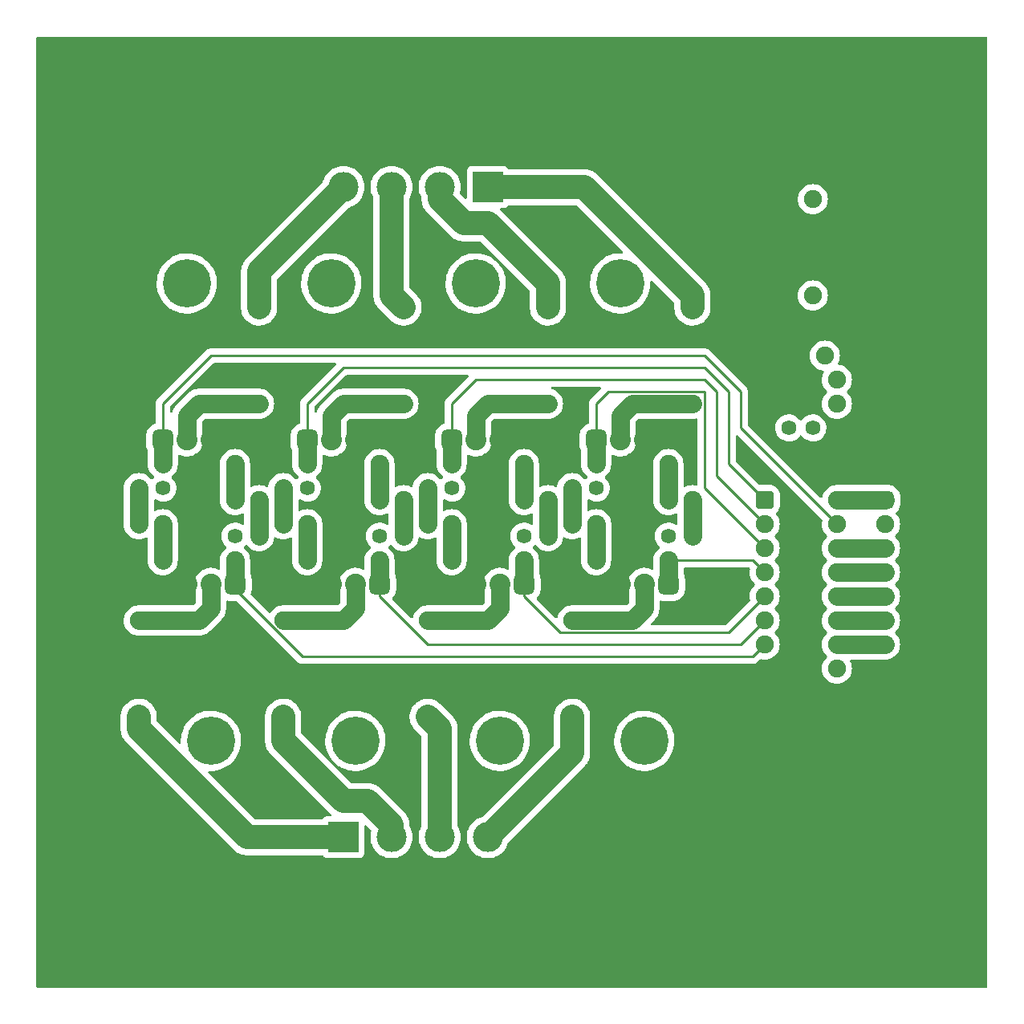
<source format=gbr>
%TF.GenerationSoftware,KiCad,Pcbnew,(6.0.0)*%
%TF.CreationDate,2023-06-08T10:59:27-04:00*%
%TF.ProjectId,OUTPUT,4f555450-5554-42e6-9b69-6361645f7063,rev?*%
%TF.SameCoordinates,Original*%
%TF.FileFunction,Copper,L2,Bot*%
%TF.FilePolarity,Positive*%
%FSLAX46Y46*%
G04 Gerber Fmt 4.6, Leading zero omitted, Abs format (unit mm)*
G04 Created by KiCad (PCBNEW (6.0.0)) date 2023-06-08 10:59:27*
%MOMM*%
%LPD*%
G01*
G04 APERTURE LIST*
G04 Aperture macros list*
%AMRoundRect*
0 Rectangle with rounded corners*
0 $1 Rounding radius*
0 $2 $3 $4 $5 $6 $7 $8 $9 X,Y pos of 4 corners*
0 Add a 4 corners polygon primitive as box body*
4,1,4,$2,$3,$4,$5,$6,$7,$8,$9,$2,$3,0*
0 Add four circle primitives for the rounded corners*
1,1,$1+$1,$2,$3*
1,1,$1+$1,$4,$5*
1,1,$1+$1,$6,$7*
1,1,$1+$1,$8,$9*
0 Add four rect primitives between the rounded corners*
20,1,$1+$1,$2,$3,$4,$5,0*
20,1,$1+$1,$4,$5,$6,$7,0*
20,1,$1+$1,$6,$7,$8,$9,0*
20,1,$1+$1,$8,$9,$2,$3,0*%
G04 Aperture macros list end*
%TA.AperFunction,ComponentPad*%
%ADD10C,1.587500*%
%TD*%
%TA.AperFunction,ComponentPad*%
%ADD11RoundRect,0.635000X0.476250X0.476250X-0.476250X0.476250X-0.476250X-0.476250X0.476250X-0.476250X0*%
%TD*%
%TA.AperFunction,ComponentPad*%
%ADD12C,5.080000*%
%TD*%
%TA.AperFunction,ComponentPad*%
%ADD13C,2.222500*%
%TD*%
%TA.AperFunction,ComponentPad*%
%ADD14C,1.905000*%
%TD*%
%TA.AperFunction,ComponentPad*%
%ADD15RoundRect,0.381000X-0.571500X-0.571500X0.571500X-0.571500X0.571500X0.571500X-0.571500X0.571500X0*%
%TD*%
%TA.AperFunction,ComponentPad*%
%ADD16RoundRect,0.635000X-0.476250X-0.476250X0.476250X-0.476250X0.476250X0.476250X-0.476250X0.476250X0*%
%TD*%
%TA.AperFunction,ComponentPad*%
%ADD17C,3.175000*%
%TD*%
%TA.AperFunction,ComponentPad*%
%ADD18R,3.175000X3.175000*%
%TD*%
%TA.AperFunction,ComponentPad*%
%ADD19R,1.905000X1.905000*%
%TD*%
%TA.AperFunction,ComponentPad*%
%ADD20RoundRect,0.635000X-0.317500X-0.317500X0.317500X-0.317500X0.317500X0.317500X-0.317500X0.317500X0*%
%TD*%
%TA.AperFunction,ViaPad*%
%ADD21C,5.080000*%
%TD*%
%TA.AperFunction,ViaPad*%
%ADD22C,2.222500*%
%TD*%
%TA.AperFunction,Conductor*%
%ADD23C,1.905000*%
%TD*%
%TA.AperFunction,Conductor*%
%ADD24C,0.254000*%
%TD*%
%TA.AperFunction,Conductor*%
%ADD25C,0.250000*%
%TD*%
%TA.AperFunction,Conductor*%
%ADD26C,2.540000*%
%TD*%
G04 APERTURE END LIST*
D10*
%TO.P,D4,1,K*%
%TO.N,Net-(D4-Pad1)*%
X133350000Y-86360000D03*
%TO.P,D4,2,A*%
%TO.N,3.3V*%
X135890000Y-86360000D03*
%TD*%
D11*
%TO.P,T4,1,G*%
%TO.N,Q4*%
X143510000Y-96520000D03*
D12*
%TO.P,T4,2,D*%
%TO.N,Net-(F4-Pad2)*%
X140970000Y-113030000D03*
D13*
X140970000Y-96520000D03*
%TO.P,T4,3,S*%
%TO.N,0V*%
X138430000Y-96520000D03*
%TD*%
D14*
%TO.P,F3,1*%
%TO.N,O3*%
X146050000Y-67310000D03*
%TO.P,F3,2*%
%TO.N,Net-(F3-Pad2)*%
X146050000Y-77470000D03*
%TD*%
D10*
%TO.P,D1,1,K*%
%TO.N,Net-(D1-Pad1)*%
X115570000Y-91440000D03*
%TO.P,D1,2,A*%
%TO.N,3.3V*%
X113030000Y-91440000D03*
%TD*%
D14*
%TO.P,D8,1,K*%
%TO.N,3.3V*%
X161290000Y-74930000D03*
%TO.P,D8,2,A*%
%TO.N,0V*%
X153670000Y-74930000D03*
%TD*%
%TO.P,C2,1*%
%TO.N,3.3V*%
X160020000Y-72390000D03*
%TO.P,C2,2*%
%TO.N,0V*%
X154940000Y-72390000D03*
%TD*%
D15*
%TO.P,IC0,1,QB*%
%TO.N,Q1*%
X153670000Y-87630000D03*
D14*
%TO.P,IC0,2,QC*%
%TO.N,Q2*%
X153670000Y-90170000D03*
%TO.P,IC0,3,QD*%
%TO.N,Q3*%
X153670000Y-92710000D03*
%TO.P,IC0,4,QE*%
%TO.N,Q4*%
X153670000Y-95250000D03*
%TO.P,IC0,5,QF*%
%TO.N,Q5*%
X153670000Y-97790000D03*
%TO.P,IC0,6,QG*%
%TO.N,Q6*%
X153670000Y-100330000D03*
%TO.P,IC0,7,QH*%
%TO.N,Q7*%
X153670000Y-102870000D03*
%TO.P,IC0,8,GND*%
%TO.N,0V*%
X153670000Y-105410000D03*
%TO.P,IC0,9,QH'*%
%TO.N,unconnected-(IC0-Pad9)*%
X161290000Y-105410000D03*
%TO.P,IC0,10,~{SRCLR}*%
%TO.N,3.3V*%
X161290000Y-102870000D03*
%TO.P,IC0,11,SRCLK*%
%TO.N,CLK_SHF*%
X161290000Y-100330000D03*
%TO.P,IC0,12,RCLK*%
%TO.N,CLK_STR*%
X161290000Y-97790000D03*
%TO.P,IC0,13,~{OE}*%
%TO.N,PWM*%
X161290000Y-95250000D03*
%TO.P,IC0,14,SER*%
%TO.N,SER*%
X161290000Y-92710000D03*
%TO.P,IC0,15,QA*%
%TO.N,Q0*%
X161290000Y-90170000D03*
%TO.P,IC0,16,VCC*%
%TO.N,3.3V*%
X161290000Y-87630000D03*
%TD*%
%TO.P,F4,1*%
%TO.N,O4*%
X133350000Y-110490000D03*
%TO.P,F4,2*%
%TO.N,Net-(F4-Pad2)*%
X133350000Y-100330000D03*
%TD*%
D16*
%TO.P,T1,1,G*%
%TO.N,Q1*%
X105410000Y-81280000D03*
D12*
%TO.P,T1,2,D*%
%TO.N,Net-(F1-Pad2)*%
X107950000Y-64770000D03*
D13*
X107950000Y-81280000D03*
%TO.P,T1,3,S*%
%TO.N,0V*%
X110490000Y-81280000D03*
%TD*%
D14*
%TO.P,F2,1*%
%TO.N,O2*%
X130810000Y-67310000D03*
%TO.P,F2,2*%
%TO.N,Net-(F2-Pad2)*%
X130810000Y-77470000D03*
%TD*%
D17*
%TO.P,H1,1,Pin_1*%
%TO.N,O0*%
X109220000Y-54610000D03*
%TO.P,H1,2,Pin_2*%
%TO.N,O1*%
X114300000Y-54610000D03*
%TO.P,H1,3,Pin_3*%
%TO.N,O2*%
X119380000Y-54610000D03*
D18*
%TO.P,H1,4,Pin_4*%
%TO.N,O3*%
X124460000Y-54610000D03*
%TD*%
D11*
%TO.P,T5,1,G*%
%TO.N,Q5*%
X128270000Y-96520000D03*
D13*
%TO.P,T5,2,D*%
%TO.N,Net-(F5-Pad2)*%
X125730000Y-96520000D03*
D12*
X125730000Y-113030000D03*
D13*
%TO.P,T5,3,S*%
%TO.N,0V*%
X123190000Y-96520000D03*
%TD*%
D17*
%TO.P,H2,1,Pin_1*%
%TO.N,O4*%
X124460000Y-123190000D03*
%TO.P,H2,2,Pin_2*%
%TO.N,O5*%
X119380000Y-123190000D03*
%TO.P,H2,3,Pin_3*%
%TO.N,O6*%
X114300000Y-123190000D03*
D18*
%TO.P,H2,4,Pin_4*%
%TO.N,O7*%
X109220000Y-123190000D03*
%TD*%
D11*
%TO.P,T7,1,G*%
%TO.N,Q7*%
X97790000Y-96520000D03*
D12*
%TO.P,T7,2,D*%
%TO.N,Net-(F7-Pad2)*%
X95250000Y-113030000D03*
D13*
X95250000Y-96520000D03*
%TO.P,T7,3,S*%
%TO.N,0V*%
X92710000Y-96520000D03*
%TD*%
D14*
%TO.P,R5,1*%
%TO.N,Q5*%
X128270000Y-93980000D03*
%TO.P,R5,2*%
%TO.N,Net-(R5-Pad2)*%
X120650000Y-93980000D03*
%TD*%
D19*
%TO.P,T15,1,E*%
%TO.N,0V*%
X92710000Y-90170000D03*
D14*
%TO.P,T15,2,B*%
%TO.N,Net-(R7-Pad2)*%
X90170000Y-90170000D03*
%TO.P,T15,3,C*%
%TO.N,Net-(D7-Pad1)*%
X87630000Y-90170000D03*
%TD*%
D16*
%TO.P,T3,1,G*%
%TO.N,Q3*%
X135890000Y-81280000D03*
D12*
%TO.P,T3,2,D*%
%TO.N,Net-(F3-Pad2)*%
X138430000Y-64770000D03*
D13*
X138430000Y-81280000D03*
%TO.P,T3,3,S*%
%TO.N,0V*%
X140970000Y-81280000D03*
%TD*%
D14*
%TO.P,R1,1*%
%TO.N,Q1*%
X105410000Y-83820000D03*
%TO.P,R1,2*%
%TO.N,Net-(R1-Pad2)*%
X113030000Y-83820000D03*
%TD*%
D10*
%TO.P,D9,1,K*%
%TO.N,Net-(D9-Pad1)*%
X158750000Y-80010000D03*
%TO.P,D9,2,A*%
%TO.N,3.3V*%
X156210000Y-80010000D03*
%TD*%
D14*
%TO.P,F7,1*%
%TO.N,O7*%
X87630000Y-110490000D03*
%TO.P,F7,2*%
%TO.N,Net-(F7-Pad2)*%
X87630000Y-100330000D03*
%TD*%
%TO.P,R3,1*%
%TO.N,Q3*%
X135890000Y-83820000D03*
%TO.P,R3,2*%
%TO.N,Net-(R3-Pad2)*%
X143510000Y-83820000D03*
%TD*%
%TO.P,R2,1*%
%TO.N,Q2*%
X120650000Y-83820000D03*
%TO.P,R2,2*%
%TO.N,Net-(R2-Pad2)*%
X128270000Y-83820000D03*
%TD*%
%TO.P,C1,1*%
%TO.N,3.3V*%
X158750000Y-66040000D03*
%TO.P,C1,2*%
%TO.N,0V*%
X156210000Y-66040000D03*
%TD*%
D19*
%TO.P,T13,1,E*%
%TO.N,0V*%
X123190000Y-90170000D03*
D14*
%TO.P,T13,2,B*%
%TO.N,Net-(R5-Pad2)*%
X120650000Y-90170000D03*
%TO.P,T13,3,C*%
%TO.N,Net-(D5-Pad1)*%
X118110000Y-90170000D03*
%TD*%
D10*
%TO.P,D6,1,K*%
%TO.N,Net-(D6-Pad1)*%
X102870000Y-86360000D03*
%TO.P,D6,2,A*%
%TO.N,3.3V*%
X105410000Y-86360000D03*
%TD*%
D14*
%TO.P,R6,1*%
%TO.N,Q6*%
X113030000Y-93980000D03*
%TO.P,R6,2*%
%TO.N,Net-(R6-Pad2)*%
X105410000Y-93980000D03*
%TD*%
D19*
%TO.P,T10,1,E*%
%TO.N,0V*%
X125730000Y-87630000D03*
D14*
%TO.P,T10,2,B*%
%TO.N,Net-(R2-Pad2)*%
X128270000Y-87630000D03*
%TO.P,T10,3,C*%
%TO.N,Net-(D2-Pad1)*%
X130810000Y-87630000D03*
%TD*%
D16*
%TO.P,T0,1,G*%
%TO.N,Q0*%
X90170000Y-81280000D03*
D13*
%TO.P,T0,2,D*%
%TO.N,Net-(F0-Pad2)*%
X92710000Y-81280000D03*
D12*
X92710000Y-64770000D03*
D13*
%TO.P,T0,3,S*%
%TO.N,0V*%
X95250000Y-81280000D03*
%TD*%
D14*
%TO.P,R4,1*%
%TO.N,Q4*%
X143510000Y-93980000D03*
%TO.P,R4,2*%
%TO.N,Net-(R4-Pad2)*%
X135890000Y-93980000D03*
%TD*%
D10*
%TO.P,D3,1,K*%
%TO.N,Net-(D3-Pad1)*%
X146050000Y-91440000D03*
%TO.P,D3,2,A*%
%TO.N,3.3V*%
X143510000Y-91440000D03*
%TD*%
%TO.P,D5,1,K*%
%TO.N,Net-(D5-Pad1)*%
X118110000Y-86360000D03*
%TO.P,D5,2,A*%
%TO.N,3.3V*%
X120650000Y-86360000D03*
%TD*%
%TO.P,D2,1,K*%
%TO.N,Net-(D2-Pad1)*%
X130810000Y-91440000D03*
%TO.P,D2,2,A*%
%TO.N,3.3V*%
X128270000Y-91440000D03*
%TD*%
D14*
%TO.P,F5,1*%
%TO.N,O5*%
X118110000Y-110490000D03*
%TO.P,F5,2*%
%TO.N,Net-(F5-Pad2)*%
X118110000Y-100330000D03*
%TD*%
D10*
%TO.P,D7,1,K*%
%TO.N,Net-(D7-Pad1)*%
X87630000Y-86360000D03*
%TO.P,D7,2,A*%
%TO.N,3.3V*%
X90170000Y-86360000D03*
%TD*%
D16*
%TO.P,T2,1,G*%
%TO.N,Q2*%
X120650000Y-81280000D03*
D13*
%TO.P,T2,2,D*%
%TO.N,Net-(F2-Pad2)*%
X123190000Y-81280000D03*
D12*
X123190000Y-64770000D03*
D13*
%TO.P,T2,3,S*%
%TO.N,0V*%
X125730000Y-81280000D03*
%TD*%
D11*
%TO.P,T6,1,G*%
%TO.N,Q6*%
X113030000Y-96520000D03*
D13*
%TO.P,T6,2,D*%
%TO.N,Net-(F6-Pad2)*%
X110490000Y-96520000D03*
D12*
X110490000Y-113030000D03*
D13*
%TO.P,T6,3,S*%
%TO.N,0V*%
X107950000Y-96520000D03*
%TD*%
D14*
%TO.P,C0,1*%
%TO.N,3.3V*%
X158750000Y-55880000D03*
%TO.P,C0,2*%
%TO.N,0V*%
X156210000Y-55880000D03*
%TD*%
%TO.P,R7,1*%
%TO.N,Q7*%
X97790000Y-93980000D03*
%TO.P,R7,2*%
%TO.N,Net-(R7-Pad2)*%
X90170000Y-93980000D03*
%TD*%
D19*
%TO.P,T9,1,E*%
%TO.N,0V*%
X110490000Y-87630000D03*
D14*
%TO.P,T9,2,B*%
%TO.N,Net-(R1-Pad2)*%
X113030000Y-87630000D03*
%TO.P,T9,3,C*%
%TO.N,Net-(D1-Pad1)*%
X115570000Y-87630000D03*
%TD*%
D20*
%TO.P,H0,1,Pin_1*%
%TO.N,3.3V*%
X166370000Y-87630000D03*
D14*
%TO.P,H0,2,Pin_2*%
%TO.N,unconnected-(H0-Pad2)*%
X166370000Y-90170000D03*
%TO.P,H0,3,Pin_3*%
%TO.N,SER*%
X166370000Y-92710000D03*
%TO.P,H0,4,Pin_4*%
%TO.N,PWM*%
X166370000Y-95250000D03*
%TO.P,H0,5,Pin_5*%
%TO.N,CLK_STR*%
X166347408Y-97788592D03*
%TO.P,H0,6,Pin_6*%
%TO.N,CLK_SHF*%
X166347408Y-100328592D03*
%TO.P,H0,7,Pin_7*%
%TO.N,3.3V*%
X166347408Y-102870000D03*
%TO.P,H0,8,Pin_8*%
%TO.N,0V*%
X166347408Y-105410000D03*
%TD*%
D19*
%TO.P,T14,1,E*%
%TO.N,0V*%
X107950000Y-90170000D03*
D14*
%TO.P,T14,2,B*%
%TO.N,Net-(R6-Pad2)*%
X105410000Y-90170000D03*
%TO.P,T14,3,C*%
%TO.N,Net-(D6-Pad1)*%
X102870000Y-90170000D03*
%TD*%
D19*
%TO.P,T8,1,E*%
%TO.N,0V*%
X95250000Y-87630000D03*
D14*
%TO.P,T8,2,B*%
%TO.N,Net-(R0-Pad2)*%
X97790000Y-87630000D03*
%TO.P,T8,3,C*%
%TO.N,Net-(D0-Pad1)*%
X100330000Y-87630000D03*
%TD*%
D19*
%TO.P,T12,1,E*%
%TO.N,0V*%
X138430000Y-90170000D03*
D14*
%TO.P,T12,2,B*%
%TO.N,Net-(R4-Pad2)*%
X135890000Y-90170000D03*
%TO.P,T12,3,C*%
%TO.N,Net-(D4-Pad1)*%
X133350000Y-90170000D03*
%TD*%
D19*
%TO.P,T11,1,E*%
%TO.N,0V*%
X140970000Y-87630000D03*
D14*
%TO.P,T11,2,B*%
%TO.N,Net-(R3-Pad2)*%
X143510000Y-87630000D03*
%TO.P,T11,3,C*%
%TO.N,Net-(D3-Pad1)*%
X146050000Y-87630000D03*
%TD*%
%TO.P,F1,1*%
%TO.N,O1*%
X115570000Y-67310000D03*
%TO.P,F1,2*%
%TO.N,Net-(F1-Pad2)*%
X115570000Y-77470000D03*
%TD*%
%TO.P,R0,1*%
%TO.N,Q0*%
X90170000Y-83820000D03*
%TO.P,R0,2*%
%TO.N,Net-(R0-Pad2)*%
X97790000Y-83820000D03*
%TD*%
D10*
%TO.P,D0,1,K*%
%TO.N,Net-(D0-Pad1)*%
X100330000Y-91440000D03*
%TO.P,D0,2,A*%
%TO.N,3.3V*%
X97790000Y-91440000D03*
%TD*%
D14*
%TO.P,F0,1*%
%TO.N,O0*%
X100330000Y-67310000D03*
%TO.P,F0,2*%
%TO.N,Net-(F0-Pad2)*%
X100330000Y-77470000D03*
%TD*%
%TO.P,R8,1*%
%TO.N,Net-(D9-Pad1)*%
X161290000Y-77470000D03*
%TO.P,R8,2*%
%TO.N,0V*%
X153670000Y-77470000D03*
%TD*%
%TO.P,F6,1*%
%TO.N,O6*%
X102870000Y-110490000D03*
%TO.P,F6,2*%
%TO.N,Net-(F6-Pad2)*%
X102870000Y-100330000D03*
%TD*%
D21*
%TO.N,0V*%
X82550000Y-44450000D03*
X82550000Y-133350000D03*
X171450000Y-44450000D03*
D22*
X85090000Y-78740000D03*
X85090000Y-96520000D03*
D21*
X171450000Y-133350000D03*
D22*
X148590000Y-96520000D03*
%TD*%
D23*
%TO.N,3.3V*%
X166370000Y-87630000D02*
X161290000Y-87630000D01*
X166370000Y-102870000D02*
X161290000Y-102870000D01*
%TO.N,Net-(D0-Pad1)*%
X100330000Y-91440000D02*
X100330000Y-87630000D01*
%TO.N,Net-(D1-Pad1)*%
X115570000Y-91440000D02*
X115570000Y-87630000D01*
%TO.N,Net-(D2-Pad1)*%
X130810000Y-91440000D02*
X130810000Y-87630000D01*
%TO.N,Net-(D3-Pad1)*%
X146050000Y-91440000D02*
X146050000Y-87630000D01*
%TO.N,Net-(D4-Pad1)*%
X133350000Y-90170000D02*
X133350000Y-86360000D01*
%TO.N,Net-(D5-Pad1)*%
X118110000Y-90170000D02*
X118110000Y-86360000D01*
%TO.N,Net-(D6-Pad1)*%
X102870000Y-90170000D02*
X102870000Y-86360000D01*
%TO.N,Net-(D7-Pad1)*%
X87630000Y-90170000D02*
X87630000Y-86360000D01*
%TO.N,PWM*%
X166370000Y-95250000D02*
X161290000Y-95250000D01*
%TO.N,SER*%
X166370000Y-92710000D02*
X161290000Y-92710000D01*
%TO.N,CLK_SHF*%
X166370000Y-100330000D02*
X161290000Y-100330000D01*
%TO.N,CLK_STR*%
X166370000Y-97790000D02*
X161290000Y-97790000D01*
D24*
%TO.N,Q1*%
X105410000Y-77470000D02*
X109220000Y-73660000D01*
D25*
X153670000Y-87630000D02*
X149860000Y-83820000D01*
X149860000Y-83820000D02*
X149860000Y-76835000D01*
D23*
X105410000Y-83820000D02*
X105410000Y-81280000D01*
D24*
X109220000Y-73660000D02*
X147320000Y-73660000D01*
X105410000Y-81280000D02*
X105410000Y-77470000D01*
D25*
X149860000Y-76835000D02*
X149860000Y-76200000D01*
X149860000Y-76200000D02*
X147320000Y-73660000D01*
D24*
%TO.N,Q2*%
X148590000Y-85090000D02*
X153670000Y-90170000D01*
D23*
X120650000Y-83820000D02*
X120650000Y-81280000D01*
D24*
X123190000Y-74930000D02*
X147320000Y-74930000D01*
X120650000Y-77470000D02*
X123190000Y-74930000D01*
X147320000Y-74930000D02*
X148590000Y-76200000D01*
X120650000Y-81280000D02*
X120650000Y-77470000D01*
X148590000Y-76200000D02*
X148590000Y-85090000D01*
%TO.N,Q3*%
X135890000Y-81280000D02*
X135890000Y-77470000D01*
D25*
X147327011Y-76207011D02*
X147320000Y-76200000D01*
X147327011Y-86367011D02*
X147327011Y-76207011D01*
X153670000Y-92710000D02*
X147327011Y-86367011D01*
D24*
X137169011Y-76190989D02*
X147310989Y-76190989D01*
D23*
X135890000Y-83820000D02*
X135890000Y-81280000D01*
D24*
X135890000Y-77470000D02*
X137169011Y-76190989D01*
D23*
%TO.N,Q4*%
X143510000Y-96520000D02*
X143510000Y-93980000D01*
D24*
X143510000Y-93980000D02*
X152400000Y-93980000D01*
X152400000Y-93980000D02*
X153670000Y-95250000D01*
%TO.N,Q5*%
X149850989Y-101609011D02*
X152400000Y-99060000D01*
D23*
X128270000Y-96520000D02*
X128270000Y-93980000D01*
D24*
X128270000Y-97790000D02*
X132089011Y-101609011D01*
X152400000Y-99060000D02*
X153670000Y-97790000D01*
X132089011Y-101609011D02*
X149850989Y-101609011D01*
X128270000Y-96520000D02*
X128270000Y-97790000D01*
%TO.N,Q6*%
X151130000Y-102870000D02*
X153670000Y-100330000D01*
X113030000Y-96520000D02*
X113030000Y-97790000D01*
X118110000Y-102870000D02*
X151130000Y-102870000D01*
D23*
X113030000Y-96520000D02*
X113030000Y-93980000D01*
D24*
X113030000Y-97790000D02*
X118110000Y-102870000D01*
%TO.N,Q7*%
X97790000Y-97058796D02*
X104871204Y-104140000D01*
X104871204Y-104140000D02*
X152400000Y-104140000D01*
D23*
X97790000Y-96520000D02*
X97790000Y-93980000D01*
D24*
X97790000Y-96520000D02*
X97790000Y-97058796D01*
X152400000Y-104140000D02*
X153670000Y-102870000D01*
%TO.N,Q0*%
X147320000Y-72390000D02*
X151130000Y-76200000D01*
X90170000Y-81280000D02*
X90170000Y-77470000D01*
X90170000Y-81280000D02*
X90805000Y-80645000D01*
X95250000Y-72390000D02*
X147320000Y-72390000D01*
X151130000Y-80010000D02*
X161290000Y-90170000D01*
X151130000Y-76200000D02*
X151130000Y-80010000D01*
D23*
X90170000Y-83820000D02*
X90170000Y-81280000D01*
D24*
X90170000Y-77470000D02*
X95250000Y-72390000D01*
D23*
%TO.N,Net-(R0-Pad2)*%
X97790000Y-87630000D02*
X97790000Y-83820000D01*
%TO.N,Net-(R1-Pad2)*%
X113030000Y-87630000D02*
X113030000Y-83820000D01*
%TO.N,Net-(R2-Pad2)*%
X128270000Y-87630000D02*
X128270000Y-83820000D01*
%TO.N,Net-(R3-Pad2)*%
X143510000Y-87630000D02*
X143510000Y-83820000D01*
%TO.N,Net-(R4-Pad2)*%
X135890000Y-93980000D02*
X135890000Y-90170000D01*
%TO.N,Net-(R5-Pad2)*%
X120650000Y-93980000D02*
X120650000Y-90170000D01*
%TO.N,Net-(R6-Pad2)*%
X105410000Y-93980000D02*
X105410000Y-90170000D01*
%TO.N,Net-(R7-Pad2)*%
X90170000Y-93980000D02*
X90170000Y-90170000D01*
%TO.N,Net-(F0-Pad2)*%
X92710000Y-81280000D02*
X92710000Y-78740000D01*
X92710000Y-78740000D02*
X93980000Y-77470000D01*
X93980000Y-77470000D02*
X100330000Y-77470000D01*
%TO.N,Net-(F1-Pad2)*%
X107950000Y-78740000D02*
X109220000Y-77470000D01*
X109220000Y-77470000D02*
X115570000Y-77470000D01*
X107950000Y-81280000D02*
X107950000Y-78740000D01*
%TO.N,Net-(F2-Pad2)*%
X124460000Y-77470000D02*
X130810000Y-77470000D01*
X123190000Y-81280000D02*
X123190000Y-78740000D01*
X123190000Y-78740000D02*
X124460000Y-77470000D01*
%TO.N,Net-(F3-Pad2)*%
X138430000Y-81280000D02*
X138430000Y-78740000D01*
X138430000Y-78740000D02*
X139700000Y-77470000D01*
X139700000Y-77470000D02*
X146050000Y-77470000D01*
%TO.N,Net-(F4-Pad2)*%
X140970000Y-99060000D02*
X139700000Y-100330000D01*
X139700000Y-100330000D02*
X133350000Y-100330000D01*
X140970000Y-96520000D02*
X140970000Y-99060000D01*
%TO.N,Net-(F5-Pad2)*%
X125730000Y-96520000D02*
X125730000Y-99060000D01*
X125730000Y-99060000D02*
X124460000Y-100330000D01*
X124460000Y-100330000D02*
X118110000Y-100330000D01*
%TO.N,Net-(F6-Pad2)*%
X110490000Y-99060000D02*
X109220000Y-100330000D01*
X109220000Y-100330000D02*
X102870000Y-100330000D01*
X110490000Y-96520000D02*
X110490000Y-99060000D01*
%TO.N,Net-(F7-Pad2)*%
X95250000Y-96520000D02*
X95250000Y-99060000D01*
X93980000Y-100330000D02*
X87630000Y-100330000D01*
X95250000Y-99060000D02*
X93980000Y-100330000D01*
D26*
%TO.N,O0*%
X100330000Y-63500000D02*
X109220000Y-54610000D01*
X100330000Y-67310000D02*
X100330000Y-63500000D01*
%TO.N,O1*%
X114300000Y-66040000D02*
X114300000Y-54610000D01*
X115570000Y-67310000D02*
X114300000Y-66040000D01*
%TO.N,O2*%
X119380000Y-55880000D02*
X121920000Y-58420000D01*
X121920000Y-58420000D02*
X124460000Y-58420000D01*
X124460000Y-58420000D02*
X130810000Y-64770000D01*
X130810000Y-64770000D02*
X130810000Y-67310000D01*
X119380000Y-54610000D02*
X119380000Y-55880000D01*
%TO.N,O3*%
X146050000Y-66040000D02*
X134620000Y-54610000D01*
X134620000Y-54610000D02*
X124460000Y-54610000D01*
X146050000Y-67310000D02*
X146050000Y-66040000D01*
%TO.N,O4*%
X133350000Y-114300000D02*
X124460000Y-123190000D01*
X133350000Y-110490000D02*
X133350000Y-114300000D01*
%TO.N,O5*%
X118110000Y-110490000D02*
X119380000Y-111760000D01*
X119380000Y-111760000D02*
X119380000Y-123190000D01*
%TO.N,O6*%
X109220000Y-119380000D02*
X102870000Y-113030000D01*
X111760000Y-119380000D02*
X109220000Y-119380000D01*
X114300000Y-121920000D02*
X111760000Y-119380000D01*
X102870000Y-113030000D02*
X102870000Y-110490000D01*
X114300000Y-123190000D02*
X114300000Y-121920000D01*
%TO.N,O7*%
X87630000Y-110490000D02*
X87630000Y-111760000D01*
X99060000Y-123190000D02*
X109220000Y-123190000D01*
X87630000Y-111760000D02*
X99060000Y-123190000D01*
%TD*%
%TA.AperFunction,Conductor*%
%TO.N,0V*%
G36*
X177107121Y-38755002D02*
G01*
X177153614Y-38808658D01*
X177165000Y-38861000D01*
X177165000Y-138939000D01*
X177144998Y-139007121D01*
X177091342Y-139053614D01*
X177039000Y-139065000D01*
X76961000Y-139065000D01*
X76892879Y-139044998D01*
X76846386Y-138991342D01*
X76835000Y-138939000D01*
X76835000Y-111686657D01*
X85720811Y-111686657D01*
X85720966Y-111691214D01*
X85720966Y-111691218D01*
X85724427Y-111792859D01*
X85724500Y-111797147D01*
X85724500Y-111830247D01*
X85724665Y-111832519D01*
X85724665Y-111832523D01*
X85726587Y-111859004D01*
X85726844Y-111863837D01*
X85729627Y-111945573D01*
X85730221Y-111963028D01*
X85735563Y-111992569D01*
X85737243Y-112005863D01*
X85739415Y-112035807D01*
X85740399Y-112040262D01*
X85740399Y-112040265D01*
X85760814Y-112132732D01*
X85761763Y-112137462D01*
X85779428Y-112235146D01*
X85780881Y-112239475D01*
X85780882Y-112239480D01*
X85788979Y-112263609D01*
X85792563Y-112276532D01*
X85799032Y-112305835D01*
X85800650Y-112310106D01*
X85800651Y-112310109D01*
X85834193Y-112398642D01*
X85835816Y-112403186D01*
X85867401Y-112497311D01*
X85880959Y-112524092D01*
X85886367Y-112536355D01*
X85897004Y-112564430D01*
X85899218Y-112568417D01*
X85899219Y-112568418D01*
X85945207Y-112651212D01*
X85947474Y-112655485D01*
X85992299Y-112744030D01*
X85994929Y-112747765D01*
X86009580Y-112768573D01*
X86016698Y-112779920D01*
X86031281Y-112806173D01*
X86091527Y-112885114D01*
X86094343Y-112888956D01*
X86151503Y-112970135D01*
X86154080Y-112972983D01*
X86154084Y-112972987D01*
X86179262Y-113000803D01*
X86186005Y-113008911D01*
X86199047Y-113026000D01*
X86291746Y-113116619D01*
X86295266Y-113120060D01*
X86296282Y-113121066D01*
X97632359Y-124457143D01*
X97641667Y-124467543D01*
X97658138Y-124488139D01*
X97661475Y-124491256D01*
X97735808Y-124560694D01*
X97738891Y-124563675D01*
X97762280Y-124587064D01*
X97784073Y-124605908D01*
X97787670Y-124609141D01*
X97835245Y-124653582D01*
X97860216Y-124676909D01*
X97863963Y-124679509D01*
X97863970Y-124679514D01*
X97884883Y-124694022D01*
X97895476Y-124702238D01*
X97918180Y-124721870D01*
X98001848Y-124775275D01*
X98005863Y-124777948D01*
X98087427Y-124834531D01*
X98114305Y-124847903D01*
X98125967Y-124854501D01*
X98151274Y-124870654D01*
X98155435Y-124872529D01*
X98155438Y-124872530D01*
X98241777Y-124911423D01*
X98246148Y-124913494D01*
X98328958Y-124954691D01*
X98335012Y-124957703D01*
X98363549Y-124967058D01*
X98376025Y-124971898D01*
X98403405Y-124984231D01*
X98407801Y-124985487D01*
X98407800Y-124985487D01*
X98498827Y-125011502D01*
X98503449Y-125012919D01*
X98597785Y-125043844D01*
X98602279Y-125044624D01*
X98602286Y-125044626D01*
X98627356Y-125048978D01*
X98640422Y-125051970D01*
X98669291Y-125060221D01*
X98696716Y-125063905D01*
X98767656Y-125073434D01*
X98772435Y-125074169D01*
X98865564Y-125090338D01*
X98870240Y-125091150D01*
X98911540Y-125093206D01*
X98922042Y-125094171D01*
X98943361Y-125097034D01*
X99077828Y-125095508D01*
X99079258Y-125095500D01*
X107010378Y-125095500D01*
X107078499Y-125115502D01*
X107118830Y-125157359D01*
X107122327Y-125163272D01*
X107122331Y-125163277D01*
X107126365Y-125170098D01*
X107239902Y-125283635D01*
X107378107Y-125365369D01*
X107385718Y-125367580D01*
X107385720Y-125367581D01*
X107526119Y-125408371D01*
X107526124Y-125408372D01*
X107532296Y-125410165D01*
X107553919Y-125411867D01*
X107565862Y-125412807D01*
X107565871Y-125412807D01*
X107568319Y-125413000D01*
X109218663Y-125413000D01*
X110871680Y-125412999D01*
X110890923Y-125411485D01*
X110901286Y-125410670D01*
X110901287Y-125410670D01*
X110907704Y-125410165D01*
X110913884Y-125408370D01*
X110913887Y-125408369D01*
X111054280Y-125367581D01*
X111054282Y-125367580D01*
X111061893Y-125365369D01*
X111200098Y-125283635D01*
X111313635Y-125170098D01*
X111383494Y-125051972D01*
X111391334Y-125038716D01*
X111391334Y-125038715D01*
X111395369Y-125031893D01*
X111400881Y-125012920D01*
X111438371Y-124883881D01*
X111438372Y-124883876D01*
X111440165Y-124877704D01*
X111443000Y-124841681D01*
X111442999Y-122061973D01*
X111463001Y-121993852D01*
X111516657Y-121947359D01*
X111586931Y-121937255D01*
X111651511Y-121966749D01*
X111658094Y-121972878D01*
X112130873Y-122445657D01*
X112164899Y-122507969D01*
X112161092Y-122575252D01*
X112148139Y-122613411D01*
X112091289Y-122899218D01*
X112072230Y-123190000D01*
X112091289Y-123480782D01*
X112092093Y-123484822D01*
X112092093Y-123484825D01*
X112147334Y-123762540D01*
X112148139Y-123766589D01*
X112241809Y-124042531D01*
X112243632Y-124046227D01*
X112243635Y-124046235D01*
X112347897Y-124257654D01*
X112370695Y-124303885D01*
X112372989Y-124307318D01*
X112372990Y-124307320D01*
X112491427Y-124484573D01*
X112532591Y-124546180D01*
X112535305Y-124549274D01*
X112535309Y-124549280D01*
X112669453Y-124702241D01*
X112724729Y-124765271D01*
X112727818Y-124767980D01*
X112940720Y-124954691D01*
X112940726Y-124954695D01*
X112943820Y-124957409D01*
X112947246Y-124959698D01*
X112947251Y-124959702D01*
X113152706Y-125096982D01*
X113186115Y-125119305D01*
X113189818Y-125121131D01*
X113443765Y-125246365D01*
X113443773Y-125246368D01*
X113447469Y-125248191D01*
X113451384Y-125249520D01*
X113719504Y-125340535D01*
X113719508Y-125340536D01*
X113723411Y-125341861D01*
X113727450Y-125342664D01*
X113727456Y-125342666D01*
X114005175Y-125397907D01*
X114005178Y-125397907D01*
X114009218Y-125398711D01*
X114013329Y-125398980D01*
X114013333Y-125398981D01*
X114295881Y-125417500D01*
X114300000Y-125417770D01*
X114304119Y-125417500D01*
X114586667Y-125398981D01*
X114586671Y-125398980D01*
X114590782Y-125398711D01*
X114594822Y-125397907D01*
X114594825Y-125397907D01*
X114872544Y-125342666D01*
X114872550Y-125342664D01*
X114876589Y-125341861D01*
X114880492Y-125340536D01*
X114880496Y-125340535D01*
X115148616Y-125249520D01*
X115152531Y-125248191D01*
X115156227Y-125246368D01*
X115156235Y-125246365D01*
X115410182Y-125121131D01*
X115413885Y-125119305D01*
X115447294Y-125096982D01*
X115652749Y-124959702D01*
X115652754Y-124959698D01*
X115656180Y-124957409D01*
X115659274Y-124954695D01*
X115659280Y-124954691D01*
X115872182Y-124767980D01*
X115875271Y-124765271D01*
X115930547Y-124702241D01*
X116064691Y-124549280D01*
X116064695Y-124549274D01*
X116067409Y-124546180D01*
X116108574Y-124484573D01*
X116227010Y-124307320D01*
X116227011Y-124307318D01*
X116229305Y-124303885D01*
X116252103Y-124257654D01*
X116356365Y-124046235D01*
X116356368Y-124046227D01*
X116358191Y-124042531D01*
X116451861Y-123766589D01*
X116452667Y-123762540D01*
X116507907Y-123484825D01*
X116507907Y-123484822D01*
X116508711Y-123480782D01*
X116527770Y-123190000D01*
X116508711Y-122899218D01*
X116451861Y-122613411D01*
X116358191Y-122337469D01*
X116356368Y-122333773D01*
X116356365Y-122333765D01*
X116231127Y-122079810D01*
X116229305Y-122076115D01*
X116227009Y-122072679D01*
X116225323Y-122069759D01*
X116208529Y-122001910D01*
X116208684Y-121997882D01*
X116209189Y-121993343D01*
X116208493Y-121972878D01*
X116205573Y-121887141D01*
X116205500Y-121882853D01*
X116205500Y-121849753D01*
X116203412Y-121820970D01*
X116203156Y-121816163D01*
X116199935Y-121721541D01*
X116199934Y-121721535D01*
X116199779Y-121716972D01*
X116194437Y-121687431D01*
X116192757Y-121674133D01*
X116190915Y-121648745D01*
X116190585Y-121644193D01*
X116169183Y-121547255D01*
X116168234Y-121542525D01*
X116151386Y-121449353D01*
X116151385Y-121449347D01*
X116150572Y-121444854D01*
X116141022Y-121416396D01*
X116137438Y-121403473D01*
X116130968Y-121374165D01*
X116095798Y-121281335D01*
X116094171Y-121276779D01*
X116074020Y-121216728D01*
X116062598Y-121182689D01*
X116049040Y-121155907D01*
X116043635Y-121143651D01*
X116034616Y-121119844D01*
X116034612Y-121119836D01*
X116032996Y-121115570D01*
X116019287Y-121090890D01*
X115984787Y-121028777D01*
X115982520Y-121024504D01*
X115955754Y-120971631D01*
X115937701Y-120935969D01*
X115920418Y-120911423D01*
X115913296Y-120900069D01*
X115900939Y-120877822D01*
X115900933Y-120877813D01*
X115898719Y-120873827D01*
X115838498Y-120794918D01*
X115835642Y-120791023D01*
X115808264Y-120752141D01*
X115778496Y-120709864D01*
X115750735Y-120679194D01*
X115743998Y-120671092D01*
X115733723Y-120657629D01*
X115733720Y-120657626D01*
X115730953Y-120654000D01*
X115634733Y-120559939D01*
X115633718Y-120558934D01*
X113187641Y-118112857D01*
X113178333Y-118102457D01*
X113164714Y-118085427D01*
X113164712Y-118085425D01*
X113161862Y-118081861D01*
X113084192Y-118009306D01*
X113081109Y-118006325D01*
X113057720Y-117982936D01*
X113035924Y-117964089D01*
X113032330Y-117960859D01*
X112963114Y-117896202D01*
X112959784Y-117893091D01*
X112956037Y-117890491D01*
X112956030Y-117890486D01*
X112935117Y-117875978D01*
X112924520Y-117867759D01*
X112905277Y-117851119D01*
X112905275Y-117851117D01*
X112901820Y-117848130D01*
X112818152Y-117794725D01*
X112814137Y-117792052D01*
X112736321Y-117738069D01*
X112736320Y-117738068D01*
X112732573Y-117735469D01*
X112705695Y-117722097D01*
X112694031Y-117715498D01*
X112672577Y-117701804D01*
X112668726Y-117699346D01*
X112664565Y-117697471D01*
X112664562Y-117697470D01*
X112578223Y-117658577D01*
X112573852Y-117656506D01*
X112489075Y-117614330D01*
X112489072Y-117614329D01*
X112484988Y-117612297D01*
X112456451Y-117602942D01*
X112443975Y-117598102D01*
X112416595Y-117585769D01*
X112321168Y-117558497D01*
X112316547Y-117557080D01*
X112226553Y-117527578D01*
X112226552Y-117527578D01*
X112222215Y-117526156D01*
X112217721Y-117525376D01*
X112217714Y-117525374D01*
X112192644Y-117521022D01*
X112179578Y-117518030D01*
X112150709Y-117509779D01*
X112123284Y-117506095D01*
X112052344Y-117496566D01*
X112047565Y-117495831D01*
X111953544Y-117479507D01*
X111949760Y-117478850D01*
X111908460Y-117476794D01*
X111897958Y-117475829D01*
X111876639Y-117472966D01*
X111742172Y-117474492D01*
X111740742Y-117474500D01*
X110061474Y-117474500D01*
X109993353Y-117454498D01*
X109972379Y-117437595D01*
X105520377Y-112985593D01*
X107309806Y-112985593D01*
X107324675Y-113340363D01*
X107378998Y-113691264D01*
X107472096Y-114033923D01*
X107602810Y-114364069D01*
X107604456Y-114367165D01*
X107604458Y-114367169D01*
X107669641Y-114489760D01*
X107769511Y-114677587D01*
X107771496Y-114680486D01*
X107968129Y-114967662D01*
X107968134Y-114967668D01*
X107970120Y-114970569D01*
X108202137Y-115239364D01*
X108204707Y-115241744D01*
X108204711Y-115241748D01*
X108237999Y-115272573D01*
X108462670Y-115480620D01*
X108748473Y-115691332D01*
X108751510Y-115693086D01*
X108751514Y-115693088D01*
X108811362Y-115727641D01*
X109055982Y-115868873D01*
X109059203Y-115870280D01*
X109378143Y-116009622D01*
X109378153Y-116009626D01*
X109381365Y-116011029D01*
X109384722Y-116012068D01*
X109384727Y-116012070D01*
X109717206Y-116114989D01*
X109720566Y-116116029D01*
X110069358Y-116182565D01*
X110319474Y-116201810D01*
X110419896Y-116209537D01*
X110419897Y-116209537D01*
X110423393Y-116209806D01*
X110638248Y-116202303D01*
X110774742Y-116197537D01*
X110774747Y-116197537D01*
X110778257Y-116197414D01*
X110781738Y-116196900D01*
X111126037Y-116146059D01*
X111126043Y-116146058D01*
X111129529Y-116145543D01*
X111132933Y-116144644D01*
X111132936Y-116144643D01*
X111469439Y-116055735D01*
X111469440Y-116055735D01*
X111472830Y-116054839D01*
X111803880Y-115926433D01*
X112118554Y-115761925D01*
X112412930Y-115563367D01*
X112529072Y-115464523D01*
X112680665Y-115335507D01*
X112680666Y-115335506D01*
X112683338Y-115333232D01*
X112685733Y-115330682D01*
X112685741Y-115330674D01*
X112923996Y-115076957D01*
X112924000Y-115076952D01*
X112926407Y-115074389D01*
X112928512Y-115071575D01*
X112928518Y-115071568D01*
X113137000Y-114792883D01*
X113139109Y-114790064D01*
X113158089Y-114757714D01*
X113317010Y-114486840D01*
X113317013Y-114486835D01*
X113318792Y-114483802D01*
X113320224Y-114480586D01*
X113461785Y-114162636D01*
X113461787Y-114162631D01*
X113463217Y-114159419D01*
X113570583Y-113820959D01*
X113639552Y-113472641D01*
X113668408Y-113129004D01*
X113669081Y-113120989D01*
X113669082Y-113120978D01*
X113669264Y-113118805D01*
X113669492Y-113102523D01*
X113670474Y-113032178D01*
X113670474Y-113032166D01*
X113670504Y-113030000D01*
X113670281Y-113026000D01*
X113655888Y-112768573D01*
X113650683Y-112675473D01*
X113647302Y-112655485D01*
X113592055Y-112328845D01*
X113592054Y-112328841D01*
X113591466Y-112325364D01*
X113493593Y-111984038D01*
X113429601Y-111828782D01*
X113359620Y-111658995D01*
X113359616Y-111658988D01*
X113358282Y-111655750D01*
X113187220Y-111344590D01*
X112982540Y-111054437D01*
X112746793Y-110788908D01*
X112663407Y-110713827D01*
X112485534Y-110553669D01*
X112485531Y-110553667D01*
X112482916Y-110551312D01*
X112480063Y-110549270D01*
X112480055Y-110549263D01*
X112294832Y-110416657D01*
X116200811Y-110416657D01*
X116200966Y-110421214D01*
X116200966Y-110421218D01*
X116205326Y-110549263D01*
X116210221Y-110693028D01*
X116211031Y-110697510D01*
X116211032Y-110697515D01*
X116222371Y-110760218D01*
X116259428Y-110965146D01*
X116347401Y-111227311D01*
X116472299Y-111474030D01*
X116474922Y-111477755D01*
X116603945Y-111660996D01*
X116631503Y-111700135D01*
X116690213Y-111764997D01*
X117437595Y-112512379D01*
X117471621Y-112574691D01*
X117474500Y-112601474D01*
X117474500Y-122002268D01*
X117454343Y-122068714D01*
X117455046Y-122069120D01*
X117453305Y-122072136D01*
X117453264Y-122072271D01*
X117450695Y-122076115D01*
X117448873Y-122079810D01*
X117448870Y-122079816D01*
X117323635Y-122333765D01*
X117323632Y-122333773D01*
X117321809Y-122337469D01*
X117228139Y-122613411D01*
X117171289Y-122899218D01*
X117152230Y-123190000D01*
X117171289Y-123480782D01*
X117172093Y-123484822D01*
X117172093Y-123484825D01*
X117227334Y-123762540D01*
X117228139Y-123766589D01*
X117321809Y-124042531D01*
X117323632Y-124046227D01*
X117323635Y-124046235D01*
X117427897Y-124257654D01*
X117450695Y-124303885D01*
X117452989Y-124307318D01*
X117452990Y-124307320D01*
X117571427Y-124484573D01*
X117612591Y-124546180D01*
X117615305Y-124549274D01*
X117615309Y-124549280D01*
X117749453Y-124702241D01*
X117804729Y-124765271D01*
X117807818Y-124767980D01*
X118020720Y-124954691D01*
X118020726Y-124954695D01*
X118023820Y-124957409D01*
X118027246Y-124959698D01*
X118027251Y-124959702D01*
X118232706Y-125096982D01*
X118266115Y-125119305D01*
X118269818Y-125121131D01*
X118523765Y-125246365D01*
X118523773Y-125246368D01*
X118527469Y-125248191D01*
X118531384Y-125249520D01*
X118799504Y-125340535D01*
X118799508Y-125340536D01*
X118803411Y-125341861D01*
X118807450Y-125342664D01*
X118807456Y-125342666D01*
X119085175Y-125397907D01*
X119085178Y-125397907D01*
X119089218Y-125398711D01*
X119093329Y-125398980D01*
X119093333Y-125398981D01*
X119375881Y-125417500D01*
X119380000Y-125417770D01*
X119384119Y-125417500D01*
X119666667Y-125398981D01*
X119666671Y-125398980D01*
X119670782Y-125398711D01*
X119674822Y-125397907D01*
X119674825Y-125397907D01*
X119952544Y-125342666D01*
X119952550Y-125342664D01*
X119956589Y-125341861D01*
X119960492Y-125340536D01*
X119960496Y-125340535D01*
X120228616Y-125249520D01*
X120232531Y-125248191D01*
X120236227Y-125246368D01*
X120236235Y-125246365D01*
X120490182Y-125121131D01*
X120493885Y-125119305D01*
X120527294Y-125096982D01*
X120732749Y-124959702D01*
X120732754Y-124959698D01*
X120736180Y-124957409D01*
X120739274Y-124954695D01*
X120739280Y-124954691D01*
X120952182Y-124767980D01*
X120955271Y-124765271D01*
X121010547Y-124702241D01*
X121144691Y-124549280D01*
X121144695Y-124549274D01*
X121147409Y-124546180D01*
X121188574Y-124484573D01*
X121307010Y-124307320D01*
X121307011Y-124307318D01*
X121309305Y-124303885D01*
X121332103Y-124257654D01*
X121436365Y-124046235D01*
X121436368Y-124046227D01*
X121438191Y-124042531D01*
X121531861Y-123766589D01*
X121532667Y-123762540D01*
X121587907Y-123484825D01*
X121587907Y-123484822D01*
X121588711Y-123480782D01*
X121607770Y-123190000D01*
X122232230Y-123190000D01*
X122251289Y-123480782D01*
X122252093Y-123484822D01*
X122252093Y-123484825D01*
X122307334Y-123762540D01*
X122308139Y-123766589D01*
X122401809Y-124042531D01*
X122403632Y-124046227D01*
X122403635Y-124046235D01*
X122507897Y-124257654D01*
X122530695Y-124303885D01*
X122532989Y-124307318D01*
X122532990Y-124307320D01*
X122651427Y-124484573D01*
X122692591Y-124546180D01*
X122695305Y-124549274D01*
X122695309Y-124549280D01*
X122829453Y-124702241D01*
X122884729Y-124765271D01*
X122887818Y-124767980D01*
X123100720Y-124954691D01*
X123100726Y-124954695D01*
X123103820Y-124957409D01*
X123107246Y-124959698D01*
X123107251Y-124959702D01*
X123312706Y-125096982D01*
X123346115Y-125119305D01*
X123349818Y-125121131D01*
X123603765Y-125246365D01*
X123603773Y-125246368D01*
X123607469Y-125248191D01*
X123611384Y-125249520D01*
X123879504Y-125340535D01*
X123879508Y-125340536D01*
X123883411Y-125341861D01*
X123887450Y-125342664D01*
X123887456Y-125342666D01*
X124165175Y-125397907D01*
X124165178Y-125397907D01*
X124169218Y-125398711D01*
X124173329Y-125398980D01*
X124173333Y-125398981D01*
X124455881Y-125417500D01*
X124460000Y-125417770D01*
X124464119Y-125417500D01*
X124746667Y-125398981D01*
X124746671Y-125398980D01*
X124750782Y-125398711D01*
X124754822Y-125397907D01*
X124754825Y-125397907D01*
X125032544Y-125342666D01*
X125032550Y-125342664D01*
X125036589Y-125341861D01*
X125040492Y-125340536D01*
X125040496Y-125340535D01*
X125308616Y-125249520D01*
X125312531Y-125248191D01*
X125316227Y-125246368D01*
X125316235Y-125246365D01*
X125570182Y-125121131D01*
X125573885Y-125119305D01*
X125607294Y-125096982D01*
X125812749Y-124959702D01*
X125812754Y-124959698D01*
X125816180Y-124957409D01*
X125819274Y-124954695D01*
X125819280Y-124954691D01*
X126032182Y-124767980D01*
X126035271Y-124765271D01*
X126090547Y-124702241D01*
X126224691Y-124549280D01*
X126224695Y-124549274D01*
X126227409Y-124546180D01*
X126268574Y-124484573D01*
X126387010Y-124307320D01*
X126387011Y-124307318D01*
X126389305Y-124303885D01*
X126412103Y-124257654D01*
X126516365Y-124046235D01*
X126516368Y-124046227D01*
X126518191Y-124042531D01*
X126611861Y-123766589D01*
X126612666Y-123762544D01*
X126612667Y-123762540D01*
X126612765Y-123762046D01*
X126612833Y-123761918D01*
X126613734Y-123758557D01*
X126614518Y-123758767D01*
X126647248Y-123697536D01*
X134617143Y-115727641D01*
X134627543Y-115718333D01*
X134644573Y-115704714D01*
X134644575Y-115704712D01*
X134648139Y-115701862D01*
X134720694Y-115624192D01*
X134723675Y-115621109D01*
X134747064Y-115597720D01*
X134748563Y-115595987D01*
X134765921Y-115575913D01*
X134769154Y-115572316D01*
X134833790Y-115503123D01*
X134833791Y-115503122D01*
X134836909Y-115499784D01*
X134850204Y-115480620D01*
X134854022Y-115475117D01*
X134862230Y-115464535D01*
X134881871Y-115441820D01*
X134935287Y-115358134D01*
X134937969Y-115354106D01*
X134991928Y-115276325D01*
X134994531Y-115272573D01*
X135007901Y-115245699D01*
X135014503Y-115234029D01*
X135028202Y-115212567D01*
X135030654Y-115208726D01*
X135071424Y-115118220D01*
X135073494Y-115113852D01*
X135115670Y-115029075D01*
X135115671Y-115029072D01*
X135117703Y-115024988D01*
X135127058Y-114996451D01*
X135131900Y-114983969D01*
X135136735Y-114973237D01*
X135144231Y-114956595D01*
X135171503Y-114861168D01*
X135172920Y-114856547D01*
X135202422Y-114766553D01*
X135202422Y-114766552D01*
X135203844Y-114762215D01*
X135204624Y-114757721D01*
X135204626Y-114757714D01*
X135208978Y-114732644D01*
X135211972Y-114719569D01*
X135220221Y-114690709D01*
X135233434Y-114592344D01*
X135234169Y-114587565D01*
X135250493Y-114493544D01*
X135251150Y-114489760D01*
X135253206Y-114448460D01*
X135254171Y-114437953D01*
X135256427Y-114421155D01*
X135257034Y-114416639D01*
X135255508Y-114282129D01*
X135255500Y-114280700D01*
X135255500Y-112985593D01*
X137789806Y-112985593D01*
X137804675Y-113340363D01*
X137858998Y-113691264D01*
X137952096Y-114033923D01*
X138082810Y-114364069D01*
X138084456Y-114367165D01*
X138084458Y-114367169D01*
X138149641Y-114489760D01*
X138249511Y-114677587D01*
X138251496Y-114680486D01*
X138448129Y-114967662D01*
X138448134Y-114967668D01*
X138450120Y-114970569D01*
X138682137Y-115239364D01*
X138684707Y-115241744D01*
X138684711Y-115241748D01*
X138717999Y-115272573D01*
X138942670Y-115480620D01*
X139228473Y-115691332D01*
X139231510Y-115693086D01*
X139231514Y-115693088D01*
X139291362Y-115727641D01*
X139535982Y-115868873D01*
X139539203Y-115870280D01*
X139858143Y-116009622D01*
X139858153Y-116009626D01*
X139861365Y-116011029D01*
X139864722Y-116012068D01*
X139864727Y-116012070D01*
X140197206Y-116114989D01*
X140200566Y-116116029D01*
X140549358Y-116182565D01*
X140799474Y-116201810D01*
X140899896Y-116209537D01*
X140899897Y-116209537D01*
X140903393Y-116209806D01*
X141118248Y-116202303D01*
X141254742Y-116197537D01*
X141254747Y-116197537D01*
X141258257Y-116197414D01*
X141261738Y-116196900D01*
X141606037Y-116146059D01*
X141606043Y-116146058D01*
X141609529Y-116145543D01*
X141612933Y-116144644D01*
X141612936Y-116144643D01*
X141949439Y-116055735D01*
X141949440Y-116055735D01*
X141952830Y-116054839D01*
X142283880Y-115926433D01*
X142598554Y-115761925D01*
X142892930Y-115563367D01*
X143009072Y-115464523D01*
X143160665Y-115335507D01*
X143160666Y-115335506D01*
X143163338Y-115333232D01*
X143165733Y-115330682D01*
X143165741Y-115330674D01*
X143403996Y-115076957D01*
X143404000Y-115076952D01*
X143406407Y-115074389D01*
X143408512Y-115071575D01*
X143408518Y-115071568D01*
X143617000Y-114792883D01*
X143619109Y-114790064D01*
X143638089Y-114757714D01*
X143797010Y-114486840D01*
X143797013Y-114486835D01*
X143798792Y-114483802D01*
X143800224Y-114480586D01*
X143941785Y-114162636D01*
X143941787Y-114162631D01*
X143943217Y-114159419D01*
X144050583Y-113820959D01*
X144119552Y-113472641D01*
X144148408Y-113129004D01*
X144149081Y-113120989D01*
X144149082Y-113120978D01*
X144149264Y-113118805D01*
X144149492Y-113102523D01*
X144150474Y-113032178D01*
X144150474Y-113032166D01*
X144150504Y-113030000D01*
X144150281Y-113026000D01*
X144135888Y-112768573D01*
X144130683Y-112675473D01*
X144127302Y-112655485D01*
X144072055Y-112328845D01*
X144072054Y-112328841D01*
X144071466Y-112325364D01*
X143973593Y-111984038D01*
X143909601Y-111828782D01*
X143839620Y-111658995D01*
X143839616Y-111658988D01*
X143838282Y-111655750D01*
X143667220Y-111344590D01*
X143462540Y-111054437D01*
X143226793Y-110788908D01*
X143143407Y-110713827D01*
X142965534Y-110553669D01*
X142965531Y-110553667D01*
X142962916Y-110551312D01*
X142960063Y-110549270D01*
X142960055Y-110549263D01*
X142677066Y-110346664D01*
X142677059Y-110346660D01*
X142674199Y-110344612D01*
X142364241Y-110171382D01*
X142036905Y-110033783D01*
X142031789Y-110032277D01*
X141732412Y-109944165D01*
X141696271Y-109933528D01*
X141692815Y-109932919D01*
X141692808Y-109932917D01*
X141490021Y-109897161D01*
X141346584Y-109871869D01*
X141343075Y-109871648D01*
X141343073Y-109871648D01*
X140995722Y-109849795D01*
X140995716Y-109849795D01*
X140992204Y-109849574D01*
X140909610Y-109853613D01*
X140641054Y-109866747D01*
X140641045Y-109866748D01*
X140637547Y-109866919D01*
X140634079Y-109867481D01*
X140634076Y-109867481D01*
X140290508Y-109923127D01*
X140290505Y-109923128D01*
X140287033Y-109923690D01*
X140283646Y-109924636D01*
X140283640Y-109924637D01*
X140000125Y-110003796D01*
X139945033Y-110019178D01*
X139780420Y-110085686D01*
X139619071Y-110150875D01*
X139619067Y-110150877D01*
X139615807Y-110152194D01*
X139612720Y-110153863D01*
X139612716Y-110153865D01*
X139577140Y-110173101D01*
X139303461Y-110321079D01*
X139011886Y-110523729D01*
X139009244Y-110526042D01*
X139009240Y-110526045D01*
X138889339Y-110631011D01*
X138744718Y-110757617D01*
X138742343Y-110760218D01*
X138550132Y-110970716D01*
X138505286Y-111019828D01*
X138296575Y-111307095D01*
X138121185Y-111615836D01*
X138075318Y-111722853D01*
X138029917Y-111828782D01*
X137981304Y-111942204D01*
X137980287Y-111945573D01*
X137891178Y-112240716D01*
X137878674Y-112282130D01*
X137873539Y-112310109D01*
X137834266Y-112524092D01*
X137814575Y-112631377D01*
X137789806Y-112985593D01*
X135255500Y-112985593D01*
X135255500Y-110419753D01*
X135255276Y-110416657D01*
X135240915Y-110218744D01*
X135240585Y-110214193D01*
X135200422Y-110032277D01*
X135181952Y-109948621D01*
X135181951Y-109948618D01*
X135180968Y-109944165D01*
X135082996Y-109685570D01*
X134948719Y-109443827D01*
X134834347Y-109293963D01*
X134783720Y-109227625D01*
X134783716Y-109227621D01*
X134780953Y-109224000D01*
X134583210Y-109030694D01*
X134359633Y-108867957D01*
X134114906Y-108739200D01*
X133854155Y-108647119D01*
X133715442Y-108619779D01*
X133587315Y-108594525D01*
X133587309Y-108594524D01*
X133582843Y-108593644D01*
X133578290Y-108593417D01*
X133578287Y-108593417D01*
X133311223Y-108580122D01*
X133311217Y-108580122D01*
X133306654Y-108579895D01*
X133031372Y-108606159D01*
X133026942Y-108607243D01*
X133026936Y-108607244D01*
X132863983Y-108647119D01*
X132762765Y-108671887D01*
X132758530Y-108673602D01*
X132758528Y-108673603D01*
X132600332Y-108737679D01*
X132506460Y-108775701D01*
X132267826Y-108915427D01*
X132051861Y-109088138D01*
X131863091Y-109290216D01*
X131705469Y-109517427D01*
X131582297Y-109765012D01*
X131496156Y-110027785D01*
X131495376Y-110032276D01*
X131495376Y-110032277D01*
X131477124Y-110137401D01*
X131448850Y-110300240D01*
X131444500Y-110387618D01*
X131444500Y-113458526D01*
X131424498Y-113526647D01*
X131407595Y-113547621D01*
X123952464Y-121002752D01*
X123891233Y-121035482D01*
X123891443Y-121036266D01*
X123888082Y-121037167D01*
X123887954Y-121037235D01*
X123887460Y-121037333D01*
X123887451Y-121037335D01*
X123883411Y-121038139D01*
X123879508Y-121039464D01*
X123879504Y-121039465D01*
X123611384Y-121130480D01*
X123607469Y-121131809D01*
X123603773Y-121133632D01*
X123603765Y-121133635D01*
X123392346Y-121237897D01*
X123346115Y-121260695D01*
X123342682Y-121262989D01*
X123342680Y-121262990D01*
X123107251Y-121420298D01*
X123107246Y-121420302D01*
X123103820Y-121422591D01*
X123100726Y-121425305D01*
X123100720Y-121425309D01*
X122961653Y-121547268D01*
X122884729Y-121614729D01*
X122882020Y-121617818D01*
X122695309Y-121830720D01*
X122695305Y-121830726D01*
X122692591Y-121833820D01*
X122690302Y-121837246D01*
X122690298Y-121837251D01*
X122533262Y-122072273D01*
X122530695Y-122076115D01*
X122528870Y-122079816D01*
X122528869Y-122079818D01*
X122403635Y-122333765D01*
X122403632Y-122333773D01*
X122401809Y-122337469D01*
X122308139Y-122613411D01*
X122251289Y-122899218D01*
X122232230Y-123190000D01*
X121607770Y-123190000D01*
X121588711Y-122899218D01*
X121531861Y-122613411D01*
X121438191Y-122337469D01*
X121436368Y-122333773D01*
X121436365Y-122333765D01*
X121311130Y-122079816D01*
X121311127Y-122079810D01*
X121309305Y-122076115D01*
X121306736Y-122072271D01*
X121306695Y-122072136D01*
X121304954Y-122069120D01*
X121305657Y-122068714D01*
X121285500Y-122002268D01*
X121285500Y-112985593D01*
X122549806Y-112985593D01*
X122564675Y-113340363D01*
X122618998Y-113691264D01*
X122712096Y-114033923D01*
X122842810Y-114364069D01*
X122844456Y-114367165D01*
X122844458Y-114367169D01*
X122909641Y-114489760D01*
X123009511Y-114677587D01*
X123011496Y-114680486D01*
X123208129Y-114967662D01*
X123208134Y-114967668D01*
X123210120Y-114970569D01*
X123442137Y-115239364D01*
X123444707Y-115241744D01*
X123444711Y-115241748D01*
X123477999Y-115272573D01*
X123702670Y-115480620D01*
X123988473Y-115691332D01*
X123991510Y-115693086D01*
X123991514Y-115693088D01*
X124051362Y-115727641D01*
X124295982Y-115868873D01*
X124299203Y-115870280D01*
X124618143Y-116009622D01*
X124618153Y-116009626D01*
X124621365Y-116011029D01*
X124624722Y-116012068D01*
X124624727Y-116012070D01*
X124957206Y-116114989D01*
X124960566Y-116116029D01*
X125309358Y-116182565D01*
X125559474Y-116201810D01*
X125659896Y-116209537D01*
X125659897Y-116209537D01*
X125663393Y-116209806D01*
X125878248Y-116202303D01*
X126014742Y-116197537D01*
X126014747Y-116197537D01*
X126018257Y-116197414D01*
X126021738Y-116196900D01*
X126366037Y-116146059D01*
X126366043Y-116146058D01*
X126369529Y-116145543D01*
X126372933Y-116144644D01*
X126372936Y-116144643D01*
X126709439Y-116055735D01*
X126709440Y-116055735D01*
X126712830Y-116054839D01*
X127043880Y-115926433D01*
X127358554Y-115761925D01*
X127652930Y-115563367D01*
X127769072Y-115464523D01*
X127920665Y-115335507D01*
X127920666Y-115335506D01*
X127923338Y-115333232D01*
X127925733Y-115330682D01*
X127925741Y-115330674D01*
X128163996Y-115076957D01*
X128164000Y-115076952D01*
X128166407Y-115074389D01*
X128168512Y-115071575D01*
X128168518Y-115071568D01*
X128377000Y-114792883D01*
X128379109Y-114790064D01*
X128398089Y-114757714D01*
X128557010Y-114486840D01*
X128557013Y-114486835D01*
X128558792Y-114483802D01*
X128560224Y-114480586D01*
X128701785Y-114162636D01*
X128701787Y-114162631D01*
X128703217Y-114159419D01*
X128810583Y-113820959D01*
X128879552Y-113472641D01*
X128908408Y-113129004D01*
X128909081Y-113120989D01*
X128909082Y-113120978D01*
X128909264Y-113118805D01*
X128909492Y-113102523D01*
X128910474Y-113032178D01*
X128910474Y-113032166D01*
X128910504Y-113030000D01*
X128910281Y-113026000D01*
X128895888Y-112768573D01*
X128890683Y-112675473D01*
X128887302Y-112655485D01*
X128832055Y-112328845D01*
X128832054Y-112328841D01*
X128831466Y-112325364D01*
X128733593Y-111984038D01*
X128669601Y-111828782D01*
X128599620Y-111658995D01*
X128599616Y-111658988D01*
X128598282Y-111655750D01*
X128427220Y-111344590D01*
X128222540Y-111054437D01*
X127986793Y-110788908D01*
X127903407Y-110713827D01*
X127725534Y-110553669D01*
X127725531Y-110553667D01*
X127722916Y-110551312D01*
X127720063Y-110549270D01*
X127720055Y-110549263D01*
X127437066Y-110346664D01*
X127437059Y-110346660D01*
X127434199Y-110344612D01*
X127124241Y-110171382D01*
X126796905Y-110033783D01*
X126791789Y-110032277D01*
X126492412Y-109944165D01*
X126456271Y-109933528D01*
X126452815Y-109932919D01*
X126452808Y-109932917D01*
X126250021Y-109897161D01*
X126106584Y-109871869D01*
X126103075Y-109871648D01*
X126103073Y-109871648D01*
X125755722Y-109849795D01*
X125755716Y-109849795D01*
X125752204Y-109849574D01*
X125669610Y-109853613D01*
X125401054Y-109866747D01*
X125401045Y-109866748D01*
X125397547Y-109866919D01*
X125394079Y-109867481D01*
X125394076Y-109867481D01*
X125050508Y-109923127D01*
X125050505Y-109923128D01*
X125047033Y-109923690D01*
X125043646Y-109924636D01*
X125043640Y-109924637D01*
X124760125Y-110003796D01*
X124705033Y-110019178D01*
X124540420Y-110085686D01*
X124379071Y-110150875D01*
X124379067Y-110150877D01*
X124375807Y-110152194D01*
X124372720Y-110153863D01*
X124372716Y-110153865D01*
X124337140Y-110173101D01*
X124063461Y-110321079D01*
X123771886Y-110523729D01*
X123769244Y-110526042D01*
X123769240Y-110526045D01*
X123649339Y-110631011D01*
X123504718Y-110757617D01*
X123502343Y-110760218D01*
X123310132Y-110970716D01*
X123265286Y-111019828D01*
X123056575Y-111307095D01*
X122881185Y-111615836D01*
X122835318Y-111722853D01*
X122789917Y-111828782D01*
X122741304Y-111942204D01*
X122740287Y-111945573D01*
X122651178Y-112240716D01*
X122638674Y-112282130D01*
X122633539Y-112310109D01*
X122594266Y-112524092D01*
X122574575Y-112631377D01*
X122549806Y-112985593D01*
X121285500Y-112985593D01*
X121285500Y-111873482D01*
X121286273Y-111859546D01*
X121288684Y-111837878D01*
X121289189Y-111833343D01*
X121285573Y-111727141D01*
X121285500Y-111722853D01*
X121285500Y-111689753D01*
X121283412Y-111660970D01*
X121283156Y-111656163D01*
X121283038Y-111652675D01*
X121279779Y-111556972D01*
X121274437Y-111527431D01*
X121272757Y-111514133D01*
X121270915Y-111488745D01*
X121270585Y-111484193D01*
X121249183Y-111387255D01*
X121248234Y-111382525D01*
X121240854Y-111341713D01*
X121230572Y-111284854D01*
X121221021Y-111256391D01*
X121217437Y-111243467D01*
X121211954Y-111218631D01*
X121210968Y-111214165D01*
X121175807Y-111121358D01*
X121174180Y-111116803D01*
X121144051Y-111027016D01*
X121142599Y-111022689D01*
X121129038Y-110995902D01*
X121123633Y-110983645D01*
X121112996Y-110955570D01*
X121064793Y-110868788D01*
X121062526Y-110864515D01*
X121025577Y-110791528D01*
X121017701Y-110775970D01*
X121000419Y-110751425D01*
X120993302Y-110740080D01*
X120978719Y-110713827D01*
X120918460Y-110634869D01*
X120915646Y-110631030D01*
X120858496Y-110549864D01*
X120830735Y-110519194D01*
X120823998Y-110511092D01*
X120813723Y-110497629D01*
X120813720Y-110497626D01*
X120810953Y-110494000D01*
X120714733Y-110399939D01*
X120713718Y-110398934D01*
X119407720Y-109092936D01*
X119251820Y-108958130D01*
X119018726Y-108809346D01*
X118766595Y-108695769D01*
X118533407Y-108629124D01*
X118505101Y-108621034D01*
X118505098Y-108621033D01*
X118500709Y-108619779D01*
X118226639Y-108582966D01*
X118082052Y-108584607D01*
X117954688Y-108586052D01*
X117954685Y-108586052D01*
X117950126Y-108586104D01*
X117815893Y-108607244D01*
X117681475Y-108628413D01*
X117681474Y-108628413D01*
X117676961Y-108629124D01*
X117412868Y-108711127D01*
X117408749Y-108713096D01*
X117408744Y-108713098D01*
X117277789Y-108775701D01*
X117163378Y-108830395D01*
X116933719Y-108984429D01*
X116930339Y-108987488D01*
X116930337Y-108987490D01*
X116815457Y-109091475D01*
X116728702Y-109170002D01*
X116552619Y-109383227D01*
X116409162Y-109619638D01*
X116301335Y-109874280D01*
X116285847Y-109933528D01*
X116259282Y-110035149D01*
X116231396Y-110141821D01*
X116230891Y-110146358D01*
X116230890Y-110146364D01*
X116214187Y-110296459D01*
X116200811Y-110416657D01*
X112294832Y-110416657D01*
X112197066Y-110346664D01*
X112197059Y-110346660D01*
X112194199Y-110344612D01*
X111884241Y-110171382D01*
X111556905Y-110033783D01*
X111551789Y-110032277D01*
X111252412Y-109944165D01*
X111216271Y-109933528D01*
X111212815Y-109932919D01*
X111212808Y-109932917D01*
X111010021Y-109897161D01*
X110866584Y-109871869D01*
X110863075Y-109871648D01*
X110863073Y-109871648D01*
X110515722Y-109849795D01*
X110515716Y-109849795D01*
X110512204Y-109849574D01*
X110429610Y-109853613D01*
X110161054Y-109866747D01*
X110161045Y-109866748D01*
X110157547Y-109866919D01*
X110154079Y-109867481D01*
X110154076Y-109867481D01*
X109810508Y-109923127D01*
X109810505Y-109923128D01*
X109807033Y-109923690D01*
X109803646Y-109924636D01*
X109803640Y-109924637D01*
X109520125Y-110003796D01*
X109465033Y-110019178D01*
X109300420Y-110085686D01*
X109139071Y-110150875D01*
X109139067Y-110150877D01*
X109135807Y-110152194D01*
X109132720Y-110153863D01*
X109132716Y-110153865D01*
X109097140Y-110173101D01*
X108823461Y-110321079D01*
X108531886Y-110523729D01*
X108529244Y-110526042D01*
X108529240Y-110526045D01*
X108409339Y-110631011D01*
X108264718Y-110757617D01*
X108262343Y-110760218D01*
X108070132Y-110970716D01*
X108025286Y-111019828D01*
X107816575Y-111307095D01*
X107641185Y-111615836D01*
X107595318Y-111722853D01*
X107549917Y-111828782D01*
X107501304Y-111942204D01*
X107500287Y-111945573D01*
X107411178Y-112240716D01*
X107398674Y-112282130D01*
X107393539Y-112310109D01*
X107354266Y-112524092D01*
X107334575Y-112631377D01*
X107309806Y-112985593D01*
X105520377Y-112985593D01*
X104812405Y-112277621D01*
X104778379Y-112215309D01*
X104775500Y-112188526D01*
X104775500Y-110419753D01*
X104775276Y-110416657D01*
X104760915Y-110218744D01*
X104760585Y-110214193D01*
X104720422Y-110032277D01*
X104701952Y-109948621D01*
X104701951Y-109948618D01*
X104700968Y-109944165D01*
X104602996Y-109685570D01*
X104468719Y-109443827D01*
X104354347Y-109293963D01*
X104303720Y-109227625D01*
X104303716Y-109227621D01*
X104300953Y-109224000D01*
X104103210Y-109030694D01*
X103879633Y-108867957D01*
X103634906Y-108739200D01*
X103374155Y-108647119D01*
X103235442Y-108619779D01*
X103107315Y-108594525D01*
X103107309Y-108594524D01*
X103102843Y-108593644D01*
X103098290Y-108593417D01*
X103098287Y-108593417D01*
X102831223Y-108580122D01*
X102831217Y-108580122D01*
X102826654Y-108579895D01*
X102551372Y-108606159D01*
X102546942Y-108607243D01*
X102546936Y-108607244D01*
X102383983Y-108647119D01*
X102282765Y-108671887D01*
X102278530Y-108673602D01*
X102278528Y-108673603D01*
X102120332Y-108737679D01*
X102026460Y-108775701D01*
X101787826Y-108915427D01*
X101571861Y-109088138D01*
X101383091Y-109290216D01*
X101225469Y-109517427D01*
X101102297Y-109765012D01*
X101016156Y-110027785D01*
X101015376Y-110032276D01*
X101015376Y-110032277D01*
X100997124Y-110137401D01*
X100968850Y-110300240D01*
X100964500Y-110387618D01*
X100964500Y-112916518D01*
X100963727Y-112930454D01*
X100960811Y-112956657D01*
X100960966Y-112961214D01*
X100960966Y-112961218D01*
X100964427Y-113062859D01*
X100964500Y-113067147D01*
X100964500Y-113100247D01*
X100964665Y-113102519D01*
X100964665Y-113102523D01*
X100966587Y-113129004D01*
X100966843Y-113133820D01*
X100970221Y-113233028D01*
X100975563Y-113262569D01*
X100977243Y-113275863D01*
X100979415Y-113305807D01*
X100980399Y-113310262D01*
X100980399Y-113310265D01*
X101000814Y-113402732D01*
X101001763Y-113407462D01*
X101019428Y-113505146D01*
X101020881Y-113509475D01*
X101020882Y-113509480D01*
X101028979Y-113533609D01*
X101032563Y-113546532D01*
X101039032Y-113575835D01*
X101040650Y-113580106D01*
X101040651Y-113580109D01*
X101074193Y-113668642D01*
X101075816Y-113673186D01*
X101107401Y-113767311D01*
X101120959Y-113794092D01*
X101126367Y-113806355D01*
X101137004Y-113834430D01*
X101139218Y-113838417D01*
X101139219Y-113838418D01*
X101185207Y-113921212D01*
X101187474Y-113925485D01*
X101232299Y-114014030D01*
X101234929Y-114017765D01*
X101249580Y-114038573D01*
X101256698Y-114049920D01*
X101271281Y-114076173D01*
X101331527Y-114155114D01*
X101334343Y-114158956D01*
X101391503Y-114240135D01*
X101394080Y-114242983D01*
X101394084Y-114242987D01*
X101419262Y-114270803D01*
X101426005Y-114278911D01*
X101439047Y-114296000D01*
X101511850Y-114367169D01*
X101535266Y-114390060D01*
X101536282Y-114391066D01*
X107792359Y-120647143D01*
X107801667Y-120657543D01*
X107818138Y-120678139D01*
X107821475Y-120681256D01*
X107893914Y-120748925D01*
X107930040Y-120810044D01*
X107927388Y-120880991D01*
X107886800Y-120939241D01*
X107821162Y-120966301D01*
X107807902Y-120967001D01*
X107568320Y-120967001D01*
X107549077Y-120968515D01*
X107538714Y-120969330D01*
X107538713Y-120969330D01*
X107532296Y-120969835D01*
X107526116Y-120971630D01*
X107526113Y-120971631D01*
X107385720Y-121012419D01*
X107385718Y-121012420D01*
X107378107Y-121014631D01*
X107371285Y-121018666D01*
X107371284Y-121018666D01*
X107339720Y-121037333D01*
X107239902Y-121096365D01*
X107126365Y-121209902D01*
X107122332Y-121216722D01*
X107122327Y-121216728D01*
X107118830Y-121222641D01*
X107066936Y-121271093D01*
X107010378Y-121284500D01*
X99901474Y-121284500D01*
X99833353Y-121264498D01*
X99812379Y-121247595D01*
X94981368Y-116416584D01*
X94947342Y-116354272D01*
X94952407Y-116283457D01*
X94994954Y-116226621D01*
X95061474Y-116201810D01*
X95080123Y-116201860D01*
X95183393Y-116209806D01*
X95398248Y-116202303D01*
X95534742Y-116197537D01*
X95534747Y-116197537D01*
X95538257Y-116197414D01*
X95541738Y-116196900D01*
X95886037Y-116146059D01*
X95886043Y-116146058D01*
X95889529Y-116145543D01*
X95892933Y-116144644D01*
X95892936Y-116144643D01*
X96229439Y-116055735D01*
X96229440Y-116055735D01*
X96232830Y-116054839D01*
X96563880Y-115926433D01*
X96878554Y-115761925D01*
X97172930Y-115563367D01*
X97289072Y-115464523D01*
X97440665Y-115335507D01*
X97440666Y-115335506D01*
X97443338Y-115333232D01*
X97445733Y-115330682D01*
X97445741Y-115330674D01*
X97683996Y-115076957D01*
X97684000Y-115076952D01*
X97686407Y-115074389D01*
X97688512Y-115071575D01*
X97688518Y-115071568D01*
X97897000Y-114792883D01*
X97899109Y-114790064D01*
X97918089Y-114757714D01*
X98077010Y-114486840D01*
X98077013Y-114486835D01*
X98078792Y-114483802D01*
X98080224Y-114480586D01*
X98221785Y-114162636D01*
X98221787Y-114162631D01*
X98223217Y-114159419D01*
X98330583Y-113820959D01*
X98399552Y-113472641D01*
X98428408Y-113129004D01*
X98429081Y-113120989D01*
X98429082Y-113120978D01*
X98429264Y-113118805D01*
X98429492Y-113102523D01*
X98430474Y-113032178D01*
X98430474Y-113032166D01*
X98430504Y-113030000D01*
X98430281Y-113026000D01*
X98415888Y-112768573D01*
X98410683Y-112675473D01*
X98407302Y-112655485D01*
X98352055Y-112328845D01*
X98352054Y-112328841D01*
X98351466Y-112325364D01*
X98253593Y-111984038D01*
X98189601Y-111828782D01*
X98119620Y-111658995D01*
X98119616Y-111658988D01*
X98118282Y-111655750D01*
X97947220Y-111344590D01*
X97742540Y-111054437D01*
X97506793Y-110788908D01*
X97423407Y-110713827D01*
X97245534Y-110553669D01*
X97245531Y-110553667D01*
X97242916Y-110551312D01*
X97240063Y-110549270D01*
X97240055Y-110549263D01*
X96957066Y-110346664D01*
X96957059Y-110346660D01*
X96954199Y-110344612D01*
X96644241Y-110171382D01*
X96316905Y-110033783D01*
X96311789Y-110032277D01*
X96012412Y-109944165D01*
X95976271Y-109933528D01*
X95972815Y-109932919D01*
X95972808Y-109932917D01*
X95770021Y-109897161D01*
X95626584Y-109871869D01*
X95623075Y-109871648D01*
X95623073Y-109871648D01*
X95275722Y-109849795D01*
X95275716Y-109849795D01*
X95272204Y-109849574D01*
X95189610Y-109853613D01*
X94921054Y-109866747D01*
X94921045Y-109866748D01*
X94917547Y-109866919D01*
X94914079Y-109867481D01*
X94914076Y-109867481D01*
X94570508Y-109923127D01*
X94570505Y-109923128D01*
X94567033Y-109923690D01*
X94563646Y-109924636D01*
X94563640Y-109924637D01*
X94280125Y-110003796D01*
X94225033Y-110019178D01*
X94060420Y-110085686D01*
X93899071Y-110150875D01*
X93899067Y-110150877D01*
X93895807Y-110152194D01*
X93892720Y-110153863D01*
X93892716Y-110153865D01*
X93857140Y-110173101D01*
X93583461Y-110321079D01*
X93291886Y-110523729D01*
X93289244Y-110526042D01*
X93289240Y-110526045D01*
X93169339Y-110631011D01*
X93024718Y-110757617D01*
X93022343Y-110760218D01*
X92830132Y-110970716D01*
X92785286Y-111019828D01*
X92576575Y-111307095D01*
X92401185Y-111615836D01*
X92355318Y-111722853D01*
X92309917Y-111828782D01*
X92261304Y-111942204D01*
X92260287Y-111945573D01*
X92171178Y-112240716D01*
X92158674Y-112282130D01*
X92153539Y-112310109D01*
X92114266Y-112524092D01*
X92094575Y-112631377D01*
X92069806Y-112985593D01*
X92075918Y-113131409D01*
X92078996Y-113204857D01*
X92061865Y-113273755D01*
X92010203Y-113322454D01*
X91940414Y-113335492D01*
X91874655Y-113308729D01*
X91864012Y-113299228D01*
X89572405Y-111007621D01*
X89538379Y-110945309D01*
X89535500Y-110918526D01*
X89535500Y-110419753D01*
X89535276Y-110416657D01*
X89520915Y-110218744D01*
X89520585Y-110214193D01*
X89480422Y-110032277D01*
X89461952Y-109948621D01*
X89461951Y-109948618D01*
X89460968Y-109944165D01*
X89362996Y-109685570D01*
X89228719Y-109443827D01*
X89114347Y-109293963D01*
X89063720Y-109227625D01*
X89063716Y-109227621D01*
X89060953Y-109224000D01*
X88863210Y-109030694D01*
X88639633Y-108867957D01*
X88394906Y-108739200D01*
X88134155Y-108647119D01*
X87995442Y-108619779D01*
X87867315Y-108594525D01*
X87867309Y-108594524D01*
X87862843Y-108593644D01*
X87858290Y-108593417D01*
X87858287Y-108593417D01*
X87591223Y-108580122D01*
X87591217Y-108580122D01*
X87586654Y-108579895D01*
X87311372Y-108606159D01*
X87306942Y-108607243D01*
X87306936Y-108607244D01*
X87143983Y-108647119D01*
X87042765Y-108671887D01*
X87038530Y-108673602D01*
X87038528Y-108673603D01*
X86880332Y-108737679D01*
X86786460Y-108775701D01*
X86547826Y-108915427D01*
X86331861Y-109088138D01*
X86143091Y-109290216D01*
X85985469Y-109517427D01*
X85862297Y-109765012D01*
X85776156Y-110027785D01*
X85775376Y-110032276D01*
X85775376Y-110032277D01*
X85757124Y-110137401D01*
X85728850Y-110300240D01*
X85724500Y-110387618D01*
X85724500Y-111646518D01*
X85723727Y-111660454D01*
X85720811Y-111686657D01*
X76835000Y-111686657D01*
X76835000Y-100330000D01*
X86037090Y-100330000D01*
X86056701Y-100579186D01*
X86115053Y-100822236D01*
X86116943Y-100826799D01*
X86116945Y-100826805D01*
X86208812Y-101048592D01*
X86210707Y-101053166D01*
X86341309Y-101266289D01*
X86503643Y-101456357D01*
X86693711Y-101618691D01*
X86906834Y-101749293D01*
X86911404Y-101751186D01*
X86911408Y-101751188D01*
X87133195Y-101843055D01*
X87133201Y-101843057D01*
X87137764Y-101844947D01*
X87142564Y-101846099D01*
X87142569Y-101846101D01*
X87253832Y-101872813D01*
X87380814Y-101903299D01*
X87531106Y-101915127D01*
X87630000Y-101922910D01*
X87634930Y-101922522D01*
X87687459Y-101918388D01*
X87697345Y-101918000D01*
X93912668Y-101918000D01*
X93922554Y-101918388D01*
X93980000Y-101922909D01*
X94042364Y-101918001D01*
X94042380Y-101918000D01*
X94042389Y-101918000D01*
X94042413Y-101917998D01*
X94042415Y-101917998D01*
X94113675Y-101912390D01*
X94229186Y-101903299D01*
X94356168Y-101872813D01*
X94467431Y-101846101D01*
X94467436Y-101846099D01*
X94472236Y-101844947D01*
X94476799Y-101843057D01*
X94476805Y-101843055D01*
X94698592Y-101751188D01*
X94698596Y-101751186D01*
X94703166Y-101749293D01*
X94753406Y-101718506D01*
X94916289Y-101618692D01*
X95058770Y-101497001D01*
X95058775Y-101496996D01*
X95106357Y-101456357D01*
X95143789Y-101412530D01*
X95150504Y-101405267D01*
X96325267Y-100230504D01*
X96332531Y-100223788D01*
X96372601Y-100189565D01*
X96376357Y-100186357D01*
X96416996Y-100138775D01*
X96417001Y-100138770D01*
X96538691Y-99996289D01*
X96669293Y-99783166D01*
X96764947Y-99552236D01*
X96786275Y-99463400D01*
X96823299Y-99309186D01*
X96838000Y-99122389D01*
X96838000Y-99122376D01*
X96842909Y-99060000D01*
X96838388Y-99002554D01*
X96838000Y-98992668D01*
X96838000Y-98348333D01*
X96858002Y-98280212D01*
X96911658Y-98233719D01*
X96981932Y-98223615D01*
X96995332Y-98226291D01*
X97038515Y-98237379D01*
X97102399Y-98253782D01*
X97102401Y-98253782D01*
X97107603Y-98255118D01*
X97184077Y-98261338D01*
X97248066Y-98266543D01*
X97248076Y-98266543D01*
X97250616Y-98266750D01*
X97867426Y-98266750D01*
X97935547Y-98286752D01*
X97956521Y-98303655D01*
X104284394Y-104631528D01*
X104296781Y-104645941D01*
X104309750Y-104663564D01*
X104315333Y-104668307D01*
X104350259Y-104697979D01*
X104357775Y-104704909D01*
X104363519Y-104710653D01*
X104366393Y-104712927D01*
X104366400Y-104712933D01*
X104385915Y-104728372D01*
X104389319Y-104731163D01*
X104439676Y-104773945D01*
X104439680Y-104773948D01*
X104445255Y-104778684D01*
X104451772Y-104782012D01*
X104456836Y-104785389D01*
X104462060Y-104788616D01*
X104467804Y-104793160D01*
X104534308Y-104824242D01*
X104538205Y-104826147D01*
X104603608Y-104859543D01*
X104610722Y-104861284D01*
X104616456Y-104863416D01*
X104622252Y-104865344D01*
X104628884Y-104868444D01*
X104700759Y-104883394D01*
X104705043Y-104884364D01*
X104776316Y-104901804D01*
X104781918Y-104902152D01*
X104781921Y-104902152D01*
X104787534Y-104902500D01*
X104787532Y-104902537D01*
X104791431Y-104902773D01*
X104795802Y-104903163D01*
X104802961Y-104904652D01*
X104880781Y-104902546D01*
X104884190Y-104902500D01*
X152332624Y-104902500D01*
X152351574Y-104903933D01*
X152365973Y-104906124D01*
X152365979Y-104906124D01*
X152373208Y-104907224D01*
X152380500Y-104906631D01*
X152380503Y-104906631D01*
X152426183Y-104902915D01*
X152436398Y-104902500D01*
X152444525Y-104902500D01*
X152448161Y-104902076D01*
X152448163Y-104902076D01*
X152451615Y-104901673D01*
X152472924Y-104899189D01*
X152477244Y-104898762D01*
X152550426Y-104892809D01*
X152557388Y-104890553D01*
X152563376Y-104889357D01*
X152569333Y-104887949D01*
X152576607Y-104887101D01*
X152583489Y-104884603D01*
X152583493Y-104884602D01*
X152645607Y-104862055D01*
X152649711Y-104860645D01*
X152719575Y-104838013D01*
X152725838Y-104834213D01*
X152731380Y-104831675D01*
X152736856Y-104828933D01*
X152743741Y-104826434D01*
X152805132Y-104786185D01*
X152808800Y-104783870D01*
X152871581Y-104745773D01*
X152875786Y-104742059D01*
X152875789Y-104742057D01*
X152880005Y-104738333D01*
X152880031Y-104738362D01*
X152882962Y-104735762D01*
X152886316Y-104732958D01*
X152892435Y-104728946D01*
X152945989Y-104672413D01*
X152948366Y-104669972D01*
X153172726Y-104445612D01*
X153235038Y-104411586D01*
X153291235Y-104412189D01*
X153420814Y-104443299D01*
X153670000Y-104462910D01*
X153919186Y-104443299D01*
X154051278Y-104411586D01*
X154157431Y-104386101D01*
X154157436Y-104386099D01*
X154162236Y-104384947D01*
X154166799Y-104383057D01*
X154166805Y-104383055D01*
X154388592Y-104291188D01*
X154388596Y-104291186D01*
X154393166Y-104289293D01*
X154606289Y-104158691D01*
X154796357Y-103996357D01*
X154958691Y-103806289D01*
X155089293Y-103593166D01*
X155091188Y-103588592D01*
X155183055Y-103366805D01*
X155183057Y-103366799D01*
X155184947Y-103362236D01*
X155187317Y-103352368D01*
X155242144Y-103123995D01*
X155243299Y-103119186D01*
X155262910Y-102870000D01*
X155243299Y-102620814D01*
X155184947Y-102377764D01*
X155183057Y-102373201D01*
X155183055Y-102373195D01*
X155091188Y-102151408D01*
X155091186Y-102151404D01*
X155089293Y-102146834D01*
X154958691Y-101933711D01*
X154796357Y-101743643D01*
X154740353Y-101695811D01*
X154701544Y-101636361D01*
X154701038Y-101565366D01*
X154740353Y-101504189D01*
X154792601Y-101459565D01*
X154796357Y-101456357D01*
X154958691Y-101266289D01*
X155089293Y-101053166D01*
X155091188Y-101048592D01*
X155183055Y-100826805D01*
X155183057Y-100826799D01*
X155184947Y-100822236D01*
X155243299Y-100579186D01*
X155262910Y-100330000D01*
X155243299Y-100080814D01*
X155212813Y-99953832D01*
X155186101Y-99842569D01*
X155186099Y-99842564D01*
X155184947Y-99837764D01*
X155183057Y-99833201D01*
X155183055Y-99833195D01*
X155091188Y-99611408D01*
X155091186Y-99611404D01*
X155089293Y-99606834D01*
X154958691Y-99393711D01*
X154796357Y-99203643D01*
X154740353Y-99155811D01*
X154701544Y-99096361D01*
X154701038Y-99025366D01*
X154740353Y-98964189D01*
X154792601Y-98919565D01*
X154796357Y-98916357D01*
X154958691Y-98726289D01*
X155089293Y-98513166D01*
X155128646Y-98418160D01*
X155183055Y-98286805D01*
X155183057Y-98286799D01*
X155184947Y-98282236D01*
X155187884Y-98270005D01*
X155227104Y-98106642D01*
X155243299Y-98039186D01*
X155262910Y-97790000D01*
X155243299Y-97540814D01*
X155184947Y-97297764D01*
X155183057Y-97293201D01*
X155183055Y-97293195D01*
X155091188Y-97071408D01*
X155091186Y-97071404D01*
X155089293Y-97066834D01*
X154958691Y-96853711D01*
X154796357Y-96663643D01*
X154740353Y-96615811D01*
X154701544Y-96556361D01*
X154701038Y-96485366D01*
X154740353Y-96424189D01*
X154792601Y-96379565D01*
X154796357Y-96376357D01*
X154958691Y-96186289D01*
X155089293Y-95973166D01*
X155091188Y-95968592D01*
X155183055Y-95746805D01*
X155183057Y-95746799D01*
X155184947Y-95742236D01*
X155243299Y-95499186D01*
X155262910Y-95250000D01*
X155243299Y-95000814D01*
X155199450Y-94818173D01*
X155186101Y-94762569D01*
X155186099Y-94762564D01*
X155184947Y-94757764D01*
X155183057Y-94753201D01*
X155183055Y-94753195D01*
X155091188Y-94531408D01*
X155091186Y-94531404D01*
X155089293Y-94526834D01*
X154958691Y-94313711D01*
X154796357Y-94123643D01*
X154740353Y-94075811D01*
X154701544Y-94016361D01*
X154701038Y-93945366D01*
X154740353Y-93884189D01*
X154792601Y-93839565D01*
X154796357Y-93836357D01*
X154958691Y-93646289D01*
X155089293Y-93433166D01*
X155091188Y-93428592D01*
X155183055Y-93206805D01*
X155183057Y-93206799D01*
X155184947Y-93202236D01*
X155186934Y-93193963D01*
X155217328Y-93067360D01*
X155243299Y-92959186D01*
X155262910Y-92710000D01*
X155243299Y-92460814D01*
X155195169Y-92260341D01*
X155186101Y-92222569D01*
X155186099Y-92222564D01*
X155184947Y-92217764D01*
X155183057Y-92213201D01*
X155183055Y-92213195D01*
X155091188Y-91991408D01*
X155091186Y-91991404D01*
X155089293Y-91986834D01*
X154958691Y-91773711D01*
X154796357Y-91583643D01*
X154740353Y-91535811D01*
X154701544Y-91476361D01*
X154701038Y-91405366D01*
X154740353Y-91344189D01*
X154792601Y-91299565D01*
X154796357Y-91296357D01*
X154958691Y-91106289D01*
X155089293Y-90893166D01*
X155091188Y-90888592D01*
X155183055Y-90666805D01*
X155183057Y-90666799D01*
X155184947Y-90662236D01*
X155243299Y-90419186D01*
X155262910Y-90170000D01*
X155243299Y-89920814D01*
X155212189Y-89791235D01*
X155186101Y-89682569D01*
X155186099Y-89682564D01*
X155184947Y-89677764D01*
X155183057Y-89673201D01*
X155183055Y-89673195D01*
X155091188Y-89451408D01*
X155091186Y-89451404D01*
X155089293Y-89446834D01*
X154958691Y-89233711D01*
X154890706Y-89154111D01*
X154861676Y-89089321D01*
X154872281Y-89019121D01*
X154897423Y-88983186D01*
X155030784Y-88849825D01*
X155141679Y-88684172D01*
X155218287Y-88500134D01*
X155257689Y-88304721D01*
X155258000Y-88298582D01*
X155258000Y-86961418D01*
X155257689Y-86955279D01*
X155218287Y-86759866D01*
X155141679Y-86575828D01*
X155030784Y-86410175D01*
X154889825Y-86269216D01*
X154724172Y-86158321D01*
X154540134Y-86081713D01*
X154534090Y-86080494D01*
X154534089Y-86080494D01*
X154349309Y-86043236D01*
X154349308Y-86043236D01*
X154344721Y-86042311D01*
X154338582Y-86042000D01*
X153209699Y-86042000D01*
X153141578Y-86021998D01*
X153120604Y-86005095D01*
X150657405Y-83541895D01*
X150623379Y-83479583D01*
X150620500Y-83452800D01*
X150620500Y-80883028D01*
X150640502Y-80814907D01*
X150694158Y-80768414D01*
X150764432Y-80758310D01*
X150829012Y-80787804D01*
X150835595Y-80793933D01*
X159714388Y-89672726D01*
X159748414Y-89735038D01*
X159747811Y-89791235D01*
X159716701Y-89920814D01*
X159697090Y-90170000D01*
X159716701Y-90419186D01*
X159775053Y-90662236D01*
X159776943Y-90666799D01*
X159776945Y-90666805D01*
X159868812Y-90888592D01*
X159870707Y-90893166D01*
X160001309Y-91106289D01*
X160163643Y-91296357D01*
X160167399Y-91299565D01*
X160219647Y-91344189D01*
X160258456Y-91403639D01*
X160258962Y-91474634D01*
X160219647Y-91535811D01*
X160163643Y-91583643D01*
X160001309Y-91773711D01*
X159870707Y-91986834D01*
X159868814Y-91991404D01*
X159868812Y-91991408D01*
X159776945Y-92213195D01*
X159776943Y-92213201D01*
X159775053Y-92217764D01*
X159773901Y-92222564D01*
X159773899Y-92222569D01*
X159764831Y-92260341D01*
X159716701Y-92460814D01*
X159697090Y-92710000D01*
X159716701Y-92959186D01*
X159742672Y-93067360D01*
X159773067Y-93193963D01*
X159775053Y-93202236D01*
X159776943Y-93206799D01*
X159776945Y-93206805D01*
X159868812Y-93428592D01*
X159870707Y-93433166D01*
X160001309Y-93646289D01*
X160163643Y-93836357D01*
X160167399Y-93839565D01*
X160219647Y-93884189D01*
X160258456Y-93943639D01*
X160258962Y-94014634D01*
X160219647Y-94075811D01*
X160163643Y-94123643D01*
X160001309Y-94313711D01*
X159870707Y-94526834D01*
X159868814Y-94531404D01*
X159868812Y-94531408D01*
X159776945Y-94753195D01*
X159776943Y-94753201D01*
X159775053Y-94757764D01*
X159773901Y-94762564D01*
X159773899Y-94762569D01*
X159760550Y-94818173D01*
X159716701Y-95000814D01*
X159697090Y-95250000D01*
X159716701Y-95499186D01*
X159775053Y-95742236D01*
X159776943Y-95746799D01*
X159776945Y-95746805D01*
X159868812Y-95968592D01*
X159870707Y-95973166D01*
X160001309Y-96186289D01*
X160163643Y-96376357D01*
X160167399Y-96379565D01*
X160219647Y-96424189D01*
X160258456Y-96483639D01*
X160258962Y-96554634D01*
X160219647Y-96615811D01*
X160163643Y-96663643D01*
X160001309Y-96853711D01*
X159870707Y-97066834D01*
X159868814Y-97071404D01*
X159868812Y-97071408D01*
X159776945Y-97293195D01*
X159776943Y-97293201D01*
X159775053Y-97297764D01*
X159716701Y-97540814D01*
X159697090Y-97790000D01*
X159716701Y-98039186D01*
X159732896Y-98106642D01*
X159772117Y-98270005D01*
X159775053Y-98282236D01*
X159776943Y-98286799D01*
X159776945Y-98286805D01*
X159831354Y-98418160D01*
X159870707Y-98513166D01*
X160001309Y-98726289D01*
X160163643Y-98916357D01*
X160167399Y-98919565D01*
X160219647Y-98964189D01*
X160258456Y-99023639D01*
X160258962Y-99094634D01*
X160219647Y-99155811D01*
X160163643Y-99203643D01*
X160001309Y-99393711D01*
X159870707Y-99606834D01*
X159868814Y-99611404D01*
X159868812Y-99611408D01*
X159776945Y-99833195D01*
X159776943Y-99833201D01*
X159775053Y-99837764D01*
X159773901Y-99842564D01*
X159773899Y-99842569D01*
X159747187Y-99953832D01*
X159716701Y-100080814D01*
X159697090Y-100330000D01*
X159716701Y-100579186D01*
X159775053Y-100822236D01*
X159776943Y-100826799D01*
X159776945Y-100826805D01*
X159868812Y-101048592D01*
X159870707Y-101053166D01*
X160001309Y-101266289D01*
X160163643Y-101456357D01*
X160167399Y-101459565D01*
X160219647Y-101504189D01*
X160258456Y-101563639D01*
X160258962Y-101634634D01*
X160219647Y-101695811D01*
X160163643Y-101743643D01*
X160001309Y-101933711D01*
X159870707Y-102146834D01*
X159868814Y-102151404D01*
X159868812Y-102151408D01*
X159776945Y-102373195D01*
X159776943Y-102373201D01*
X159775053Y-102377764D01*
X159716701Y-102620814D01*
X159697090Y-102870000D01*
X159716701Y-103119186D01*
X159717856Y-103123995D01*
X159772684Y-103352368D01*
X159775053Y-103362236D01*
X159776943Y-103366799D01*
X159776945Y-103366805D01*
X159868812Y-103588592D01*
X159870707Y-103593166D01*
X160001309Y-103806289D01*
X160163643Y-103996357D01*
X160167399Y-103999565D01*
X160219647Y-104044189D01*
X160258456Y-104103639D01*
X160258962Y-104174634D01*
X160219647Y-104235811D01*
X160163643Y-104283643D01*
X160001309Y-104473711D01*
X159870707Y-104686834D01*
X159868814Y-104691404D01*
X159868812Y-104691408D01*
X159776945Y-104913195D01*
X159776943Y-104913201D01*
X159775053Y-104917764D01*
X159716701Y-105160814D01*
X159697090Y-105410000D01*
X159716701Y-105659186D01*
X159775053Y-105902236D01*
X159776943Y-105906799D01*
X159776945Y-105906805D01*
X159868812Y-106128592D01*
X159870707Y-106133166D01*
X160001309Y-106346289D01*
X160163643Y-106536357D01*
X160353711Y-106698691D01*
X160566834Y-106829293D01*
X160571404Y-106831186D01*
X160571408Y-106831188D01*
X160793195Y-106923055D01*
X160793201Y-106923057D01*
X160797764Y-106924947D01*
X160802564Y-106926099D01*
X160802569Y-106926101D01*
X160913832Y-106952813D01*
X161040814Y-106983299D01*
X161290000Y-107002910D01*
X161539186Y-106983299D01*
X161666168Y-106952813D01*
X161777431Y-106926101D01*
X161777436Y-106926099D01*
X161782236Y-106924947D01*
X161786799Y-106923057D01*
X161786805Y-106923055D01*
X162008592Y-106831188D01*
X162008596Y-106831186D01*
X162013166Y-106829293D01*
X162226289Y-106698691D01*
X162416357Y-106536357D01*
X162578691Y-106346289D01*
X162709293Y-106133166D01*
X162711188Y-106128592D01*
X162803055Y-105906805D01*
X162803057Y-105906799D01*
X162804947Y-105902236D01*
X162863299Y-105659186D01*
X162882910Y-105410000D01*
X162863299Y-105160814D01*
X162804947Y-104917764D01*
X162803057Y-104913201D01*
X162803055Y-104913195D01*
X162711188Y-104691408D01*
X162711186Y-104691404D01*
X162709293Y-104686834D01*
X162686620Y-104649835D01*
X162668082Y-104581301D01*
X162689538Y-104513625D01*
X162744178Y-104468292D01*
X162794053Y-104458000D01*
X166280063Y-104458000D01*
X166289949Y-104458388D01*
X166347408Y-104462910D01*
X166352338Y-104462522D01*
X166404867Y-104458388D01*
X166414753Y-104458000D01*
X166432389Y-104458000D01*
X166434837Y-104457807D01*
X166434846Y-104457807D01*
X166589796Y-104445612D01*
X166619186Y-104443299D01*
X166751278Y-104411586D01*
X166857431Y-104386101D01*
X166857436Y-104386099D01*
X166862236Y-104384947D01*
X166866799Y-104383057D01*
X166866805Y-104383055D01*
X167088592Y-104291188D01*
X167088596Y-104291186D01*
X167093166Y-104289293D01*
X167306289Y-104158691D01*
X167496357Y-103996357D01*
X167658691Y-103806289D01*
X167789293Y-103593166D01*
X167791188Y-103588592D01*
X167883055Y-103366805D01*
X167883057Y-103366799D01*
X167884947Y-103362236D01*
X167887317Y-103352368D01*
X167942144Y-103123995D01*
X167943299Y-103119186D01*
X167962910Y-102870000D01*
X167943299Y-102620814D01*
X167884947Y-102377764D01*
X167883057Y-102373201D01*
X167883055Y-102373195D01*
X167791188Y-102151408D01*
X167791186Y-102151404D01*
X167789293Y-102146834D01*
X167658691Y-101933711D01*
X167496357Y-101743643D01*
X167440353Y-101695811D01*
X167401544Y-101636361D01*
X167401038Y-101565366D01*
X167440353Y-101504189D01*
X167492601Y-101459565D01*
X167496357Y-101456357D01*
X167658691Y-101266289D01*
X167789293Y-101053166D01*
X167791188Y-101048592D01*
X167883055Y-100826805D01*
X167883057Y-100826799D01*
X167884947Y-100822236D01*
X167943299Y-100579186D01*
X167962910Y-100330000D01*
X167943299Y-100080814D01*
X167912813Y-99953832D01*
X167886101Y-99842569D01*
X167886099Y-99842564D01*
X167884947Y-99837764D01*
X167883057Y-99833201D01*
X167883055Y-99833195D01*
X167791188Y-99611408D01*
X167791186Y-99611404D01*
X167789293Y-99606834D01*
X167658691Y-99393711D01*
X167496357Y-99203643D01*
X167440353Y-99155811D01*
X167401544Y-99096361D01*
X167401038Y-99025366D01*
X167440353Y-98964189D01*
X167492601Y-98919565D01*
X167496357Y-98916357D01*
X167658691Y-98726289D01*
X167789293Y-98513166D01*
X167828646Y-98418160D01*
X167883055Y-98286805D01*
X167883057Y-98286799D01*
X167884947Y-98282236D01*
X167887884Y-98270005D01*
X167927104Y-98106642D01*
X167943299Y-98039186D01*
X167962910Y-97790000D01*
X167943299Y-97540814D01*
X167884947Y-97297764D01*
X167883057Y-97293201D01*
X167883055Y-97293195D01*
X167791188Y-97071408D01*
X167791186Y-97071404D01*
X167789293Y-97066834D01*
X167658691Y-96853711D01*
X167496357Y-96663643D01*
X167440353Y-96615811D01*
X167401544Y-96556361D01*
X167401038Y-96485366D01*
X167440353Y-96424189D01*
X167492601Y-96379565D01*
X167496357Y-96376357D01*
X167658691Y-96186289D01*
X167789293Y-95973166D01*
X167791188Y-95968592D01*
X167883055Y-95746805D01*
X167883057Y-95746799D01*
X167884947Y-95742236D01*
X167943299Y-95499186D01*
X167962910Y-95250000D01*
X167943299Y-95000814D01*
X167899450Y-94818173D01*
X167886101Y-94762569D01*
X167886099Y-94762564D01*
X167884947Y-94757764D01*
X167883057Y-94753201D01*
X167883055Y-94753195D01*
X167791188Y-94531408D01*
X167791186Y-94531404D01*
X167789293Y-94526834D01*
X167658691Y-94313711D01*
X167496357Y-94123643D01*
X167440353Y-94075811D01*
X167401544Y-94016361D01*
X167401038Y-93945366D01*
X167440353Y-93884189D01*
X167492601Y-93839565D01*
X167496357Y-93836357D01*
X167658691Y-93646289D01*
X167789293Y-93433166D01*
X167791188Y-93428592D01*
X167883055Y-93206805D01*
X167883057Y-93206799D01*
X167884947Y-93202236D01*
X167886934Y-93193963D01*
X167917328Y-93067360D01*
X167943299Y-92959186D01*
X167962910Y-92710000D01*
X167943299Y-92460814D01*
X167895169Y-92260341D01*
X167886101Y-92222569D01*
X167886099Y-92222564D01*
X167884947Y-92217764D01*
X167883057Y-92213201D01*
X167883055Y-92213195D01*
X167791188Y-91991408D01*
X167791186Y-91991404D01*
X167789293Y-91986834D01*
X167658691Y-91773711D01*
X167496357Y-91583643D01*
X167440353Y-91535811D01*
X167401544Y-91476361D01*
X167401038Y-91405366D01*
X167440353Y-91344189D01*
X167492601Y-91299565D01*
X167496357Y-91296357D01*
X167658691Y-91106289D01*
X167789293Y-90893166D01*
X167791188Y-90888592D01*
X167883055Y-90666805D01*
X167883057Y-90666799D01*
X167884947Y-90662236D01*
X167943299Y-90419186D01*
X167962910Y-90170000D01*
X167943299Y-89920814D01*
X167912189Y-89791235D01*
X167886101Y-89682569D01*
X167886099Y-89682564D01*
X167884947Y-89677764D01*
X167883057Y-89673201D01*
X167883055Y-89673195D01*
X167791188Y-89451408D01*
X167791186Y-89451404D01*
X167789293Y-89446834D01*
X167658691Y-89233711D01*
X167655482Y-89229954D01*
X167655481Y-89229952D01*
X167581263Y-89143055D01*
X167522193Y-89073893D01*
X167493163Y-89009105D01*
X167503768Y-88938905D01*
X167528910Y-88902969D01*
X167666123Y-88765756D01*
X167783619Y-88596701D01*
X167792356Y-88584130D01*
X167792357Y-88584128D01*
X167795557Y-88579524D01*
X167889966Y-88373316D01*
X167946368Y-88153647D01*
X167958000Y-88010634D01*
X167958000Y-87697345D01*
X167958388Y-87687459D01*
X167962522Y-87634930D01*
X167962910Y-87630000D01*
X167958388Y-87572541D01*
X167958000Y-87562655D01*
X167958000Y-87249366D01*
X167946368Y-87106353D01*
X167889966Y-86886684D01*
X167795557Y-86680476D01*
X167666123Y-86494244D01*
X167505756Y-86333877D01*
X167328537Y-86210707D01*
X167324130Y-86207644D01*
X167324128Y-86207643D01*
X167319524Y-86204443D01*
X167128411Y-86116945D01*
X167118421Y-86112371D01*
X167118419Y-86112370D01*
X167113316Y-86110034D01*
X167018807Y-86085768D01*
X166898851Y-86054968D01*
X166898849Y-86054968D01*
X166893647Y-86053632D01*
X166815785Y-86047299D01*
X166753184Y-86042207D01*
X166753174Y-86042207D01*
X166750634Y-86042000D01*
X161357345Y-86042000D01*
X161347459Y-86041612D01*
X161294930Y-86037478D01*
X161290000Y-86037090D01*
X161227611Y-86042000D01*
X161040814Y-86056701D01*
X160936633Y-86081713D01*
X160802569Y-86113899D01*
X160802564Y-86113901D01*
X160797764Y-86115053D01*
X160793201Y-86116943D01*
X160793195Y-86116945D01*
X160571408Y-86208812D01*
X160571404Y-86208814D01*
X160566834Y-86210707D01*
X160353711Y-86341309D01*
X160249800Y-86430058D01*
X160169253Y-86498852D01*
X160163643Y-86503643D01*
X160001309Y-86693711D01*
X159870707Y-86906834D01*
X159868814Y-86911404D01*
X159868812Y-86911408D01*
X159776945Y-87133195D01*
X159776943Y-87133201D01*
X159775053Y-87137764D01*
X159773901Y-87142563D01*
X159773895Y-87142581D01*
X159742593Y-87272962D01*
X159707241Y-87334531D01*
X159644214Y-87367213D01*
X159573523Y-87360632D01*
X159530980Y-87332642D01*
X152173299Y-79974961D01*
X154776280Y-79974961D01*
X154776577Y-79980113D01*
X154776577Y-79980117D01*
X154782340Y-80080058D01*
X154789809Y-80209595D01*
X154790946Y-80214641D01*
X154790947Y-80214647D01*
X154823720Y-80360072D01*
X154841478Y-80438869D01*
X154843420Y-80443651D01*
X154843421Y-80443655D01*
X154927956Y-80651838D01*
X154929900Y-80656625D01*
X154982935Y-80743171D01*
X155045341Y-80845008D01*
X155052699Y-80857016D01*
X155206579Y-81034660D01*
X155387407Y-81184785D01*
X155391863Y-81187389D01*
X155391866Y-81187391D01*
X155555755Y-81283160D01*
X155590325Y-81303361D01*
X155809885Y-81387203D01*
X155814951Y-81388234D01*
X155814952Y-81388234D01*
X156035128Y-81433029D01*
X156040191Y-81434059D01*
X156275057Y-81442672D01*
X156462423Y-81418669D01*
X156503056Y-81413464D01*
X156503057Y-81413464D01*
X156508176Y-81412808D01*
X156733287Y-81345272D01*
X156737921Y-81343002D01*
X156939710Y-81244147D01*
X156939713Y-81244145D01*
X156944345Y-81241876D01*
X157135682Y-81105397D01*
X157302159Y-80939500D01*
X157305175Y-80935303D01*
X157305182Y-80935295D01*
X157375586Y-80837317D01*
X157431580Y-80793669D01*
X157502284Y-80787223D01*
X157565248Y-80820026D01*
X157585340Y-80845008D01*
X157589997Y-80852608D01*
X157590002Y-80852615D01*
X157592699Y-80857016D01*
X157596074Y-80860912D01*
X157596079Y-80860919D01*
X157615231Y-80883028D01*
X157746579Y-81034660D01*
X157927407Y-81184785D01*
X157931863Y-81187389D01*
X157931866Y-81187391D01*
X158095755Y-81283160D01*
X158130325Y-81303361D01*
X158349885Y-81387203D01*
X158354951Y-81388234D01*
X158354952Y-81388234D01*
X158575128Y-81433029D01*
X158580191Y-81434059D01*
X158815057Y-81442672D01*
X159002423Y-81418669D01*
X159043056Y-81413464D01*
X159043057Y-81413464D01*
X159048176Y-81412808D01*
X159273287Y-81345272D01*
X159277921Y-81343002D01*
X159479710Y-81244147D01*
X159479713Y-81244145D01*
X159484345Y-81241876D01*
X159675682Y-81105397D01*
X159842159Y-80939500D01*
X159979305Y-80748641D01*
X159982009Y-80743171D01*
X160056524Y-80592399D01*
X160083437Y-80537945D01*
X160084937Y-80533006D01*
X160084940Y-80533000D01*
X160150258Y-80318011D01*
X160151759Y-80313071D01*
X160182436Y-80080058D01*
X160184148Y-80010000D01*
X160169275Y-79829098D01*
X160165314Y-79780917D01*
X160165313Y-79780911D01*
X160164890Y-79775766D01*
X160136263Y-79661795D01*
X160108894Y-79552834D01*
X160108893Y-79552830D01*
X160107635Y-79547823D01*
X160105579Y-79543093D01*
X160105576Y-79543086D01*
X160015980Y-79337029D01*
X160015978Y-79337026D01*
X160013920Y-79332292D01*
X159994074Y-79301614D01*
X159889069Y-79139302D01*
X159889065Y-79139297D01*
X159886261Y-79134962D01*
X159728087Y-78961131D01*
X159543645Y-78815468D01*
X159337890Y-78701885D01*
X159218203Y-78659501D01*
X159121222Y-78625158D01*
X159121218Y-78625157D01*
X159116347Y-78623432D01*
X159111254Y-78622525D01*
X159111251Y-78622524D01*
X158890054Y-78583123D01*
X158890048Y-78583122D01*
X158884965Y-78582217D01*
X158811830Y-78581324D01*
X158655130Y-78579409D01*
X158655128Y-78579409D01*
X158649959Y-78579346D01*
X158417639Y-78614895D01*
X158412720Y-78616503D01*
X158412719Y-78616503D01*
X158321178Y-78646423D01*
X158194245Y-78687912D01*
X157985777Y-78796434D01*
X157981635Y-78799544D01*
X157865545Y-78886707D01*
X157797832Y-78937547D01*
X157775295Y-78961131D01*
X157697877Y-79042144D01*
X157635458Y-79107461D01*
X157584764Y-79181775D01*
X157529855Y-79226776D01*
X157459330Y-79234947D01*
X157395583Y-79203693D01*
X157374886Y-79179210D01*
X157346261Y-79134962D01*
X157188087Y-78961131D01*
X157003645Y-78815468D01*
X156797890Y-78701885D01*
X156678203Y-78659501D01*
X156581222Y-78625158D01*
X156581218Y-78625157D01*
X156576347Y-78623432D01*
X156571254Y-78622525D01*
X156571251Y-78622524D01*
X156350054Y-78583123D01*
X156350048Y-78583122D01*
X156344965Y-78582217D01*
X156271830Y-78581324D01*
X156115130Y-78579409D01*
X156115128Y-78579409D01*
X156109959Y-78579346D01*
X155877639Y-78614895D01*
X155872720Y-78616503D01*
X155872719Y-78616503D01*
X155781178Y-78646423D01*
X155654245Y-78687912D01*
X155445777Y-78796434D01*
X155441635Y-78799544D01*
X155325545Y-78886707D01*
X155257832Y-78937547D01*
X155235295Y-78961131D01*
X155157877Y-79042144D01*
X155095458Y-79107461D01*
X155092549Y-79111726D01*
X155092543Y-79111734D01*
X155046514Y-79179210D01*
X154963016Y-79301614D01*
X154948776Y-79332292D01*
X154866239Y-79510100D01*
X154866237Y-79510105D01*
X154864062Y-79514791D01*
X154801255Y-79741267D01*
X154776280Y-79974961D01*
X152173299Y-79974961D01*
X151929405Y-79731067D01*
X151895379Y-79668755D01*
X151892500Y-79641972D01*
X151892500Y-76267377D01*
X151893933Y-76248427D01*
X151896124Y-76234028D01*
X151896124Y-76234022D01*
X151897224Y-76226793D01*
X151892915Y-76173818D01*
X151892500Y-76163603D01*
X151892500Y-76155475D01*
X151892078Y-76151853D01*
X151892077Y-76151840D01*
X151889191Y-76127086D01*
X151888758Y-76122710D01*
X151887252Y-76104189D01*
X151882809Y-76049574D01*
X151880553Y-76042612D01*
X151879357Y-76036624D01*
X151877949Y-76030667D01*
X151877101Y-76023393D01*
X151874603Y-76016511D01*
X151874602Y-76016507D01*
X151852055Y-75954393D01*
X151850645Y-75950289D01*
X151828013Y-75880425D01*
X151824213Y-75874162D01*
X151821675Y-75868620D01*
X151818933Y-75863144D01*
X151816434Y-75856259D01*
X151776185Y-75794868D01*
X151773870Y-75791200D01*
X151735773Y-75728419D01*
X151728333Y-75719995D01*
X151728362Y-75719969D01*
X151725762Y-75717038D01*
X151722958Y-75713684D01*
X151718946Y-75707565D01*
X151662413Y-75654011D01*
X151659972Y-75651634D01*
X148398338Y-72390000D01*
X158427090Y-72390000D01*
X158446701Y-72639186D01*
X158505053Y-72882236D01*
X158506943Y-72886799D01*
X158506945Y-72886805D01*
X158598812Y-73108592D01*
X158600707Y-73113166D01*
X158731309Y-73326289D01*
X158893643Y-73516357D01*
X159083711Y-73678691D01*
X159296834Y-73809293D01*
X159301404Y-73811186D01*
X159301408Y-73811188D01*
X159523195Y-73903055D01*
X159523201Y-73903057D01*
X159527764Y-73904947D01*
X159532564Y-73906099D01*
X159532569Y-73906101D01*
X159643832Y-73932813D01*
X159770814Y-73963299D01*
X159775747Y-73963687D01*
X159775758Y-73963689D01*
X159803504Y-73965873D01*
X159869845Y-73991158D01*
X159911984Y-74048297D01*
X159916543Y-74119147D01*
X159901049Y-74157319D01*
X159873298Y-74202604D01*
X159873293Y-74202614D01*
X159870707Y-74206834D01*
X159868814Y-74211404D01*
X159868812Y-74211408D01*
X159776945Y-74433195D01*
X159776943Y-74433201D01*
X159775053Y-74437764D01*
X159773901Y-74442564D01*
X159773899Y-74442569D01*
X159747187Y-74553832D01*
X159716701Y-74680814D01*
X159697090Y-74930000D01*
X159716701Y-75179186D01*
X159775053Y-75422236D01*
X159776943Y-75426799D01*
X159776945Y-75426805D01*
X159868812Y-75648592D01*
X159870707Y-75653166D01*
X160001309Y-75866289D01*
X160163643Y-76056357D01*
X160167399Y-76059565D01*
X160219647Y-76104189D01*
X160258456Y-76163639D01*
X160258962Y-76234634D01*
X160219647Y-76295811D01*
X160163643Y-76343643D01*
X160001309Y-76533711D01*
X159870707Y-76746834D01*
X159868814Y-76751404D01*
X159868812Y-76751408D01*
X159776945Y-76973195D01*
X159776943Y-76973201D01*
X159775053Y-76977764D01*
X159773901Y-76982564D01*
X159773899Y-76982569D01*
X159756358Y-77055632D01*
X159716701Y-77220814D01*
X159697090Y-77470000D01*
X159716701Y-77719186D01*
X159775053Y-77962236D01*
X159776943Y-77966799D01*
X159776945Y-77966805D01*
X159868812Y-78188592D01*
X159870707Y-78193166D01*
X160001309Y-78406289D01*
X160163643Y-78596357D01*
X160353711Y-78758691D01*
X160566834Y-78889293D01*
X160571404Y-78891186D01*
X160571408Y-78891188D01*
X160793195Y-78983055D01*
X160793201Y-78983057D01*
X160797764Y-78984947D01*
X160802564Y-78986099D01*
X160802569Y-78986101D01*
X160913832Y-79012813D01*
X161040814Y-79043299D01*
X161290000Y-79062910D01*
X161539186Y-79043299D01*
X161666168Y-79012813D01*
X161777431Y-78986101D01*
X161777436Y-78986099D01*
X161782236Y-78984947D01*
X161786799Y-78983057D01*
X161786805Y-78983055D01*
X162008592Y-78891188D01*
X162008596Y-78891186D01*
X162013166Y-78889293D01*
X162226289Y-78758691D01*
X162416357Y-78596357D01*
X162578691Y-78406289D01*
X162709293Y-78193166D01*
X162711188Y-78188592D01*
X162803055Y-77966805D01*
X162803057Y-77966799D01*
X162804947Y-77962236D01*
X162863299Y-77719186D01*
X162882910Y-77470000D01*
X162863299Y-77220814D01*
X162823642Y-77055632D01*
X162806101Y-76982569D01*
X162806099Y-76982564D01*
X162804947Y-76977764D01*
X162803057Y-76973201D01*
X162803055Y-76973195D01*
X162711188Y-76751408D01*
X162711186Y-76751404D01*
X162709293Y-76746834D01*
X162578691Y-76533711D01*
X162416357Y-76343643D01*
X162360353Y-76295811D01*
X162321544Y-76236361D01*
X162321038Y-76165366D01*
X162360353Y-76104189D01*
X162412601Y-76059565D01*
X162416357Y-76056357D01*
X162578691Y-75866289D01*
X162709293Y-75653166D01*
X162711188Y-75648592D01*
X162803055Y-75426805D01*
X162803057Y-75426799D01*
X162804947Y-75422236D01*
X162863299Y-75179186D01*
X162882910Y-74930000D01*
X162863299Y-74680814D01*
X162832813Y-74553832D01*
X162806101Y-74442569D01*
X162806099Y-74442564D01*
X162804947Y-74437764D01*
X162803057Y-74433201D01*
X162803055Y-74433195D01*
X162711188Y-74211408D01*
X162711186Y-74211404D01*
X162709293Y-74206834D01*
X162578691Y-73993711D01*
X162416357Y-73803643D01*
X162226289Y-73641309D01*
X162013166Y-73510707D01*
X162008596Y-73508814D01*
X162008592Y-73508812D01*
X161786805Y-73416945D01*
X161786799Y-73416943D01*
X161782236Y-73415053D01*
X161777436Y-73413901D01*
X161777431Y-73413899D01*
X161666168Y-73387187D01*
X161539186Y-73356701D01*
X161534253Y-73356313D01*
X161534242Y-73356311D01*
X161506496Y-73354127D01*
X161440155Y-73328842D01*
X161398016Y-73271703D01*
X161393457Y-73200853D01*
X161408951Y-73162681D01*
X161436702Y-73117396D01*
X161436708Y-73117385D01*
X161439293Y-73113166D01*
X161441188Y-73108592D01*
X161533055Y-72886805D01*
X161533057Y-72886799D01*
X161534947Y-72882236D01*
X161593299Y-72639186D01*
X161612910Y-72390000D01*
X161593299Y-72140814D01*
X161534947Y-71897764D01*
X161533057Y-71893201D01*
X161533055Y-71893195D01*
X161441188Y-71671408D01*
X161441186Y-71671404D01*
X161439293Y-71666834D01*
X161308691Y-71453711D01*
X161146357Y-71263643D01*
X160956289Y-71101309D01*
X160743166Y-70970707D01*
X160738596Y-70968814D01*
X160738592Y-70968812D01*
X160516805Y-70876945D01*
X160516799Y-70876943D01*
X160512236Y-70875053D01*
X160507436Y-70873901D01*
X160507431Y-70873899D01*
X160396168Y-70847187D01*
X160269186Y-70816701D01*
X160020000Y-70797090D01*
X159770814Y-70816701D01*
X159643832Y-70847187D01*
X159532569Y-70873899D01*
X159532564Y-70873901D01*
X159527764Y-70875053D01*
X159523201Y-70876943D01*
X159523195Y-70876945D01*
X159301408Y-70968812D01*
X159301404Y-70968814D01*
X159296834Y-70970707D01*
X159083711Y-71101309D01*
X158893643Y-71263643D01*
X158731309Y-71453711D01*
X158600707Y-71666834D01*
X158598814Y-71671404D01*
X158598812Y-71671408D01*
X158506945Y-71893195D01*
X158506943Y-71893201D01*
X158505053Y-71897764D01*
X158446701Y-72140814D01*
X158427090Y-72390000D01*
X148398338Y-72390000D01*
X147906810Y-71898472D01*
X147894423Y-71884059D01*
X147885795Y-71872335D01*
X147881454Y-71866436D01*
X147840945Y-71832021D01*
X147833429Y-71825091D01*
X147827685Y-71819347D01*
X147824811Y-71817073D01*
X147824804Y-71817067D01*
X147805289Y-71801628D01*
X147801885Y-71798837D01*
X147751528Y-71756055D01*
X147751524Y-71756052D01*
X147745949Y-71751316D01*
X147739432Y-71747988D01*
X147734368Y-71744611D01*
X147729144Y-71741384D01*
X147723400Y-71736840D01*
X147660797Y-71707581D01*
X147656918Y-71705768D01*
X147652967Y-71703837D01*
X147594117Y-71673787D01*
X147587596Y-71670457D01*
X147580481Y-71668716D01*
X147574735Y-71666579D01*
X147568952Y-71664655D01*
X147562321Y-71661556D01*
X147490443Y-71646606D01*
X147486171Y-71645639D01*
X147414888Y-71628196D01*
X147409289Y-71627849D01*
X147409285Y-71627848D01*
X147403670Y-71627500D01*
X147403672Y-71627461D01*
X147399771Y-71627228D01*
X147395412Y-71626839D01*
X147388244Y-71625348D01*
X147380927Y-71625546D01*
X147310423Y-71627454D01*
X147307014Y-71627500D01*
X95317376Y-71627500D01*
X95298426Y-71626067D01*
X95284027Y-71623876D01*
X95284021Y-71623876D01*
X95276792Y-71622776D01*
X95269500Y-71623369D01*
X95269497Y-71623369D01*
X95223817Y-71627085D01*
X95213602Y-71627500D01*
X95205475Y-71627500D01*
X95201839Y-71627924D01*
X95201837Y-71627924D01*
X95198385Y-71628327D01*
X95177076Y-71630811D01*
X95172756Y-71631238D01*
X95099574Y-71637191D01*
X95092612Y-71639447D01*
X95086624Y-71640643D01*
X95080667Y-71642051D01*
X95073393Y-71642899D01*
X95066511Y-71645397D01*
X95066507Y-71645398D01*
X95004393Y-71667945D01*
X95000289Y-71669355D01*
X94930425Y-71691987D01*
X94924162Y-71695787D01*
X94918620Y-71698325D01*
X94913144Y-71701067D01*
X94906259Y-71703566D01*
X94900135Y-71707581D01*
X94844868Y-71743815D01*
X94841200Y-71746130D01*
X94778419Y-71784227D01*
X94774214Y-71787941D01*
X94774211Y-71787943D01*
X94769995Y-71791667D01*
X94769969Y-71791638D01*
X94767038Y-71794238D01*
X94763684Y-71797042D01*
X94757565Y-71801054D01*
X94728230Y-71832021D01*
X94704012Y-71857586D01*
X94701634Y-71860028D01*
X89678472Y-76883190D01*
X89664059Y-76895577D01*
X89646436Y-76908546D01*
X89641692Y-76914129D01*
X89641693Y-76914129D01*
X89612021Y-76949055D01*
X89605091Y-76956571D01*
X89599347Y-76962315D01*
X89597073Y-76965189D01*
X89597067Y-76965196D01*
X89581628Y-76984711D01*
X89578837Y-76988115D01*
X89536055Y-77038472D01*
X89536052Y-77038476D01*
X89531316Y-77044051D01*
X89527988Y-77050568D01*
X89524611Y-77055632D01*
X89521384Y-77060856D01*
X89516840Y-77066600D01*
X89513741Y-77073231D01*
X89485768Y-77133082D01*
X89483837Y-77137033D01*
X89450457Y-77202404D01*
X89448716Y-77209519D01*
X89446579Y-77215265D01*
X89444655Y-77221048D01*
X89441556Y-77227679D01*
X89440066Y-77234843D01*
X89426608Y-77299547D01*
X89425639Y-77303829D01*
X89408196Y-77375112D01*
X89407500Y-77386330D01*
X89407461Y-77386328D01*
X89407228Y-77390229D01*
X89406839Y-77394588D01*
X89405348Y-77401756D01*
X89405546Y-77409073D01*
X89407454Y-77479577D01*
X89407500Y-77482986D01*
X89407500Y-79467714D01*
X89387498Y-79535835D01*
X89333842Y-79582328D01*
X89312837Y-79589755D01*
X89267934Y-79601284D01*
X89262831Y-79603620D01*
X89262829Y-79603621D01*
X89218001Y-79624145D01*
X89061726Y-79695693D01*
X88875494Y-79825127D01*
X88715127Y-79985494D01*
X88585693Y-80171726D01*
X88491284Y-80377934D01*
X88489887Y-80383375D01*
X88449009Y-80542584D01*
X88434882Y-80597603D01*
X88423250Y-80740616D01*
X88423250Y-81819384D01*
X88434882Y-81962397D01*
X88491284Y-82182066D01*
X88560922Y-82334168D01*
X88570564Y-82355229D01*
X88582000Y-82407680D01*
X88582000Y-83752655D01*
X88581612Y-83762541D01*
X88577090Y-83820000D01*
X88596701Y-84069186D01*
X88655053Y-84312236D01*
X88656943Y-84316799D01*
X88656945Y-84316805D01*
X88686439Y-84388009D01*
X88750707Y-84543166D01*
X88881309Y-84756289D01*
X89043643Y-84946357D01*
X89189943Y-85071309D01*
X89218597Y-85095782D01*
X89257406Y-85155232D01*
X89257912Y-85226227D01*
X89220672Y-85285414D01*
X89217832Y-85287547D01*
X89214258Y-85291286D01*
X89214259Y-85291286D01*
X89094801Y-85416291D01*
X89033276Y-85451721D01*
X88962364Y-85448264D01*
X88907896Y-85411071D01*
X88759565Y-85237399D01*
X88756357Y-85233643D01*
X88566289Y-85071309D01*
X88353166Y-84940707D01*
X88348596Y-84938814D01*
X88348592Y-84938812D01*
X88126805Y-84846945D01*
X88126799Y-84846943D01*
X88122236Y-84845053D01*
X88117436Y-84843901D01*
X88117431Y-84843899D01*
X87980676Y-84811067D01*
X87879186Y-84786701D01*
X87630000Y-84767090D01*
X87380814Y-84786701D01*
X87279324Y-84811067D01*
X87142569Y-84843899D01*
X87142564Y-84843901D01*
X87137764Y-84845053D01*
X87133201Y-84846943D01*
X87133195Y-84846945D01*
X86911408Y-84938812D01*
X86911404Y-84938814D01*
X86906834Y-84940707D01*
X86693711Y-85071309D01*
X86503643Y-85233643D01*
X86341309Y-85423711D01*
X86210707Y-85636834D01*
X86208814Y-85641404D01*
X86208812Y-85641408D01*
X86116945Y-85863195D01*
X86116943Y-85863201D01*
X86115053Y-85867764D01*
X86113901Y-85872564D01*
X86113899Y-85872569D01*
X86107836Y-85897823D01*
X86056701Y-86110814D01*
X86055919Y-86120755D01*
X86044235Y-86269216D01*
X86042000Y-86297611D01*
X86042000Y-90102655D01*
X86041612Y-90112541D01*
X86037090Y-90170000D01*
X86056701Y-90419186D01*
X86115053Y-90662236D01*
X86116943Y-90666799D01*
X86116945Y-90666805D01*
X86208812Y-90888592D01*
X86210707Y-90893166D01*
X86341309Y-91106289D01*
X86503643Y-91296357D01*
X86693711Y-91458691D01*
X86906834Y-91589293D01*
X86911404Y-91591186D01*
X86911408Y-91591188D01*
X87133195Y-91683055D01*
X87133201Y-91683057D01*
X87137764Y-91684947D01*
X87142564Y-91686099D01*
X87142569Y-91686101D01*
X87253832Y-91712813D01*
X87380814Y-91743299D01*
X87630000Y-91762910D01*
X87879186Y-91743299D01*
X88006168Y-91712813D01*
X88117431Y-91686101D01*
X88117436Y-91686099D01*
X88122236Y-91684947D01*
X88126799Y-91683057D01*
X88126805Y-91683055D01*
X88348592Y-91591188D01*
X88348596Y-91591186D01*
X88353166Y-91589293D01*
X88390165Y-91566620D01*
X88458699Y-91548082D01*
X88526375Y-91569538D01*
X88571708Y-91624178D01*
X88582000Y-91674053D01*
X88582000Y-93912655D01*
X88581612Y-93922541D01*
X88577090Y-93980000D01*
X88582000Y-94042389D01*
X88596701Y-94229186D01*
X88655053Y-94472236D01*
X88656943Y-94476799D01*
X88656945Y-94476805D01*
X88748812Y-94698592D01*
X88750707Y-94703166D01*
X88881309Y-94916289D01*
X89043643Y-95106357D01*
X89233711Y-95268691D01*
X89446834Y-95399293D01*
X89451404Y-95401186D01*
X89451408Y-95401188D01*
X89673195Y-95493055D01*
X89673201Y-95493057D01*
X89677764Y-95494947D01*
X89682564Y-95496099D01*
X89682569Y-95496101D01*
X89793832Y-95522813D01*
X89920814Y-95553299D01*
X90170000Y-95572910D01*
X90419186Y-95553299D01*
X90546168Y-95522813D01*
X90657431Y-95496101D01*
X90657436Y-95496099D01*
X90662236Y-95494947D01*
X90666799Y-95493057D01*
X90666805Y-95493055D01*
X90888592Y-95401188D01*
X90888596Y-95401186D01*
X90893166Y-95399293D01*
X91106289Y-95268691D01*
X91296357Y-95106357D01*
X91458691Y-94916289D01*
X91589293Y-94703166D01*
X91591188Y-94698592D01*
X91683055Y-94476805D01*
X91683057Y-94476799D01*
X91684947Y-94472236D01*
X91743299Y-94229186D01*
X91762910Y-93980000D01*
X91758388Y-93922541D01*
X91758000Y-93912655D01*
X91758000Y-90237345D01*
X91758388Y-90227459D01*
X91762522Y-90174930D01*
X91762910Y-90170000D01*
X91750267Y-90009346D01*
X91743299Y-89920814D01*
X91712189Y-89791235D01*
X91686101Y-89682569D01*
X91686099Y-89682564D01*
X91684947Y-89677764D01*
X91683057Y-89673201D01*
X91683055Y-89673195D01*
X91591188Y-89451408D01*
X91591186Y-89451404D01*
X91589293Y-89446834D01*
X91458691Y-89233711D01*
X91296357Y-89043643D01*
X91106289Y-88881309D01*
X90893166Y-88750707D01*
X90888596Y-88748814D01*
X90888592Y-88748812D01*
X90666805Y-88656945D01*
X90666799Y-88656943D01*
X90662236Y-88655053D01*
X90657436Y-88653901D01*
X90657431Y-88653899D01*
X90546168Y-88627187D01*
X90419186Y-88596701D01*
X90170000Y-88577090D01*
X89920814Y-88596701D01*
X89793832Y-88627187D01*
X89682569Y-88653899D01*
X89682564Y-88653901D01*
X89677764Y-88655053D01*
X89673201Y-88656943D01*
X89673195Y-88656945D01*
X89451408Y-88748812D01*
X89451404Y-88748814D01*
X89446834Y-88750707D01*
X89442614Y-88753293D01*
X89409835Y-88773380D01*
X89341301Y-88791918D01*
X89273625Y-88770462D01*
X89228292Y-88715822D01*
X89218000Y-88665947D01*
X89218000Y-87678730D01*
X89238002Y-87610609D01*
X89291658Y-87564116D01*
X89361932Y-87554012D01*
X89407571Y-87569942D01*
X89550325Y-87653361D01*
X89769885Y-87737203D01*
X89774951Y-87738234D01*
X89774952Y-87738234D01*
X89995128Y-87783029D01*
X90000191Y-87784059D01*
X90235057Y-87792672D01*
X90422423Y-87768669D01*
X90463056Y-87763464D01*
X90463057Y-87763464D01*
X90468176Y-87762808D01*
X90693287Y-87695272D01*
X90699172Y-87692389D01*
X90899710Y-87594147D01*
X90899713Y-87594145D01*
X90904345Y-87591876D01*
X90984384Y-87534785D01*
X91091478Y-87458396D01*
X91091480Y-87458394D01*
X91095682Y-87455397D01*
X91262159Y-87289500D01*
X91399305Y-87098641D01*
X91408220Y-87080604D01*
X91466335Y-86963015D01*
X91503437Y-86887945D01*
X91504937Y-86883006D01*
X91504940Y-86883000D01*
X91570258Y-86668011D01*
X91571759Y-86663071D01*
X91593986Y-86494244D01*
X91601999Y-86433379D01*
X91601999Y-86433375D01*
X91602436Y-86430058D01*
X91602922Y-86410175D01*
X91604066Y-86363365D01*
X91604066Y-86363361D01*
X91604148Y-86360000D01*
X91591167Y-86202108D01*
X91585314Y-86130917D01*
X91585313Y-86130911D01*
X91584890Y-86125766D01*
X91554580Y-86005095D01*
X91528894Y-85902834D01*
X91528893Y-85902830D01*
X91527635Y-85897823D01*
X91525579Y-85893093D01*
X91525576Y-85893086D01*
X91435980Y-85687029D01*
X91435978Y-85687026D01*
X91433920Y-85682292D01*
X91346464Y-85547105D01*
X91309069Y-85489302D01*
X91309067Y-85489299D01*
X91306261Y-85484962D01*
X91148087Y-85311131D01*
X91143059Y-85307160D01*
X91123599Y-85291791D01*
X91082537Y-85233874D01*
X91079306Y-85162951D01*
X91119861Y-85097099D01*
X91150058Y-85071309D01*
X91296357Y-84946357D01*
X91458691Y-84756289D01*
X91589293Y-84543166D01*
X91653561Y-84388009D01*
X91683055Y-84316805D01*
X91683057Y-84316799D01*
X91684947Y-84312236D01*
X91743299Y-84069186D01*
X91758000Y-83882389D01*
X91762910Y-83820000D01*
X91758388Y-83762541D01*
X91758000Y-83752655D01*
X91758000Y-82961644D01*
X91778002Y-82893523D01*
X91831658Y-82847030D01*
X91901932Y-82836926D01*
X91942667Y-82850135D01*
X91972865Y-82866022D01*
X92011532Y-82886366D01*
X92015940Y-82887905D01*
X92015946Y-82887908D01*
X92252224Y-82970420D01*
X92256640Y-82971962D01*
X92261233Y-82972834D01*
X92507119Y-83019517D01*
X92507122Y-83019517D01*
X92511708Y-83020388D01*
X92641420Y-83025484D01*
X92766464Y-83030398D01*
X92766470Y-83030398D01*
X92771132Y-83030581D01*
X92930659Y-83013110D01*
X93024566Y-83002825D01*
X93024568Y-83002825D01*
X93029212Y-83002316D01*
X93280281Y-82936216D01*
X93379652Y-82893523D01*
X93514527Y-82835576D01*
X93514529Y-82835575D01*
X93518821Y-82833731D01*
X93657272Y-82748055D01*
X93735620Y-82699572D01*
X93735624Y-82699569D01*
X93739593Y-82697113D01*
X93937746Y-82529364D01*
X94108928Y-82334168D01*
X94126439Y-82306945D01*
X94246850Y-82119744D01*
X94249378Y-82115814D01*
X94356011Y-81879099D01*
X94426483Y-81629222D01*
X94457140Y-81388234D01*
X94458849Y-81374804D01*
X94458849Y-81374800D01*
X94459247Y-81371674D01*
X94459939Y-81345272D01*
X94461565Y-81283160D01*
X94461648Y-81280000D01*
X94454766Y-81187391D01*
X94442754Y-81025742D01*
X94442753Y-81025738D01*
X94442408Y-81021090D01*
X94424772Y-80943148D01*
X94386140Y-80772425D01*
X94385109Y-80767868D01*
X94374512Y-80740616D01*
X94306567Y-80565896D01*
X94298000Y-80520229D01*
X94298000Y-79449961D01*
X94318002Y-79381840D01*
X94334905Y-79360866D01*
X94600866Y-79094905D01*
X94663178Y-79060879D01*
X94689961Y-79058000D01*
X100262655Y-79058000D01*
X100272541Y-79058388D01*
X100330000Y-79062910D01*
X100579186Y-79043299D01*
X100706168Y-79012813D01*
X100817431Y-78986101D01*
X100817436Y-78986099D01*
X100822236Y-78984947D01*
X100826799Y-78983057D01*
X100826805Y-78983055D01*
X101048592Y-78891188D01*
X101048596Y-78891186D01*
X101053166Y-78889293D01*
X101266289Y-78758691D01*
X101456357Y-78596357D01*
X101618691Y-78406289D01*
X101749293Y-78193166D01*
X101751188Y-78188592D01*
X101843055Y-77966805D01*
X101843057Y-77966799D01*
X101844947Y-77962236D01*
X101903299Y-77719186D01*
X101922910Y-77470000D01*
X101903299Y-77220814D01*
X101863642Y-77055632D01*
X101846101Y-76982569D01*
X101846099Y-76982564D01*
X101844947Y-76977764D01*
X101843057Y-76973201D01*
X101843055Y-76973195D01*
X101751188Y-76751408D01*
X101751186Y-76751404D01*
X101749293Y-76746834D01*
X101618691Y-76533711D01*
X101456357Y-76343643D01*
X101266289Y-76181309D01*
X101053166Y-76050707D01*
X101048596Y-76048814D01*
X101048592Y-76048812D01*
X100826805Y-75956945D01*
X100826799Y-75956943D01*
X100822236Y-75955053D01*
X100817436Y-75953901D01*
X100817431Y-75953899D01*
X100706168Y-75927187D01*
X100579186Y-75896701D01*
X100472122Y-75888275D01*
X100392389Y-75882000D01*
X100330000Y-75877090D01*
X100325070Y-75877478D01*
X100272541Y-75881612D01*
X100262655Y-75882000D01*
X94047332Y-75882000D01*
X94037446Y-75881612D01*
X93984930Y-75877479D01*
X93980000Y-75877091D01*
X93975070Y-75877479D01*
X93917637Y-75881999D01*
X93917620Y-75882000D01*
X93917611Y-75882000D01*
X93917587Y-75882002D01*
X93917585Y-75882002D01*
X93849174Y-75887386D01*
X93730814Y-75896701D01*
X93603832Y-75927187D01*
X93492569Y-75953899D01*
X93492564Y-75953901D01*
X93487764Y-75955053D01*
X93483201Y-75956943D01*
X93483195Y-75956945D01*
X93261408Y-76048812D01*
X93261404Y-76048814D01*
X93256834Y-76050707D01*
X93043711Y-76181309D01*
X92901230Y-76302999D01*
X92901225Y-76303004D01*
X92853643Y-76343643D01*
X92850435Y-76347399D01*
X92816212Y-76387469D01*
X92809496Y-76394733D01*
X91634733Y-77569496D01*
X91627470Y-77576211D01*
X91583643Y-77613643D01*
X91543004Y-77661225D01*
X91542999Y-77661230D01*
X91542989Y-77661242D01*
X91450180Y-77769907D01*
X91421308Y-77803711D01*
X91418720Y-77807934D01*
X91418718Y-77807937D01*
X91327109Y-77957431D01*
X91311594Y-77982750D01*
X91290707Y-78016834D01*
X91288814Y-78021405D01*
X91196945Y-78243195D01*
X91196943Y-78243201D01*
X91195053Y-78247764D01*
X91193901Y-78252564D01*
X91193899Y-78252569D01*
X91181019Y-78306219D01*
X91145666Y-78367788D01*
X91082640Y-78400470D01*
X91011949Y-78393889D01*
X90956037Y-78350135D01*
X90932500Y-78276804D01*
X90932500Y-77838028D01*
X90952502Y-77769907D01*
X90969405Y-77748933D01*
X95528933Y-73189405D01*
X95591245Y-73155379D01*
X95618028Y-73152500D01*
X108344972Y-73152500D01*
X108413093Y-73172502D01*
X108459586Y-73226158D01*
X108469690Y-73296432D01*
X108440196Y-73361012D01*
X108434067Y-73367595D01*
X104918472Y-76883190D01*
X104904059Y-76895577D01*
X104886436Y-76908546D01*
X104881692Y-76914129D01*
X104881693Y-76914129D01*
X104852021Y-76949055D01*
X104845091Y-76956571D01*
X104839347Y-76962315D01*
X104837073Y-76965189D01*
X104837067Y-76965196D01*
X104821628Y-76984711D01*
X104818837Y-76988115D01*
X104776055Y-77038472D01*
X104776052Y-77038476D01*
X104771316Y-77044051D01*
X104767988Y-77050568D01*
X104764611Y-77055632D01*
X104761384Y-77060856D01*
X104756840Y-77066600D01*
X104753741Y-77073231D01*
X104725768Y-77133082D01*
X104723837Y-77137033D01*
X104690457Y-77202404D01*
X104688716Y-77209519D01*
X104686579Y-77215265D01*
X104684655Y-77221048D01*
X104681556Y-77227679D01*
X104680066Y-77234843D01*
X104666608Y-77299547D01*
X104665639Y-77303829D01*
X104648196Y-77375112D01*
X104647500Y-77386330D01*
X104647461Y-77386328D01*
X104647228Y-77390229D01*
X104646839Y-77394588D01*
X104645348Y-77401756D01*
X104645546Y-77409073D01*
X104647454Y-77479577D01*
X104647500Y-77482986D01*
X104647500Y-79467714D01*
X104627498Y-79535835D01*
X104573842Y-79582328D01*
X104552837Y-79589755D01*
X104507934Y-79601284D01*
X104502831Y-79603620D01*
X104502829Y-79603621D01*
X104458001Y-79624145D01*
X104301726Y-79695693D01*
X104115494Y-79825127D01*
X103955127Y-79985494D01*
X103825693Y-80171726D01*
X103731284Y-80377934D01*
X103729887Y-80383375D01*
X103689009Y-80542584D01*
X103674882Y-80597603D01*
X103663250Y-80740616D01*
X103663250Y-81819384D01*
X103674882Y-81962397D01*
X103731284Y-82182066D01*
X103800922Y-82334168D01*
X103810564Y-82355229D01*
X103822000Y-82407680D01*
X103822000Y-83752655D01*
X103821612Y-83762541D01*
X103817090Y-83820000D01*
X103822000Y-83882389D01*
X103836701Y-84069186D01*
X103895053Y-84312236D01*
X103896943Y-84316799D01*
X103896945Y-84316805D01*
X103926439Y-84388009D01*
X103990707Y-84543166D01*
X104121309Y-84756289D01*
X104283643Y-84946357D01*
X104429943Y-85071309D01*
X104458597Y-85095782D01*
X104497406Y-85155232D01*
X104497912Y-85226227D01*
X104460672Y-85285414D01*
X104457832Y-85287547D01*
X104454258Y-85291286D01*
X104454259Y-85291286D01*
X104334801Y-85416291D01*
X104273276Y-85451721D01*
X104202364Y-85448264D01*
X104147896Y-85411071D01*
X103999565Y-85237399D01*
X103996357Y-85233643D01*
X103806289Y-85071309D01*
X103593166Y-84940707D01*
X103588596Y-84938814D01*
X103588592Y-84938812D01*
X103366805Y-84846945D01*
X103366799Y-84846943D01*
X103362236Y-84845053D01*
X103357436Y-84843901D01*
X103357431Y-84843899D01*
X103220676Y-84811067D01*
X103119186Y-84786701D01*
X102870000Y-84767090D01*
X102620814Y-84786701D01*
X102519324Y-84811067D01*
X102382569Y-84843899D01*
X102382564Y-84843901D01*
X102377764Y-84845053D01*
X102373201Y-84846943D01*
X102373195Y-84846945D01*
X102151408Y-84938812D01*
X102151404Y-84938814D01*
X102146834Y-84940707D01*
X101933711Y-85071309D01*
X101743643Y-85233643D01*
X101581309Y-85423711D01*
X101450707Y-85636834D01*
X101448814Y-85641404D01*
X101448812Y-85641408D01*
X101356945Y-85863195D01*
X101356943Y-85863201D01*
X101355053Y-85867764D01*
X101353901Y-85872564D01*
X101353899Y-85872569D01*
X101347836Y-85897823D01*
X101296701Y-86110814D01*
X101296313Y-86115745D01*
X101296311Y-86115758D01*
X101294127Y-86143504D01*
X101268842Y-86209845D01*
X101211703Y-86251984D01*
X101140853Y-86256543D01*
X101102681Y-86241049D01*
X101057396Y-86213298D01*
X101057385Y-86213292D01*
X101053166Y-86210707D01*
X101048596Y-86208814D01*
X101048592Y-86208812D01*
X100826805Y-86116945D01*
X100826799Y-86116943D01*
X100822236Y-86115053D01*
X100817436Y-86113901D01*
X100817431Y-86113899D01*
X100683367Y-86081713D01*
X100579186Y-86056701D01*
X100330000Y-86037090D01*
X100080814Y-86056701D01*
X99976633Y-86081713D01*
X99842569Y-86113899D01*
X99842564Y-86113901D01*
X99837764Y-86115053D01*
X99833201Y-86116943D01*
X99833195Y-86116945D01*
X99611408Y-86208812D01*
X99611404Y-86208814D01*
X99606834Y-86210707D01*
X99602614Y-86213293D01*
X99569835Y-86233380D01*
X99501301Y-86251918D01*
X99433625Y-86230462D01*
X99388292Y-86175822D01*
X99378000Y-86125947D01*
X99378000Y-83887345D01*
X99378388Y-83877459D01*
X99382522Y-83824930D01*
X99382910Y-83820000D01*
X99363299Y-83570814D01*
X99304947Y-83327764D01*
X99303057Y-83323201D01*
X99303055Y-83323195D01*
X99211188Y-83101408D01*
X99211186Y-83101404D01*
X99209293Y-83096834D01*
X99078691Y-82883711D01*
X98916357Y-82693643D01*
X98726289Y-82531309D01*
X98513166Y-82400707D01*
X98508596Y-82398814D01*
X98508592Y-82398812D01*
X98286805Y-82306945D01*
X98286799Y-82306943D01*
X98282236Y-82305053D01*
X98277436Y-82303901D01*
X98277431Y-82303899D01*
X98166168Y-82277187D01*
X98039186Y-82246701D01*
X97790000Y-82227090D01*
X97540814Y-82246701D01*
X97413832Y-82277187D01*
X97302569Y-82303899D01*
X97302564Y-82303901D01*
X97297764Y-82305053D01*
X97293201Y-82306943D01*
X97293195Y-82306945D01*
X97071408Y-82398812D01*
X97071404Y-82398814D01*
X97066834Y-82400707D01*
X96853711Y-82531309D01*
X96663643Y-82693643D01*
X96501309Y-82883711D01*
X96370707Y-83096834D01*
X96368814Y-83101404D01*
X96368812Y-83101408D01*
X96276945Y-83323195D01*
X96276943Y-83323201D01*
X96275053Y-83327764D01*
X96216701Y-83570814D01*
X96197090Y-83820000D01*
X96197478Y-83824930D01*
X96201612Y-83877459D01*
X96202000Y-83887345D01*
X96202000Y-87562655D01*
X96201612Y-87572541D01*
X96197090Y-87630000D01*
X96216701Y-87879186D01*
X96275053Y-88122236D01*
X96276943Y-88126799D01*
X96276945Y-88126805D01*
X96368812Y-88348592D01*
X96370707Y-88353166D01*
X96501309Y-88566289D01*
X96663643Y-88756357D01*
X96667399Y-88759565D01*
X96674648Y-88765756D01*
X96853711Y-88918691D01*
X97066834Y-89049293D01*
X97071404Y-89051186D01*
X97071408Y-89051188D01*
X97293195Y-89143055D01*
X97293201Y-89143057D01*
X97297764Y-89144947D01*
X97302564Y-89146099D01*
X97302569Y-89146101D01*
X97413832Y-89172813D01*
X97540814Y-89203299D01*
X97790000Y-89222910D01*
X98039186Y-89203299D01*
X98166168Y-89172813D01*
X98277431Y-89146101D01*
X98277436Y-89146099D01*
X98282236Y-89144947D01*
X98286799Y-89143057D01*
X98286805Y-89143055D01*
X98508592Y-89051188D01*
X98508596Y-89051186D01*
X98513166Y-89049293D01*
X98550165Y-89026620D01*
X98618699Y-89008082D01*
X98686375Y-89029538D01*
X98731708Y-89084178D01*
X98742000Y-89134053D01*
X98742000Y-90119406D01*
X98721998Y-90187527D01*
X98668342Y-90234020D01*
X98598068Y-90244124D01*
X98555108Y-90229715D01*
X98377890Y-90131885D01*
X98258203Y-90089501D01*
X98161222Y-90055158D01*
X98161218Y-90055157D01*
X98156347Y-90053432D01*
X98151254Y-90052525D01*
X98151251Y-90052524D01*
X97930054Y-90013123D01*
X97930048Y-90013122D01*
X97924965Y-90012217D01*
X97851830Y-90011324D01*
X97695130Y-90009409D01*
X97695128Y-90009409D01*
X97689959Y-90009346D01*
X97457639Y-90044895D01*
X97452720Y-90046503D01*
X97452719Y-90046503D01*
X97361178Y-90076423D01*
X97234245Y-90117912D01*
X97025777Y-90226434D01*
X96837832Y-90367547D01*
X96675458Y-90537461D01*
X96543016Y-90731614D01*
X96540836Y-90736311D01*
X96446239Y-90940100D01*
X96446237Y-90940105D01*
X96444062Y-90944791D01*
X96381255Y-91171267D01*
X96356280Y-91404961D01*
X96356577Y-91410113D01*
X96356577Y-91410117D01*
X96366398Y-91580435D01*
X96369809Y-91639595D01*
X96370946Y-91644641D01*
X96370947Y-91644647D01*
X96393267Y-91743687D01*
X96421478Y-91868869D01*
X96423420Y-91873651D01*
X96423421Y-91873655D01*
X96449064Y-91936805D01*
X96509900Y-92086625D01*
X96512599Y-92091029D01*
X96623961Y-92272756D01*
X96632699Y-92287016D01*
X96786579Y-92464660D01*
X96790554Y-92467960D01*
X96790556Y-92467962D01*
X96840061Y-92509061D01*
X96879697Y-92567964D01*
X96881195Y-92638945D01*
X96841408Y-92701817D01*
X96663643Y-92853643D01*
X96501309Y-93043711D01*
X96370707Y-93256834D01*
X96368814Y-93261404D01*
X96368812Y-93261408D01*
X96276945Y-93483195D01*
X96276943Y-93483201D01*
X96275053Y-93487764D01*
X96216701Y-93730814D01*
X96197090Y-93980000D01*
X96197478Y-93984930D01*
X96201612Y-94037459D01*
X96202000Y-94047345D01*
X96202000Y-94839158D01*
X96181998Y-94907279D01*
X96128342Y-94953772D01*
X96058068Y-94963876D01*
X96020272Y-94952164D01*
X95910367Y-94897965D01*
X95910364Y-94897964D01*
X95906179Y-94895900D01*
X95860385Y-94881241D01*
X95782546Y-94856325D01*
X95658914Y-94816750D01*
X95558391Y-94800379D01*
X95407279Y-94775769D01*
X95407276Y-94775769D01*
X95402666Y-94775018D01*
X95272865Y-94773318D01*
X95147741Y-94771680D01*
X95147738Y-94771680D01*
X95143064Y-94771619D01*
X94885812Y-94806630D01*
X94881326Y-94807938D01*
X94881324Y-94807938D01*
X94815084Y-94827245D01*
X94636560Y-94879280D01*
X94400784Y-94987974D01*
X94396875Y-94990537D01*
X94187577Y-95127758D01*
X94187572Y-95127762D01*
X94183664Y-95130324D01*
X93989970Y-95303203D01*
X93910053Y-95399293D01*
X93826973Y-95499186D01*
X93823956Y-95502813D01*
X93689270Y-95724768D01*
X93687461Y-95729082D01*
X93687459Y-95729086D01*
X93613167Y-95906255D01*
X93588871Y-95964194D01*
X93524963Y-96215830D01*
X93498952Y-96474147D01*
X93499176Y-96478813D01*
X93499176Y-96478819D01*
X93502818Y-96554634D01*
X93511409Y-96733472D01*
X93562059Y-96988108D01*
X93649790Y-97232459D01*
X93651228Y-97235135D01*
X93662000Y-97285813D01*
X93662000Y-98350039D01*
X93641998Y-98418160D01*
X93625095Y-98439134D01*
X93359134Y-98705095D01*
X93296822Y-98739121D01*
X93270039Y-98742000D01*
X87697345Y-98742000D01*
X87687459Y-98741612D01*
X87634930Y-98737478D01*
X87630000Y-98737090D01*
X87567611Y-98742000D01*
X87380814Y-98756701D01*
X87253832Y-98787187D01*
X87142569Y-98813899D01*
X87142564Y-98813901D01*
X87137764Y-98815053D01*
X87133201Y-98816943D01*
X87133195Y-98816945D01*
X86911408Y-98908812D01*
X86911404Y-98908814D01*
X86906834Y-98910707D01*
X86693711Y-99041309D01*
X86503643Y-99203643D01*
X86341309Y-99393711D01*
X86210707Y-99606834D01*
X86208814Y-99611404D01*
X86208812Y-99611408D01*
X86116945Y-99833195D01*
X86116943Y-99833201D01*
X86115053Y-99837764D01*
X86113901Y-99842564D01*
X86113899Y-99842569D01*
X86087187Y-99953832D01*
X86056701Y-100080814D01*
X86037090Y-100330000D01*
X76835000Y-100330000D01*
X76835000Y-64725593D01*
X89529806Y-64725593D01*
X89544675Y-65080363D01*
X89598998Y-65431264D01*
X89599920Y-65434656D01*
X89599920Y-65434658D01*
X89616088Y-65494165D01*
X89692096Y-65773923D01*
X89822810Y-66104069D01*
X89824456Y-66107165D01*
X89824458Y-66107169D01*
X89987862Y-66414486D01*
X89989511Y-66417587D01*
X89991496Y-66420486D01*
X90188129Y-66707662D01*
X90188134Y-66707668D01*
X90190120Y-66710569D01*
X90422137Y-66979364D01*
X90424707Y-66981744D01*
X90424711Y-66981748D01*
X90520743Y-67070674D01*
X90682670Y-67220620D01*
X90685492Y-67222701D01*
X90685495Y-67222703D01*
X90781647Y-67293592D01*
X90968473Y-67431332D01*
X90971510Y-67433086D01*
X90971514Y-67433088D01*
X91086993Y-67499760D01*
X91275982Y-67608873D01*
X91286113Y-67613299D01*
X91598143Y-67749622D01*
X91598153Y-67749626D01*
X91601365Y-67751029D01*
X91604722Y-67752068D01*
X91604727Y-67752070D01*
X91925544Y-67851379D01*
X91940566Y-67856029D01*
X92289358Y-67922565D01*
X92554640Y-67942977D01*
X92639896Y-67949537D01*
X92639897Y-67949537D01*
X92643393Y-67949806D01*
X92858248Y-67942303D01*
X92994742Y-67937537D01*
X92994747Y-67937537D01*
X92998257Y-67937414D01*
X93001738Y-67936900D01*
X93346037Y-67886059D01*
X93346043Y-67886058D01*
X93349529Y-67885543D01*
X93352933Y-67884644D01*
X93352936Y-67884643D01*
X93689439Y-67795735D01*
X93689440Y-67795735D01*
X93692830Y-67794839D01*
X94023880Y-67666433D01*
X94338554Y-67501925D01*
X94632930Y-67303367D01*
X94654849Y-67284713D01*
X94900665Y-67075507D01*
X94900666Y-67075506D01*
X94903338Y-67073232D01*
X94905733Y-67070682D01*
X94905741Y-67070674D01*
X95143996Y-66816957D01*
X95144000Y-66816952D01*
X95146407Y-66814389D01*
X95148512Y-66811575D01*
X95148518Y-66811568D01*
X95357000Y-66532883D01*
X95359109Y-66530064D01*
X95365319Y-66519480D01*
X95537010Y-66226840D01*
X95537013Y-66226835D01*
X95538792Y-66223802D01*
X95589350Y-66110247D01*
X95681785Y-65902636D01*
X95681787Y-65902631D01*
X95683217Y-65899419D01*
X95790583Y-65560959D01*
X95859552Y-65212641D01*
X95884714Y-64912993D01*
X95889081Y-64860989D01*
X95889082Y-64860978D01*
X95889264Y-64858805D01*
X95889625Y-64833011D01*
X95890474Y-64772178D01*
X95890474Y-64772166D01*
X95890504Y-64770000D01*
X95888428Y-64732853D01*
X95875436Y-64500494D01*
X95870683Y-64415473D01*
X95867604Y-64397268D01*
X95812055Y-64068845D01*
X95812054Y-64068841D01*
X95811466Y-64065364D01*
X95713593Y-63724038D01*
X95666317Y-63609339D01*
X95579620Y-63398995D01*
X95579616Y-63398988D01*
X95578282Y-63395750D01*
X95571471Y-63383361D01*
X98422966Y-63383361D01*
X98423256Y-63408934D01*
X98424492Y-63517828D01*
X98424500Y-63519258D01*
X98424500Y-67380247D01*
X98424665Y-67382515D01*
X98424665Y-67382527D01*
X98428334Y-67433088D01*
X98439415Y-67585807D01*
X98440399Y-67590262D01*
X98440399Y-67590265D01*
X98480570Y-67772215D01*
X98499032Y-67855835D01*
X98597004Y-68114430D01*
X98731281Y-68356173D01*
X98734053Y-68359805D01*
X98848513Y-68509784D01*
X98899047Y-68576000D01*
X99096790Y-68769306D01*
X99320367Y-68932043D01*
X99565094Y-69060800D01*
X99825845Y-69152881D01*
X99956828Y-69178697D01*
X100092685Y-69205475D01*
X100092691Y-69205476D01*
X100097157Y-69206356D01*
X100101710Y-69206583D01*
X100101713Y-69206583D01*
X100368777Y-69219878D01*
X100368783Y-69219878D01*
X100373346Y-69220105D01*
X100648628Y-69193841D01*
X100653058Y-69192757D01*
X100653064Y-69192756D01*
X100831696Y-69149044D01*
X100917235Y-69128113D01*
X100973099Y-69105486D01*
X101169311Y-69026012D01*
X101169312Y-69026012D01*
X101173540Y-69024299D01*
X101412174Y-68884573D01*
X101628139Y-68711862D01*
X101816909Y-68509784D01*
X101974531Y-68282573D01*
X102097703Y-68034988D01*
X102183844Y-67772215D01*
X102187342Y-67752070D01*
X102230494Y-67503541D01*
X102230495Y-67503533D01*
X102231150Y-67499760D01*
X102235500Y-67412382D01*
X102235500Y-64725593D01*
X104769806Y-64725593D01*
X104784675Y-65080363D01*
X104838998Y-65431264D01*
X104839920Y-65434656D01*
X104839920Y-65434658D01*
X104856088Y-65494165D01*
X104932096Y-65773923D01*
X105062810Y-66104069D01*
X105064456Y-66107165D01*
X105064458Y-66107169D01*
X105227862Y-66414486D01*
X105229511Y-66417587D01*
X105231496Y-66420486D01*
X105428129Y-66707662D01*
X105428134Y-66707668D01*
X105430120Y-66710569D01*
X105662137Y-66979364D01*
X105664707Y-66981744D01*
X105664711Y-66981748D01*
X105760743Y-67070674D01*
X105922670Y-67220620D01*
X105925492Y-67222701D01*
X105925495Y-67222703D01*
X106021647Y-67293592D01*
X106208473Y-67431332D01*
X106211510Y-67433086D01*
X106211514Y-67433088D01*
X106326993Y-67499760D01*
X106515982Y-67608873D01*
X106526113Y-67613299D01*
X106838143Y-67749622D01*
X106838153Y-67749626D01*
X106841365Y-67751029D01*
X106844722Y-67752068D01*
X106844727Y-67752070D01*
X107165544Y-67851379D01*
X107180566Y-67856029D01*
X107529358Y-67922565D01*
X107794640Y-67942977D01*
X107879896Y-67949537D01*
X107879897Y-67949537D01*
X107883393Y-67949806D01*
X108098248Y-67942303D01*
X108234742Y-67937537D01*
X108234747Y-67937537D01*
X108238257Y-67937414D01*
X108241738Y-67936900D01*
X108586037Y-67886059D01*
X108586043Y-67886058D01*
X108589529Y-67885543D01*
X108592933Y-67884644D01*
X108592936Y-67884643D01*
X108929439Y-67795735D01*
X108929440Y-67795735D01*
X108932830Y-67794839D01*
X109263880Y-67666433D01*
X109578554Y-67501925D01*
X109872930Y-67303367D01*
X109894849Y-67284713D01*
X110140665Y-67075507D01*
X110140666Y-67075506D01*
X110143338Y-67073232D01*
X110145733Y-67070682D01*
X110145741Y-67070674D01*
X110383996Y-66816957D01*
X110384000Y-66816952D01*
X110386407Y-66814389D01*
X110388512Y-66811575D01*
X110388518Y-66811568D01*
X110597000Y-66532883D01*
X110599109Y-66530064D01*
X110605319Y-66519480D01*
X110777010Y-66226840D01*
X110777013Y-66226835D01*
X110778792Y-66223802D01*
X110829350Y-66110247D01*
X110921785Y-65902636D01*
X110921787Y-65902631D01*
X110923217Y-65899419D01*
X111030583Y-65560959D01*
X111099552Y-65212641D01*
X111124714Y-64912993D01*
X111129081Y-64860989D01*
X111129082Y-64860978D01*
X111129264Y-64858805D01*
X111129625Y-64833011D01*
X111130474Y-64772178D01*
X111130474Y-64772166D01*
X111130504Y-64770000D01*
X111128428Y-64732853D01*
X111115436Y-64500494D01*
X111110683Y-64415473D01*
X111107604Y-64397268D01*
X111052055Y-64068845D01*
X111052054Y-64068841D01*
X111051466Y-64065364D01*
X110953593Y-63724038D01*
X110906317Y-63609339D01*
X110819620Y-63398995D01*
X110819616Y-63398988D01*
X110818282Y-63395750D01*
X110647220Y-63084590D01*
X110442540Y-62794437D01*
X110206793Y-62528908D01*
X110021455Y-62362029D01*
X109945534Y-62293669D01*
X109945531Y-62293667D01*
X109942916Y-62291312D01*
X109940063Y-62289270D01*
X109940055Y-62289263D01*
X109657066Y-62086664D01*
X109657059Y-62086660D01*
X109654199Y-62084612D01*
X109344241Y-61911382D01*
X109016905Y-61773783D01*
X108971764Y-61760497D01*
X108875772Y-61732245D01*
X108676271Y-61673528D01*
X108672815Y-61672919D01*
X108672808Y-61672917D01*
X108470021Y-61637161D01*
X108326584Y-61611869D01*
X108323075Y-61611648D01*
X108323073Y-61611648D01*
X107975722Y-61589795D01*
X107975716Y-61589795D01*
X107972204Y-61589574D01*
X107889610Y-61593613D01*
X107621054Y-61606747D01*
X107621045Y-61606748D01*
X107617547Y-61606919D01*
X107614079Y-61607481D01*
X107614076Y-61607481D01*
X107270508Y-61663127D01*
X107270505Y-61663128D01*
X107267033Y-61663690D01*
X107263646Y-61664636D01*
X107263640Y-61664637D01*
X106980125Y-61743796D01*
X106925033Y-61759178D01*
X106760420Y-61825686D01*
X106599071Y-61890875D01*
X106599067Y-61890877D01*
X106595807Y-61892194D01*
X106592720Y-61893863D01*
X106592716Y-61893865D01*
X106557140Y-61913101D01*
X106283461Y-62061079D01*
X105991886Y-62263729D01*
X105989244Y-62266042D01*
X105989240Y-62266045D01*
X105879599Y-62362029D01*
X105724718Y-62497617D01*
X105485286Y-62759828D01*
X105276575Y-63047095D01*
X105274833Y-63050161D01*
X105274832Y-63050163D01*
X105257637Y-63080431D01*
X105101185Y-63355836D01*
X105099797Y-63359075D01*
X104978955Y-63641022D01*
X104961304Y-63682204D01*
X104939042Y-63755938D01*
X104863572Y-64005908D01*
X104858674Y-64022130D01*
X104794575Y-64371377D01*
X104769806Y-64725593D01*
X102235500Y-64725593D01*
X102235500Y-64341474D01*
X102255502Y-64273353D01*
X102272405Y-64252379D01*
X109727536Y-56797248D01*
X109788767Y-56764518D01*
X109788557Y-56763734D01*
X109791918Y-56762833D01*
X109792046Y-56762765D01*
X109792540Y-56762667D01*
X109792549Y-56762665D01*
X109796589Y-56761861D01*
X109800492Y-56760536D01*
X109800496Y-56760535D01*
X110068616Y-56669520D01*
X110072531Y-56668191D01*
X110076227Y-56666368D01*
X110076235Y-56666365D01*
X110330182Y-56541131D01*
X110333885Y-56539305D01*
X110349447Y-56528907D01*
X110572749Y-56379702D01*
X110572754Y-56379698D01*
X110576180Y-56377409D01*
X110579274Y-56374695D01*
X110579280Y-56374691D01*
X110792182Y-56187980D01*
X110795271Y-56185271D01*
X110888943Y-56078459D01*
X110984691Y-55969280D01*
X110984695Y-55969274D01*
X110987409Y-55966180D01*
X110996535Y-55952523D01*
X111147010Y-55727320D01*
X111147014Y-55727313D01*
X111149305Y-55723885D01*
X111197574Y-55626005D01*
X111276365Y-55466235D01*
X111276368Y-55466227D01*
X111278191Y-55462531D01*
X111371861Y-55186589D01*
X111428711Y-54900782D01*
X111447770Y-54610000D01*
X112072230Y-54610000D01*
X112091289Y-54900782D01*
X112148139Y-55186589D01*
X112241809Y-55462531D01*
X112243632Y-55466227D01*
X112243635Y-55466235D01*
X112322426Y-55626005D01*
X112370695Y-55723885D01*
X112373264Y-55727729D01*
X112373305Y-55727864D01*
X112375046Y-55730880D01*
X112374343Y-55731286D01*
X112394500Y-55797732D01*
X112394500Y-65926518D01*
X112393727Y-65940454D01*
X112390811Y-65966657D01*
X112390966Y-65971214D01*
X112390966Y-65971218D01*
X112394427Y-66072859D01*
X112394500Y-66077147D01*
X112394500Y-66110247D01*
X112394665Y-66112519D01*
X112394665Y-66112523D01*
X112396587Y-66139004D01*
X112396844Y-66143837D01*
X112399670Y-66226840D01*
X112400221Y-66243028D01*
X112405563Y-66272569D01*
X112407243Y-66285863D01*
X112409415Y-66315807D01*
X112410399Y-66320262D01*
X112410399Y-66320265D01*
X112430814Y-66412732D01*
X112431763Y-66417462D01*
X112449428Y-66515146D01*
X112450881Y-66519475D01*
X112450882Y-66519480D01*
X112458979Y-66543609D01*
X112462563Y-66556532D01*
X112469032Y-66585835D01*
X112470650Y-66590106D01*
X112470651Y-66590109D01*
X112504193Y-66678642D01*
X112505816Y-66683186D01*
X112537401Y-66777311D01*
X112550959Y-66804092D01*
X112556367Y-66816355D01*
X112567004Y-66844430D01*
X112569218Y-66848417D01*
X112569219Y-66848418D01*
X112615207Y-66931212D01*
X112617474Y-66935485D01*
X112662299Y-67024030D01*
X112664929Y-67027765D01*
X112679580Y-67048573D01*
X112686698Y-67059920D01*
X112701281Y-67086173D01*
X112761527Y-67165114D01*
X112764343Y-67168956D01*
X112821503Y-67250135D01*
X112824080Y-67252983D01*
X112824084Y-67252987D01*
X112849262Y-67280803D01*
X112856005Y-67288911D01*
X112869047Y-67306000D01*
X112942655Y-67377956D01*
X112965266Y-67400060D01*
X112966282Y-67401066D01*
X114272280Y-68707064D01*
X114274019Y-68708568D01*
X114274029Y-68708577D01*
X114424725Y-68838884D01*
X114424731Y-68838888D01*
X114428179Y-68841870D01*
X114661274Y-68990653D01*
X114913405Y-69104231D01*
X115086719Y-69153764D01*
X115174899Y-69178966D01*
X115174902Y-69178967D01*
X115179291Y-69180221D01*
X115453360Y-69217034D01*
X115597943Y-69215393D01*
X115725312Y-69213948D01*
X115725315Y-69213948D01*
X115729874Y-69213896D01*
X115951670Y-69178966D01*
X115998525Y-69171587D01*
X115998526Y-69171587D01*
X116003039Y-69170876D01*
X116267132Y-69088873D01*
X116271251Y-69086904D01*
X116271256Y-69086902D01*
X116512505Y-68971573D01*
X116516622Y-68969605D01*
X116746281Y-68815571D01*
X116800914Y-68766120D01*
X116947903Y-68633071D01*
X116951298Y-68629998D01*
X117127381Y-68416773D01*
X117270838Y-68180362D01*
X117298757Y-68114430D01*
X117376887Y-67929918D01*
X117378665Y-67925719D01*
X117412879Y-67794839D01*
X117447449Y-67662599D01*
X117447450Y-67662593D01*
X117448604Y-67658179D01*
X117451460Y-67632522D01*
X117473653Y-67433088D01*
X117479189Y-67383343D01*
X117476389Y-67301088D01*
X117469934Y-67111528D01*
X117469779Y-67106972D01*
X117466675Y-67089803D01*
X117423025Y-66848418D01*
X117420572Y-66834854D01*
X117332599Y-66572689D01*
X117207701Y-66325970D01*
X117057987Y-66113343D01*
X117050710Y-66103008D01*
X117050708Y-66103005D01*
X117048496Y-66099864D01*
X116989787Y-66035003D01*
X116242405Y-65287621D01*
X116208379Y-65225309D01*
X116205500Y-65198526D01*
X116205500Y-64725593D01*
X120009806Y-64725593D01*
X120024675Y-65080363D01*
X120078998Y-65431264D01*
X120079920Y-65434656D01*
X120079920Y-65434658D01*
X120096088Y-65494165D01*
X120172096Y-65773923D01*
X120302810Y-66104069D01*
X120304456Y-66107165D01*
X120304458Y-66107169D01*
X120467862Y-66414486D01*
X120469511Y-66417587D01*
X120471496Y-66420486D01*
X120668129Y-66707662D01*
X120668134Y-66707668D01*
X120670120Y-66710569D01*
X120902137Y-66979364D01*
X120904707Y-66981744D01*
X120904711Y-66981748D01*
X121000743Y-67070674D01*
X121162670Y-67220620D01*
X121165492Y-67222701D01*
X121165495Y-67222703D01*
X121261647Y-67293592D01*
X121448473Y-67431332D01*
X121451510Y-67433086D01*
X121451514Y-67433088D01*
X121566993Y-67499760D01*
X121755982Y-67608873D01*
X121766113Y-67613299D01*
X122078143Y-67749622D01*
X122078153Y-67749626D01*
X122081365Y-67751029D01*
X122084722Y-67752068D01*
X122084727Y-67752070D01*
X122405544Y-67851379D01*
X122420566Y-67856029D01*
X122769358Y-67922565D01*
X123034640Y-67942977D01*
X123119896Y-67949537D01*
X123119897Y-67949537D01*
X123123393Y-67949806D01*
X123338248Y-67942303D01*
X123474742Y-67937537D01*
X123474747Y-67937537D01*
X123478257Y-67937414D01*
X123481738Y-67936900D01*
X123826037Y-67886059D01*
X123826043Y-67886058D01*
X123829529Y-67885543D01*
X123832933Y-67884644D01*
X123832936Y-67884643D01*
X124169439Y-67795735D01*
X124169440Y-67795735D01*
X124172830Y-67794839D01*
X124503880Y-67666433D01*
X124818554Y-67501925D01*
X125112930Y-67303367D01*
X125134849Y-67284713D01*
X125380665Y-67075507D01*
X125380666Y-67075506D01*
X125383338Y-67073232D01*
X125385733Y-67070682D01*
X125385741Y-67070674D01*
X125623996Y-66816957D01*
X125624000Y-66816952D01*
X125626407Y-66814389D01*
X125628512Y-66811575D01*
X125628518Y-66811568D01*
X125837000Y-66532883D01*
X125839109Y-66530064D01*
X125845319Y-66519480D01*
X126017010Y-66226840D01*
X126017013Y-66226835D01*
X126018792Y-66223802D01*
X126069350Y-66110247D01*
X126161785Y-65902636D01*
X126161787Y-65902631D01*
X126163217Y-65899419D01*
X126270583Y-65560959D01*
X126339552Y-65212641D01*
X126364714Y-64912993D01*
X126369081Y-64860989D01*
X126369082Y-64860978D01*
X126369264Y-64858805D01*
X126369625Y-64833011D01*
X126370474Y-64772178D01*
X126370474Y-64772166D01*
X126370504Y-64770000D01*
X126368428Y-64732853D01*
X126355436Y-64500494D01*
X126350683Y-64415473D01*
X126347604Y-64397268D01*
X126292055Y-64068845D01*
X126292054Y-64068841D01*
X126291466Y-64065364D01*
X126193593Y-63724038D01*
X126146317Y-63609339D01*
X126059620Y-63398995D01*
X126059616Y-63398988D01*
X126058282Y-63395750D01*
X125887220Y-63084590D01*
X125682540Y-62794437D01*
X125446793Y-62528908D01*
X125261455Y-62362029D01*
X125185534Y-62293669D01*
X125185531Y-62293667D01*
X125182916Y-62291312D01*
X125180063Y-62289270D01*
X125180055Y-62289263D01*
X124897066Y-62086664D01*
X124897059Y-62086660D01*
X124894199Y-62084612D01*
X124584241Y-61911382D01*
X124256905Y-61773783D01*
X124211764Y-61760497D01*
X124115772Y-61732245D01*
X123916271Y-61673528D01*
X123912815Y-61672919D01*
X123912808Y-61672917D01*
X123710021Y-61637161D01*
X123566584Y-61611869D01*
X123563075Y-61611648D01*
X123563073Y-61611648D01*
X123215722Y-61589795D01*
X123215716Y-61589795D01*
X123212204Y-61589574D01*
X123129610Y-61593613D01*
X122861054Y-61606747D01*
X122861045Y-61606748D01*
X122857547Y-61606919D01*
X122854079Y-61607481D01*
X122854076Y-61607481D01*
X122510508Y-61663127D01*
X122510505Y-61663128D01*
X122507033Y-61663690D01*
X122503646Y-61664636D01*
X122503640Y-61664637D01*
X122220125Y-61743796D01*
X122165033Y-61759178D01*
X122000420Y-61825686D01*
X121839071Y-61890875D01*
X121839067Y-61890877D01*
X121835807Y-61892194D01*
X121832720Y-61893863D01*
X121832716Y-61893865D01*
X121797140Y-61913101D01*
X121523461Y-62061079D01*
X121231886Y-62263729D01*
X121229244Y-62266042D01*
X121229240Y-62266045D01*
X121119599Y-62362029D01*
X120964718Y-62497617D01*
X120725286Y-62759828D01*
X120516575Y-63047095D01*
X120514833Y-63050161D01*
X120514832Y-63050163D01*
X120497637Y-63080431D01*
X120341185Y-63355836D01*
X120339797Y-63359075D01*
X120218955Y-63641022D01*
X120201304Y-63682204D01*
X120179042Y-63755938D01*
X120103572Y-64005908D01*
X120098674Y-64022130D01*
X120034575Y-64371377D01*
X120009806Y-64725593D01*
X116205500Y-64725593D01*
X116205500Y-55797732D01*
X116225657Y-55731286D01*
X116224954Y-55730880D01*
X116226695Y-55727864D01*
X116226736Y-55727729D01*
X116229305Y-55723885D01*
X116277574Y-55626005D01*
X116356365Y-55466235D01*
X116356368Y-55466227D01*
X116358191Y-55462531D01*
X116451861Y-55186589D01*
X116508711Y-54900782D01*
X116527770Y-54610000D01*
X117152230Y-54610000D01*
X117171289Y-54900782D01*
X117228139Y-55186589D01*
X117321809Y-55462531D01*
X117323632Y-55466227D01*
X117323635Y-55466235D01*
X117402426Y-55626005D01*
X117450695Y-55723885D01*
X117452990Y-55727320D01*
X117454677Y-55730241D01*
X117471471Y-55798090D01*
X117471316Y-55802118D01*
X117470811Y-55806657D01*
X117470966Y-55811216D01*
X117470966Y-55811221D01*
X117474427Y-55912859D01*
X117474500Y-55917147D01*
X117474500Y-55950247D01*
X117474665Y-55952519D01*
X117474665Y-55952523D01*
X117476587Y-55979004D01*
X117476843Y-55983820D01*
X117480221Y-56083028D01*
X117485563Y-56112569D01*
X117487243Y-56125863D01*
X117489415Y-56155807D01*
X117490399Y-56160262D01*
X117490399Y-56160265D01*
X117510814Y-56252732D01*
X117511763Y-56257462D01*
X117529428Y-56355146D01*
X117530881Y-56359475D01*
X117530882Y-56359480D01*
X117538979Y-56383609D01*
X117542563Y-56396532D01*
X117549032Y-56425835D01*
X117550650Y-56430106D01*
X117550651Y-56430109D01*
X117584193Y-56518642D01*
X117585816Y-56523186D01*
X117617401Y-56617311D01*
X117630959Y-56644092D01*
X117636367Y-56656355D01*
X117647004Y-56684430D01*
X117649218Y-56688417D01*
X117649219Y-56688418D01*
X117695207Y-56771212D01*
X117697474Y-56775485D01*
X117742299Y-56864030D01*
X117744929Y-56867765D01*
X117759580Y-56888573D01*
X117766698Y-56899920D01*
X117781281Y-56926173D01*
X117784049Y-56929800D01*
X117784051Y-56929803D01*
X117800471Y-56951319D01*
X117841527Y-57005114D01*
X117844343Y-57008956D01*
X117901503Y-57090135D01*
X117904080Y-57092983D01*
X117904084Y-57092987D01*
X117929262Y-57120803D01*
X117936005Y-57128911D01*
X117949047Y-57146000D01*
X118045266Y-57240060D01*
X118046282Y-57241066D01*
X120492359Y-59687143D01*
X120501667Y-59697543D01*
X120518138Y-59718139D01*
X120521475Y-59721256D01*
X120595808Y-59790694D01*
X120598891Y-59793675D01*
X120622280Y-59817064D01*
X120624006Y-59818556D01*
X120624013Y-59818563D01*
X120644087Y-59835921D01*
X120647684Y-59839154D01*
X120720216Y-59906909D01*
X120723966Y-59909511D01*
X120723968Y-59909512D01*
X120744876Y-59924016D01*
X120755472Y-59932235D01*
X120778179Y-59951870D01*
X120782022Y-59954323D01*
X120782026Y-59954326D01*
X120861846Y-60005275D01*
X120865845Y-60007936D01*
X120947427Y-60064531D01*
X120974310Y-60077905D01*
X120985963Y-60084497D01*
X121011273Y-60100653D01*
X121101773Y-60141421D01*
X121106142Y-60143491D01*
X121195012Y-60187703D01*
X121199346Y-60189124D01*
X121199349Y-60189125D01*
X121223537Y-60197054D01*
X121236029Y-60201900D01*
X121263404Y-60214231D01*
X121267797Y-60215486D01*
X121267801Y-60215488D01*
X121358847Y-60241509D01*
X121363471Y-60242927D01*
X121416099Y-60260179D01*
X121457785Y-60273844D01*
X121462275Y-60274624D01*
X121462277Y-60274624D01*
X121487356Y-60278978D01*
X121500422Y-60281970D01*
X121529291Y-60290221D01*
X121533810Y-60290828D01*
X121533815Y-60290829D01*
X121627663Y-60303434D01*
X121632445Y-60304170D01*
X121726443Y-60320491D01*
X121726447Y-60320491D01*
X121730240Y-60321150D01*
X121734091Y-60321342D01*
X121734094Y-60321342D01*
X121744310Y-60321850D01*
X121771563Y-60323207D01*
X121782049Y-60324170D01*
X121796774Y-60326148D01*
X121798833Y-60326425D01*
X121798834Y-60326425D01*
X121803360Y-60327033D01*
X121937783Y-60325508D01*
X121939212Y-60325500D01*
X123618526Y-60325500D01*
X123686647Y-60345502D01*
X123707621Y-60362405D01*
X128867595Y-65522379D01*
X128901621Y-65584691D01*
X128904500Y-65611474D01*
X128904500Y-67380247D01*
X128904665Y-67382515D01*
X128904665Y-67382527D01*
X128908334Y-67433088D01*
X128919415Y-67585807D01*
X128920399Y-67590262D01*
X128920399Y-67590265D01*
X128960570Y-67772215D01*
X128979032Y-67855835D01*
X129077004Y-68114430D01*
X129211281Y-68356173D01*
X129214053Y-68359805D01*
X129328513Y-68509784D01*
X129379047Y-68576000D01*
X129576790Y-68769306D01*
X129800367Y-68932043D01*
X130045094Y-69060800D01*
X130305845Y-69152881D01*
X130436828Y-69178697D01*
X130572685Y-69205475D01*
X130572691Y-69205476D01*
X130577157Y-69206356D01*
X130581710Y-69206583D01*
X130581713Y-69206583D01*
X130848777Y-69219878D01*
X130848783Y-69219878D01*
X130853346Y-69220105D01*
X131128628Y-69193841D01*
X131133058Y-69192757D01*
X131133064Y-69192756D01*
X131311696Y-69149044D01*
X131397235Y-69128113D01*
X131453099Y-69105486D01*
X131649311Y-69026012D01*
X131649312Y-69026012D01*
X131653540Y-69024299D01*
X131892174Y-68884573D01*
X132108139Y-68711862D01*
X132296909Y-68509784D01*
X132454531Y-68282573D01*
X132577703Y-68034988D01*
X132663844Y-67772215D01*
X132667342Y-67752070D01*
X132710494Y-67503541D01*
X132710495Y-67503533D01*
X132711150Y-67499760D01*
X132715500Y-67412382D01*
X132715500Y-64883482D01*
X132716273Y-64869546D01*
X132717468Y-64858805D01*
X132719189Y-64843343D01*
X132715968Y-64748727D01*
X132715573Y-64737141D01*
X132715500Y-64732853D01*
X132715500Y-64699753D01*
X132713412Y-64670970D01*
X132713156Y-64666163D01*
X132709935Y-64571541D01*
X132709934Y-64571535D01*
X132709779Y-64566972D01*
X132704437Y-64537431D01*
X132702757Y-64524133D01*
X132700915Y-64498745D01*
X132700585Y-64494193D01*
X132694771Y-64467856D01*
X132679186Y-64397268D01*
X132678234Y-64392525D01*
X132661384Y-64299347D01*
X132660572Y-64294854D01*
X132651021Y-64266391D01*
X132647437Y-64253467D01*
X132641954Y-64228631D01*
X132640968Y-64224165D01*
X132605807Y-64131358D01*
X132604180Y-64126803D01*
X132583564Y-64065364D01*
X132572599Y-64032689D01*
X132559038Y-64005902D01*
X132553633Y-63993645D01*
X132542996Y-63965570D01*
X132494793Y-63878788D01*
X132492526Y-63874515D01*
X132449760Y-63790038D01*
X132447701Y-63785970D01*
X132445078Y-63782245D01*
X132445074Y-63782238D01*
X132430418Y-63761423D01*
X132423293Y-63750065D01*
X132410937Y-63727820D01*
X132410936Y-63727819D01*
X132408719Y-63723827D01*
X132348488Y-63644905D01*
X132345655Y-63641041D01*
X132318227Y-63602087D01*
X132290712Y-63563009D01*
X132290707Y-63563003D01*
X132288497Y-63559864D01*
X132285923Y-63557020D01*
X132285918Y-63557014D01*
X132272173Y-63541830D01*
X132260735Y-63529192D01*
X132253993Y-63521085D01*
X132243723Y-63507628D01*
X132243715Y-63507619D01*
X132240953Y-63504000D01*
X132144733Y-63409939D01*
X132143718Y-63408934D01*
X125887641Y-57152857D01*
X125878333Y-57142457D01*
X125864714Y-57125427D01*
X125864712Y-57125425D01*
X125861862Y-57121861D01*
X125786086Y-57051075D01*
X125749960Y-56989956D01*
X125752612Y-56919009D01*
X125793200Y-56860759D01*
X125858838Y-56833699D01*
X125872098Y-56832999D01*
X126111680Y-56832999D01*
X126130923Y-56831485D01*
X126141286Y-56830670D01*
X126141287Y-56830670D01*
X126147704Y-56830165D01*
X126153884Y-56828370D01*
X126153887Y-56828369D01*
X126294280Y-56787581D01*
X126294282Y-56787580D01*
X126301893Y-56785369D01*
X126322264Y-56773322D01*
X126433277Y-56707669D01*
X126440098Y-56703635D01*
X126553635Y-56590098D01*
X126557668Y-56583278D01*
X126557673Y-56583272D01*
X126561170Y-56577359D01*
X126613064Y-56528907D01*
X126669622Y-56515500D01*
X133778526Y-56515500D01*
X133846647Y-56535502D01*
X133867621Y-56552405D01*
X138699392Y-61384176D01*
X138733418Y-61446488D01*
X138728353Y-61517303D01*
X138685806Y-61574139D01*
X138619286Y-61598950D01*
X138602386Y-61599022D01*
X138455722Y-61589795D01*
X138455716Y-61589795D01*
X138452204Y-61589574D01*
X138369610Y-61593613D01*
X138101054Y-61606747D01*
X138101045Y-61606748D01*
X138097547Y-61606919D01*
X138094079Y-61607481D01*
X138094076Y-61607481D01*
X137750508Y-61663127D01*
X137750505Y-61663128D01*
X137747033Y-61663690D01*
X137743646Y-61664636D01*
X137743640Y-61664637D01*
X137460125Y-61743796D01*
X137405033Y-61759178D01*
X137240420Y-61825686D01*
X137079071Y-61890875D01*
X137079067Y-61890877D01*
X137075807Y-61892194D01*
X137072720Y-61893863D01*
X137072716Y-61893865D01*
X137037140Y-61913101D01*
X136763461Y-62061079D01*
X136471886Y-62263729D01*
X136469244Y-62266042D01*
X136469240Y-62266045D01*
X136359599Y-62362029D01*
X136204718Y-62497617D01*
X135965286Y-62759828D01*
X135756575Y-63047095D01*
X135754833Y-63050161D01*
X135754832Y-63050163D01*
X135737637Y-63080431D01*
X135581185Y-63355836D01*
X135579797Y-63359075D01*
X135458955Y-63641022D01*
X135441304Y-63682204D01*
X135419042Y-63755938D01*
X135343572Y-64005908D01*
X135338674Y-64022130D01*
X135274575Y-64371377D01*
X135249806Y-64725593D01*
X135264675Y-65080363D01*
X135318998Y-65431264D01*
X135319920Y-65434656D01*
X135319920Y-65434658D01*
X135336088Y-65494165D01*
X135412096Y-65773923D01*
X135542810Y-66104069D01*
X135544456Y-66107165D01*
X135544458Y-66107169D01*
X135707862Y-66414486D01*
X135709511Y-66417587D01*
X135711496Y-66420486D01*
X135908129Y-66707662D01*
X135908134Y-66707668D01*
X135910120Y-66710569D01*
X136142137Y-66979364D01*
X136144707Y-66981744D01*
X136144711Y-66981748D01*
X136240743Y-67070674D01*
X136402670Y-67220620D01*
X136405492Y-67222701D01*
X136405495Y-67222703D01*
X136501647Y-67293592D01*
X136688473Y-67431332D01*
X136691510Y-67433086D01*
X136691514Y-67433088D01*
X136806993Y-67499760D01*
X136995982Y-67608873D01*
X137006113Y-67613299D01*
X137318143Y-67749622D01*
X137318153Y-67749626D01*
X137321365Y-67751029D01*
X137324722Y-67752068D01*
X137324727Y-67752070D01*
X137645544Y-67851379D01*
X137660566Y-67856029D01*
X138009358Y-67922565D01*
X138274640Y-67942977D01*
X138359896Y-67949537D01*
X138359897Y-67949537D01*
X138363393Y-67949806D01*
X138578248Y-67942303D01*
X138714742Y-67937537D01*
X138714747Y-67937537D01*
X138718257Y-67937414D01*
X138721738Y-67936900D01*
X139066037Y-67886059D01*
X139066043Y-67886058D01*
X139069529Y-67885543D01*
X139072933Y-67884644D01*
X139072936Y-67884643D01*
X139409439Y-67795735D01*
X139409440Y-67795735D01*
X139412830Y-67794839D01*
X139743880Y-67666433D01*
X140058554Y-67501925D01*
X140352930Y-67303367D01*
X140374849Y-67284713D01*
X140620665Y-67075507D01*
X140620666Y-67075506D01*
X140623338Y-67073232D01*
X140625733Y-67070682D01*
X140625741Y-67070674D01*
X140863996Y-66816957D01*
X140864000Y-66816952D01*
X140866407Y-66814389D01*
X140868512Y-66811575D01*
X140868518Y-66811568D01*
X141077000Y-66532883D01*
X141079109Y-66530064D01*
X141085319Y-66519480D01*
X141257010Y-66226840D01*
X141257013Y-66226835D01*
X141258792Y-66223802D01*
X141309350Y-66110247D01*
X141401785Y-65902636D01*
X141401787Y-65902631D01*
X141403217Y-65899419D01*
X141510583Y-65560959D01*
X141579552Y-65212641D01*
X141604714Y-64912993D01*
X141609081Y-64860989D01*
X141609082Y-64860978D01*
X141609264Y-64858805D01*
X141609625Y-64833011D01*
X141610474Y-64772178D01*
X141610474Y-64772166D01*
X141610504Y-64770000D01*
X141608428Y-64732853D01*
X141600811Y-64596622D01*
X141616980Y-64527491D01*
X141667957Y-64478076D01*
X141737557Y-64464065D01*
X141803683Y-64489907D01*
X141815710Y-64500494D01*
X144107595Y-66792379D01*
X144141621Y-66854691D01*
X144144500Y-66881474D01*
X144144500Y-67380247D01*
X144144665Y-67382515D01*
X144144665Y-67382527D01*
X144148334Y-67433088D01*
X144159415Y-67585807D01*
X144160399Y-67590262D01*
X144160399Y-67590265D01*
X144200570Y-67772215D01*
X144219032Y-67855835D01*
X144317004Y-68114430D01*
X144451281Y-68356173D01*
X144454053Y-68359805D01*
X144568513Y-68509784D01*
X144619047Y-68576000D01*
X144816790Y-68769306D01*
X145040367Y-68932043D01*
X145285094Y-69060800D01*
X145545845Y-69152881D01*
X145676828Y-69178697D01*
X145812685Y-69205475D01*
X145812691Y-69205476D01*
X145817157Y-69206356D01*
X145821710Y-69206583D01*
X145821713Y-69206583D01*
X146088777Y-69219878D01*
X146088783Y-69219878D01*
X146093346Y-69220105D01*
X146368628Y-69193841D01*
X146373058Y-69192757D01*
X146373064Y-69192756D01*
X146551696Y-69149044D01*
X146637235Y-69128113D01*
X146693099Y-69105486D01*
X146889311Y-69026012D01*
X146889312Y-69026012D01*
X146893540Y-69024299D01*
X147132174Y-68884573D01*
X147348139Y-68711862D01*
X147536909Y-68509784D01*
X147694531Y-68282573D01*
X147817703Y-68034988D01*
X147903844Y-67772215D01*
X147907342Y-67752070D01*
X147950494Y-67503541D01*
X147950495Y-67503533D01*
X147951150Y-67499760D01*
X147955500Y-67412382D01*
X147955500Y-66153482D01*
X147956273Y-66139546D01*
X147958684Y-66117878D01*
X147959189Y-66113343D01*
X147958874Y-66104069D01*
X147956692Y-66040000D01*
X157157090Y-66040000D01*
X157176701Y-66289186D01*
X157186509Y-66330038D01*
X157233803Y-66527029D01*
X157235053Y-66532236D01*
X157236943Y-66536799D01*
X157236945Y-66536805D01*
X157328812Y-66758592D01*
X157330707Y-66763166D01*
X157461309Y-66976289D01*
X157623643Y-67166357D01*
X157813711Y-67328691D01*
X158026834Y-67459293D01*
X158031404Y-67461186D01*
X158031408Y-67461188D01*
X158253195Y-67553055D01*
X158253201Y-67553057D01*
X158257764Y-67554947D01*
X158262564Y-67556099D01*
X158262569Y-67556101D01*
X158367347Y-67581256D01*
X158500814Y-67613299D01*
X158750000Y-67632910D01*
X158999186Y-67613299D01*
X159132653Y-67581256D01*
X159237431Y-67556101D01*
X159237436Y-67556099D01*
X159242236Y-67554947D01*
X159246799Y-67553057D01*
X159246805Y-67553055D01*
X159468592Y-67461188D01*
X159468596Y-67461186D01*
X159473166Y-67459293D01*
X159686289Y-67328691D01*
X159876357Y-67166357D01*
X160038691Y-66976289D01*
X160169293Y-66763166D01*
X160171188Y-66758592D01*
X160263055Y-66536805D01*
X160263057Y-66536799D01*
X160264947Y-66532236D01*
X160266198Y-66527029D01*
X160313491Y-66330038D01*
X160323299Y-66289186D01*
X160342910Y-66040000D01*
X160323299Y-65790814D01*
X160269050Y-65564854D01*
X160266101Y-65552569D01*
X160266099Y-65552564D01*
X160264947Y-65547764D01*
X160263057Y-65543201D01*
X160263055Y-65543195D01*
X160171188Y-65321408D01*
X160171186Y-65321404D01*
X160169293Y-65316834D01*
X160038691Y-65103711D01*
X159876357Y-64913643D01*
X159686289Y-64751309D01*
X159473166Y-64620707D01*
X159468596Y-64618814D01*
X159468592Y-64618812D01*
X159246805Y-64526945D01*
X159246799Y-64526943D01*
X159242236Y-64525053D01*
X159237436Y-64523901D01*
X159237431Y-64523899D01*
X159113697Y-64494193D01*
X158999186Y-64466701D01*
X158750000Y-64447090D01*
X158500814Y-64466701D01*
X158386303Y-64494193D01*
X158262569Y-64523899D01*
X158262564Y-64523901D01*
X158257764Y-64525053D01*
X158253201Y-64526943D01*
X158253195Y-64526945D01*
X158031408Y-64618812D01*
X158031404Y-64618814D01*
X158026834Y-64620707D01*
X157813711Y-64751309D01*
X157623643Y-64913643D01*
X157461309Y-65103711D01*
X157330707Y-65316834D01*
X157328814Y-65321404D01*
X157328812Y-65321408D01*
X157236945Y-65543195D01*
X157236943Y-65543201D01*
X157235053Y-65547764D01*
X157233901Y-65552564D01*
X157233899Y-65552569D01*
X157230950Y-65564854D01*
X157176701Y-65790814D01*
X157157090Y-66040000D01*
X147956692Y-66040000D01*
X147955573Y-66007141D01*
X147955500Y-66002853D01*
X147955500Y-65969753D01*
X147953412Y-65940970D01*
X147953156Y-65936163D01*
X147949935Y-65841541D01*
X147949934Y-65841535D01*
X147949779Y-65836972D01*
X147944437Y-65807431D01*
X147942757Y-65794133D01*
X147940915Y-65768745D01*
X147940585Y-65764193D01*
X147919183Y-65667255D01*
X147918234Y-65662525D01*
X147901384Y-65569347D01*
X147900572Y-65564854D01*
X147898107Y-65557508D01*
X147891021Y-65536391D01*
X147887437Y-65523467D01*
X147881954Y-65498631D01*
X147880968Y-65494165D01*
X147845807Y-65401358D01*
X147844180Y-65396803D01*
X147814051Y-65307016D01*
X147812599Y-65302689D01*
X147799038Y-65275902D01*
X147793633Y-65263645D01*
X147782996Y-65235570D01*
X147734793Y-65148788D01*
X147732526Y-65144515D01*
X147701808Y-65083836D01*
X147687701Y-65055970D01*
X147670419Y-65031425D01*
X147663302Y-65020080D01*
X147648719Y-64993827D01*
X147588473Y-64914886D01*
X147585657Y-64911044D01*
X147528497Y-64829865D01*
X147500737Y-64799196D01*
X147493991Y-64791084D01*
X147483719Y-64777624D01*
X147483718Y-64777622D01*
X147480953Y-64774000D01*
X147384733Y-64679939D01*
X147383718Y-64678934D01*
X138584784Y-55880000D01*
X157157090Y-55880000D01*
X157176701Y-56129186D01*
X157206362Y-56252732D01*
X157231991Y-56359480D01*
X157235053Y-56372236D01*
X157236943Y-56376799D01*
X157236945Y-56376805D01*
X157325294Y-56590098D01*
X157330707Y-56603166D01*
X157461309Y-56816289D01*
X157623643Y-57006357D01*
X157813711Y-57168691D01*
X158026834Y-57299293D01*
X158031404Y-57301186D01*
X158031408Y-57301188D01*
X158253195Y-57393055D01*
X158253201Y-57393057D01*
X158257764Y-57394947D01*
X158262564Y-57396099D01*
X158262569Y-57396101D01*
X158373832Y-57422813D01*
X158500814Y-57453299D01*
X158750000Y-57472910D01*
X158999186Y-57453299D01*
X159126168Y-57422813D01*
X159237431Y-57396101D01*
X159237436Y-57396099D01*
X159242236Y-57394947D01*
X159246799Y-57393057D01*
X159246805Y-57393055D01*
X159468592Y-57301188D01*
X159468596Y-57301186D01*
X159473166Y-57299293D01*
X159686289Y-57168691D01*
X159876357Y-57006357D01*
X160038691Y-56816289D01*
X160169293Y-56603166D01*
X160174706Y-56590098D01*
X160263055Y-56376805D01*
X160263057Y-56376799D01*
X160264947Y-56372236D01*
X160268010Y-56359480D01*
X160293638Y-56252732D01*
X160323299Y-56129186D01*
X160342910Y-55880000D01*
X160323299Y-55630814D01*
X160292813Y-55503832D01*
X160266101Y-55392569D01*
X160266099Y-55392564D01*
X160264947Y-55387764D01*
X160263057Y-55383201D01*
X160263055Y-55383195D01*
X160171188Y-55161408D01*
X160171186Y-55161404D01*
X160169293Y-55156834D01*
X160038691Y-54943711D01*
X159876357Y-54753643D01*
X159686289Y-54591309D01*
X159473166Y-54460707D01*
X159468596Y-54458814D01*
X159468592Y-54458812D01*
X159246805Y-54366945D01*
X159246799Y-54366943D01*
X159242236Y-54365053D01*
X159237436Y-54363901D01*
X159237431Y-54363899D01*
X159126168Y-54337187D01*
X158999186Y-54306701D01*
X158750000Y-54287090D01*
X158500814Y-54306701D01*
X158373832Y-54337187D01*
X158262569Y-54363899D01*
X158262564Y-54363901D01*
X158257764Y-54365053D01*
X158253201Y-54366943D01*
X158253195Y-54366945D01*
X158031408Y-54458812D01*
X158031404Y-54458814D01*
X158026834Y-54460707D01*
X157813711Y-54591309D01*
X157623643Y-54753643D01*
X157461309Y-54943711D01*
X157330707Y-55156834D01*
X157328814Y-55161404D01*
X157328812Y-55161408D01*
X157236945Y-55383195D01*
X157236943Y-55383201D01*
X157235053Y-55387764D01*
X157233901Y-55392564D01*
X157233899Y-55392569D01*
X157207187Y-55503832D01*
X157176701Y-55630814D01*
X157157090Y-55880000D01*
X138584784Y-55880000D01*
X136047641Y-53342857D01*
X136038333Y-53332457D01*
X136024714Y-53315427D01*
X136024712Y-53315425D01*
X136021862Y-53311861D01*
X135944192Y-53239306D01*
X135941109Y-53236325D01*
X135917720Y-53212936D01*
X135895924Y-53194089D01*
X135892330Y-53190859D01*
X135823114Y-53126202D01*
X135819784Y-53123091D01*
X135816037Y-53120491D01*
X135816030Y-53120486D01*
X135795117Y-53105978D01*
X135784520Y-53097759D01*
X135765277Y-53081119D01*
X135765275Y-53081117D01*
X135761820Y-53078130D01*
X135678152Y-53024725D01*
X135674137Y-53022052D01*
X135596321Y-52968069D01*
X135596320Y-52968068D01*
X135592573Y-52965469D01*
X135565695Y-52952097D01*
X135554031Y-52945498D01*
X135532577Y-52931804D01*
X135528726Y-52929346D01*
X135524565Y-52927471D01*
X135524562Y-52927470D01*
X135438223Y-52888577D01*
X135433852Y-52886506D01*
X135349075Y-52844330D01*
X135349072Y-52844329D01*
X135344988Y-52842297D01*
X135316451Y-52832942D01*
X135303975Y-52828102D01*
X135276595Y-52815769D01*
X135181168Y-52788497D01*
X135176547Y-52787080D01*
X135086553Y-52757578D01*
X135086552Y-52757578D01*
X135082215Y-52756156D01*
X135077721Y-52755376D01*
X135077714Y-52755374D01*
X135052644Y-52751022D01*
X135039578Y-52748030D01*
X135010709Y-52739779D01*
X134983284Y-52736095D01*
X134912344Y-52726566D01*
X134907565Y-52725831D01*
X134813544Y-52709507D01*
X134809760Y-52708850D01*
X134768460Y-52706794D01*
X134757958Y-52705829D01*
X134736639Y-52702966D01*
X134602172Y-52704492D01*
X134600742Y-52704500D01*
X126669622Y-52704500D01*
X126601501Y-52684498D01*
X126561170Y-52642641D01*
X126557673Y-52636728D01*
X126557668Y-52636722D01*
X126553635Y-52629902D01*
X126440098Y-52516365D01*
X126301893Y-52434631D01*
X126294282Y-52432420D01*
X126294280Y-52432419D01*
X126153881Y-52391629D01*
X126153876Y-52391628D01*
X126147704Y-52389835D01*
X126126081Y-52388133D01*
X126114138Y-52387193D01*
X126114129Y-52387193D01*
X126111681Y-52387000D01*
X124461337Y-52387000D01*
X122808320Y-52387001D01*
X122789077Y-52388515D01*
X122778714Y-52389330D01*
X122778713Y-52389330D01*
X122772296Y-52389835D01*
X122766116Y-52391630D01*
X122766113Y-52391631D01*
X122625720Y-52432419D01*
X122625718Y-52432420D01*
X122618107Y-52434631D01*
X122479902Y-52516365D01*
X122366365Y-52629902D01*
X122362331Y-52636723D01*
X122295415Y-52749873D01*
X122284631Y-52768107D01*
X122282420Y-52775718D01*
X122282419Y-52775720D01*
X122241629Y-52916119D01*
X122241628Y-52916124D01*
X122239835Y-52922296D01*
X122237000Y-52958319D01*
X122237001Y-54463293D01*
X122237001Y-55738027D01*
X122216999Y-55806148D01*
X122163343Y-55852641D01*
X122093069Y-55862745D01*
X122028489Y-55833251D01*
X122021906Y-55827122D01*
X121549127Y-55354343D01*
X121515101Y-55292031D01*
X121518908Y-55224748D01*
X121530535Y-55190496D01*
X121530536Y-55190492D01*
X121531861Y-55186589D01*
X121588711Y-54900782D01*
X121607770Y-54610000D01*
X121588711Y-54319218D01*
X121582398Y-54287478D01*
X121532666Y-54037456D01*
X121532664Y-54037450D01*
X121531861Y-54033411D01*
X121438191Y-53757469D01*
X121436368Y-53753773D01*
X121436365Y-53753765D01*
X121311131Y-53499818D01*
X121309305Y-53496115D01*
X121307010Y-53492680D01*
X121149702Y-53257251D01*
X121149698Y-53257246D01*
X121147409Y-53253820D01*
X121144695Y-53250726D01*
X121144691Y-53250720D01*
X120957980Y-53037818D01*
X120955271Y-53034729D01*
X120879260Y-52968069D01*
X120739280Y-52845309D01*
X120739274Y-52845305D01*
X120736180Y-52842591D01*
X120732754Y-52840302D01*
X120732749Y-52840298D01*
X120497320Y-52682990D01*
X120497318Y-52682989D01*
X120493885Y-52680695D01*
X120447654Y-52657897D01*
X120236235Y-52553635D01*
X120236227Y-52553632D01*
X120232531Y-52551809D01*
X120228616Y-52550480D01*
X119960496Y-52459465D01*
X119960492Y-52459464D01*
X119956589Y-52458139D01*
X119952550Y-52457336D01*
X119952544Y-52457334D01*
X119674825Y-52402093D01*
X119674822Y-52402093D01*
X119670782Y-52401289D01*
X119666671Y-52401020D01*
X119666667Y-52401019D01*
X119384119Y-52382500D01*
X119380000Y-52382230D01*
X119375881Y-52382500D01*
X119093333Y-52401019D01*
X119093329Y-52401020D01*
X119089218Y-52401289D01*
X119085178Y-52402093D01*
X119085175Y-52402093D01*
X118807456Y-52457334D01*
X118807450Y-52457336D01*
X118803411Y-52458139D01*
X118799508Y-52459464D01*
X118799504Y-52459465D01*
X118531384Y-52550480D01*
X118527469Y-52551809D01*
X118523773Y-52553632D01*
X118523765Y-52553635D01*
X118312346Y-52657897D01*
X118266115Y-52680695D01*
X118262682Y-52682989D01*
X118262680Y-52682990D01*
X118027251Y-52840298D01*
X118027246Y-52840302D01*
X118023820Y-52842591D01*
X118020726Y-52845305D01*
X118020720Y-52845309D01*
X117880740Y-52968069D01*
X117804729Y-53034729D01*
X117802020Y-53037818D01*
X117615309Y-53250720D01*
X117615305Y-53250726D01*
X117612591Y-53253820D01*
X117610302Y-53257246D01*
X117610298Y-53257251D01*
X117452990Y-53492680D01*
X117450695Y-53496115D01*
X117448869Y-53499818D01*
X117323635Y-53753765D01*
X117323632Y-53753773D01*
X117321809Y-53757469D01*
X117228139Y-54033411D01*
X117227336Y-54037450D01*
X117227334Y-54037456D01*
X117177602Y-54287478D01*
X117171289Y-54319218D01*
X117152230Y-54610000D01*
X116527770Y-54610000D01*
X116508711Y-54319218D01*
X116502398Y-54287478D01*
X116452666Y-54037456D01*
X116452664Y-54037450D01*
X116451861Y-54033411D01*
X116358191Y-53757469D01*
X116356368Y-53753773D01*
X116356365Y-53753765D01*
X116231131Y-53499818D01*
X116229305Y-53496115D01*
X116227010Y-53492680D01*
X116069702Y-53257251D01*
X116069698Y-53257246D01*
X116067409Y-53253820D01*
X116064695Y-53250726D01*
X116064691Y-53250720D01*
X115877980Y-53037818D01*
X115875271Y-53034729D01*
X115799260Y-52968069D01*
X115659280Y-52845309D01*
X115659274Y-52845305D01*
X115656180Y-52842591D01*
X115652754Y-52840302D01*
X115652749Y-52840298D01*
X115417320Y-52682990D01*
X115417318Y-52682989D01*
X115413885Y-52680695D01*
X115367654Y-52657897D01*
X115156235Y-52553635D01*
X115156227Y-52553632D01*
X115152531Y-52551809D01*
X115148616Y-52550480D01*
X114880496Y-52459465D01*
X114880492Y-52459464D01*
X114876589Y-52458139D01*
X114872550Y-52457336D01*
X114872544Y-52457334D01*
X114594825Y-52402093D01*
X114594822Y-52402093D01*
X114590782Y-52401289D01*
X114586671Y-52401020D01*
X114586667Y-52401019D01*
X114304119Y-52382500D01*
X114300000Y-52382230D01*
X114295881Y-52382500D01*
X114013333Y-52401019D01*
X114013329Y-52401020D01*
X114009218Y-52401289D01*
X114005178Y-52402093D01*
X114005175Y-52402093D01*
X113727456Y-52457334D01*
X113727450Y-52457336D01*
X113723411Y-52458139D01*
X113719508Y-52459464D01*
X113719504Y-52459465D01*
X113451384Y-52550480D01*
X113447469Y-52551809D01*
X113443773Y-52553632D01*
X113443765Y-52553635D01*
X113232346Y-52657897D01*
X113186115Y-52680695D01*
X113182682Y-52682989D01*
X113182680Y-52682990D01*
X112947251Y-52840298D01*
X112947246Y-52840302D01*
X112943820Y-52842591D01*
X112940726Y-52845305D01*
X112940720Y-52845309D01*
X112800740Y-52968069D01*
X112724729Y-53034729D01*
X112722020Y-53037818D01*
X112535309Y-53250720D01*
X112535305Y-53250726D01*
X112532591Y-53253820D01*
X112530302Y-53257246D01*
X112530298Y-53257251D01*
X112372990Y-53492680D01*
X112370695Y-53496115D01*
X112368869Y-53499818D01*
X112243635Y-53753765D01*
X112243632Y-53753773D01*
X112241809Y-53757469D01*
X112148139Y-54033411D01*
X112147336Y-54037450D01*
X112147334Y-54037456D01*
X112097602Y-54287478D01*
X112091289Y-54319218D01*
X112072230Y-54610000D01*
X111447770Y-54610000D01*
X111428711Y-54319218D01*
X111422398Y-54287478D01*
X111372666Y-54037456D01*
X111372664Y-54037450D01*
X111371861Y-54033411D01*
X111278191Y-53757469D01*
X111276368Y-53753773D01*
X111276365Y-53753765D01*
X111151131Y-53499818D01*
X111149305Y-53496115D01*
X111147010Y-53492680D01*
X110989702Y-53257251D01*
X110989698Y-53257246D01*
X110987409Y-53253820D01*
X110984695Y-53250726D01*
X110984691Y-53250720D01*
X110797980Y-53037818D01*
X110795271Y-53034729D01*
X110719260Y-52968069D01*
X110579280Y-52845309D01*
X110579274Y-52845305D01*
X110576180Y-52842591D01*
X110572754Y-52840302D01*
X110572749Y-52840298D01*
X110337320Y-52682990D01*
X110337318Y-52682989D01*
X110333885Y-52680695D01*
X110287654Y-52657897D01*
X110076235Y-52553635D01*
X110076227Y-52553632D01*
X110072531Y-52551809D01*
X110068616Y-52550480D01*
X109800496Y-52459465D01*
X109800492Y-52459464D01*
X109796589Y-52458139D01*
X109792550Y-52457336D01*
X109792544Y-52457334D01*
X109514825Y-52402093D01*
X109514822Y-52402093D01*
X109510782Y-52401289D01*
X109506671Y-52401020D01*
X109506667Y-52401019D01*
X109224119Y-52382500D01*
X109220000Y-52382230D01*
X109215881Y-52382500D01*
X108933333Y-52401019D01*
X108933329Y-52401020D01*
X108929218Y-52401289D01*
X108925178Y-52402093D01*
X108925175Y-52402093D01*
X108647456Y-52457334D01*
X108647450Y-52457336D01*
X108643411Y-52458139D01*
X108639508Y-52459464D01*
X108639504Y-52459465D01*
X108371384Y-52550480D01*
X108367469Y-52551809D01*
X108363773Y-52553632D01*
X108363765Y-52553635D01*
X108152346Y-52657897D01*
X108106115Y-52680695D01*
X108102682Y-52682989D01*
X108102680Y-52682990D01*
X107867251Y-52840298D01*
X107867246Y-52840302D01*
X107863820Y-52842591D01*
X107860726Y-52845305D01*
X107860720Y-52845309D01*
X107720740Y-52968069D01*
X107644729Y-53034729D01*
X107642020Y-53037818D01*
X107455309Y-53250720D01*
X107455305Y-53250726D01*
X107452591Y-53253820D01*
X107450302Y-53257246D01*
X107450298Y-53257251D01*
X107292990Y-53492680D01*
X107290695Y-53496115D01*
X107288869Y-53499818D01*
X107163635Y-53753765D01*
X107163632Y-53753773D01*
X107161809Y-53757469D01*
X107068139Y-54033411D01*
X107067335Y-54037451D01*
X107067333Y-54037460D01*
X107067235Y-54037954D01*
X107067167Y-54038082D01*
X107066266Y-54041443D01*
X107065482Y-54041233D01*
X107032752Y-54102464D01*
X99062857Y-62072359D01*
X99052457Y-62081667D01*
X99046209Y-62086664D01*
X99031861Y-62098138D01*
X99028744Y-62101475D01*
X98959306Y-62175808D01*
X98956325Y-62178891D01*
X98932936Y-62202280D01*
X98914092Y-62224073D01*
X98910859Y-62227670D01*
X98879048Y-62261724D01*
X98843091Y-62300216D01*
X98840491Y-62303963D01*
X98840486Y-62303970D01*
X98825978Y-62324883D01*
X98817762Y-62335476D01*
X98798130Y-62358180D01*
X98744733Y-62441836D01*
X98742052Y-62445863D01*
X98685469Y-62527427D01*
X98683439Y-62531507D01*
X98683438Y-62531509D01*
X98672101Y-62554298D01*
X98665499Y-62565967D01*
X98649346Y-62591274D01*
X98647471Y-62595435D01*
X98647470Y-62595438D01*
X98608577Y-62681777D01*
X98606507Y-62686146D01*
X98562297Y-62775012D01*
X98552942Y-62803549D01*
X98548102Y-62816025D01*
X98535769Y-62843405D01*
X98534513Y-62847800D01*
X98508498Y-62938827D01*
X98507081Y-62943449D01*
X98476156Y-63037785D01*
X98475376Y-63042279D01*
X98475374Y-63042286D01*
X98471022Y-63067356D01*
X98468030Y-63080422D01*
X98459779Y-63109291D01*
X98459171Y-63113818D01*
X98446566Y-63207656D01*
X98445831Y-63212435D01*
X98428850Y-63310240D01*
X98428659Y-63314079D01*
X98426794Y-63351538D01*
X98425829Y-63362042D01*
X98422966Y-63383361D01*
X95571471Y-63383361D01*
X95407220Y-63084590D01*
X95202540Y-62794437D01*
X94966793Y-62528908D01*
X94781455Y-62362029D01*
X94705534Y-62293669D01*
X94705531Y-62293667D01*
X94702916Y-62291312D01*
X94700063Y-62289270D01*
X94700055Y-62289263D01*
X94417066Y-62086664D01*
X94417059Y-62086660D01*
X94414199Y-62084612D01*
X94104241Y-61911382D01*
X93776905Y-61773783D01*
X93731764Y-61760497D01*
X93635772Y-61732245D01*
X93436271Y-61673528D01*
X93432815Y-61672919D01*
X93432808Y-61672917D01*
X93230021Y-61637161D01*
X93086584Y-61611869D01*
X93083075Y-61611648D01*
X93083073Y-61611648D01*
X92735722Y-61589795D01*
X92735716Y-61589795D01*
X92732204Y-61589574D01*
X92649610Y-61593613D01*
X92381054Y-61606747D01*
X92381045Y-61606748D01*
X92377547Y-61606919D01*
X92374079Y-61607481D01*
X92374076Y-61607481D01*
X92030508Y-61663127D01*
X92030505Y-61663128D01*
X92027033Y-61663690D01*
X92023646Y-61664636D01*
X92023640Y-61664637D01*
X91740125Y-61743796D01*
X91685033Y-61759178D01*
X91520420Y-61825686D01*
X91359071Y-61890875D01*
X91359067Y-61890877D01*
X91355807Y-61892194D01*
X91352720Y-61893863D01*
X91352716Y-61893865D01*
X91317140Y-61913101D01*
X91043461Y-62061079D01*
X90751886Y-62263729D01*
X90749244Y-62266042D01*
X90749240Y-62266045D01*
X90639599Y-62362029D01*
X90484718Y-62497617D01*
X90245286Y-62759828D01*
X90036575Y-63047095D01*
X90034833Y-63050161D01*
X90034832Y-63050163D01*
X90017637Y-63080431D01*
X89861185Y-63355836D01*
X89859797Y-63359075D01*
X89738955Y-63641022D01*
X89721304Y-63682204D01*
X89699042Y-63755938D01*
X89623572Y-64005908D01*
X89618674Y-64022130D01*
X89554575Y-64371377D01*
X89529806Y-64725593D01*
X76835000Y-64725593D01*
X76835000Y-38861000D01*
X76855002Y-38792879D01*
X76908658Y-38746386D01*
X76961000Y-38735000D01*
X177039000Y-38735000D01*
X177107121Y-38755002D01*
G37*
%TD.AperFunction*%
%TA.AperFunction,Conductor*%
G36*
X152067009Y-94762502D02*
G01*
X152113502Y-94816158D01*
X152123606Y-94886432D01*
X152121408Y-94897906D01*
X152096701Y-95000814D01*
X152077090Y-95250000D01*
X152096701Y-95499186D01*
X152155053Y-95742236D01*
X152156943Y-95746799D01*
X152156945Y-95746805D01*
X152248812Y-95968592D01*
X152250707Y-95973166D01*
X152381309Y-96186289D01*
X152543643Y-96376357D01*
X152547399Y-96379565D01*
X152599647Y-96424189D01*
X152638456Y-96483639D01*
X152638962Y-96554634D01*
X152599647Y-96615811D01*
X152543643Y-96663643D01*
X152381309Y-96853711D01*
X152250707Y-97066834D01*
X152248814Y-97071404D01*
X152248812Y-97071408D01*
X152156945Y-97293195D01*
X152156943Y-97293201D01*
X152155053Y-97297764D01*
X152096701Y-97540814D01*
X152077090Y-97790000D01*
X152096701Y-98039186D01*
X152127811Y-98168764D01*
X152124265Y-98239672D01*
X152094388Y-98287274D01*
X149572055Y-100809607D01*
X149509743Y-100843632D01*
X149482960Y-100846511D01*
X141733450Y-100846511D01*
X141665329Y-100826509D01*
X141618836Y-100772853D01*
X141608732Y-100702579D01*
X141638226Y-100637999D01*
X141644355Y-100631416D01*
X142045267Y-100230504D01*
X142052531Y-100223788D01*
X142092601Y-100189565D01*
X142096357Y-100186357D01*
X142136996Y-100138775D01*
X142137001Y-100138770D01*
X142258691Y-99996289D01*
X142389293Y-99783166D01*
X142484947Y-99552236D01*
X142506275Y-99463400D01*
X142543299Y-99309186D01*
X142558000Y-99122389D01*
X142558000Y-99122376D01*
X142562909Y-99060000D01*
X142558388Y-99002554D01*
X142558000Y-98992668D01*
X142558000Y-98348333D01*
X142578002Y-98280212D01*
X142631658Y-98233719D01*
X142701932Y-98223615D01*
X142715332Y-98226291D01*
X142758515Y-98237379D01*
X142822399Y-98253782D01*
X142822401Y-98253782D01*
X142827603Y-98255118D01*
X142904077Y-98261338D01*
X142968066Y-98266543D01*
X142968076Y-98266543D01*
X142970616Y-98266750D01*
X144049384Y-98266750D01*
X144051924Y-98266543D01*
X144051934Y-98266543D01*
X144115923Y-98261338D01*
X144192397Y-98255118D01*
X144197599Y-98253782D01*
X144197601Y-98253782D01*
X144406625Y-98200113D01*
X144412066Y-98198716D01*
X144417169Y-98196380D01*
X144417171Y-98196379D01*
X144489826Y-98163115D01*
X144618274Y-98104307D01*
X144804506Y-97974873D01*
X144964873Y-97814506D01*
X145094307Y-97628274D01*
X145188716Y-97422066D01*
X145245118Y-97202397D01*
X145256144Y-97066834D01*
X145256543Y-97061934D01*
X145256543Y-97061924D01*
X145256750Y-97059384D01*
X145256750Y-95980616D01*
X145256488Y-95977386D01*
X145245553Y-95842957D01*
X145245118Y-95837603D01*
X145188716Y-95617934D01*
X145109436Y-95444770D01*
X145098000Y-95392320D01*
X145098000Y-94868500D01*
X145118002Y-94800379D01*
X145171658Y-94753886D01*
X145224000Y-94742500D01*
X151998888Y-94742500D01*
X152067009Y-94762502D01*
G37*
%TD.AperFunction*%
%TA.AperFunction,Conductor*%
G36*
X146482004Y-79019978D02*
G01*
X146539738Y-79061297D01*
X146565969Y-79127271D01*
X146566511Y-79138950D01*
X146566511Y-85961050D01*
X146546509Y-86029171D01*
X146492853Y-86075664D01*
X146422579Y-86085768D01*
X146411096Y-86083568D01*
X146304007Y-86057858D01*
X146304002Y-86057857D01*
X146299186Y-86056701D01*
X146050000Y-86037090D01*
X145800814Y-86056701D01*
X145696633Y-86081713D01*
X145562569Y-86113899D01*
X145562564Y-86113901D01*
X145557764Y-86115053D01*
X145553201Y-86116943D01*
X145553195Y-86116945D01*
X145331408Y-86208812D01*
X145331404Y-86208814D01*
X145326834Y-86210707D01*
X145322614Y-86213293D01*
X145289835Y-86233380D01*
X145221301Y-86251918D01*
X145153625Y-86230462D01*
X145108292Y-86175822D01*
X145098000Y-86125947D01*
X145098000Y-83887345D01*
X145098388Y-83877459D01*
X145102522Y-83824930D01*
X145102910Y-83820000D01*
X145083299Y-83570814D01*
X145024947Y-83327764D01*
X145023057Y-83323201D01*
X145023055Y-83323195D01*
X144931188Y-83101408D01*
X144931186Y-83101404D01*
X144929293Y-83096834D01*
X144798691Y-82883711D01*
X144636357Y-82693643D01*
X144446289Y-82531309D01*
X144233166Y-82400707D01*
X144228596Y-82398814D01*
X144228592Y-82398812D01*
X144006805Y-82306945D01*
X144006799Y-82306943D01*
X144002236Y-82305053D01*
X143997436Y-82303901D01*
X143997431Y-82303899D01*
X143886168Y-82277187D01*
X143759186Y-82246701D01*
X143510000Y-82227090D01*
X143260814Y-82246701D01*
X143133832Y-82277187D01*
X143022569Y-82303899D01*
X143022564Y-82303901D01*
X143017764Y-82305053D01*
X143013201Y-82306943D01*
X143013195Y-82306945D01*
X142791408Y-82398812D01*
X142791404Y-82398814D01*
X142786834Y-82400707D01*
X142573711Y-82531309D01*
X142383643Y-82693643D01*
X142221309Y-82883711D01*
X142090707Y-83096834D01*
X142088814Y-83101404D01*
X142088812Y-83101408D01*
X141996945Y-83323195D01*
X141996943Y-83323201D01*
X141995053Y-83327764D01*
X141936701Y-83570814D01*
X141917090Y-83820000D01*
X141917478Y-83824930D01*
X141921612Y-83877459D01*
X141922000Y-83887345D01*
X141922000Y-87562655D01*
X141921612Y-87572541D01*
X141917090Y-87630000D01*
X141922000Y-87692389D01*
X141936701Y-87879186D01*
X141995053Y-88122236D01*
X141996943Y-88126799D01*
X141996945Y-88126805D01*
X142088812Y-88348592D01*
X142090707Y-88353166D01*
X142221309Y-88566289D01*
X142383643Y-88756357D01*
X142387399Y-88759565D01*
X142394648Y-88765756D01*
X142573711Y-88918691D01*
X142786834Y-89049293D01*
X142791404Y-89051186D01*
X142791408Y-89051188D01*
X143013195Y-89143055D01*
X143013201Y-89143057D01*
X143017764Y-89144947D01*
X143022564Y-89146099D01*
X143022569Y-89146101D01*
X143133832Y-89172813D01*
X143260814Y-89203299D01*
X143510000Y-89222910D01*
X143759186Y-89203299D01*
X143886168Y-89172813D01*
X143997431Y-89146101D01*
X143997436Y-89146099D01*
X144002236Y-89144947D01*
X144006799Y-89143057D01*
X144006805Y-89143055D01*
X144228592Y-89051188D01*
X144228596Y-89051186D01*
X144233166Y-89049293D01*
X144270165Y-89026620D01*
X144338699Y-89008082D01*
X144406375Y-89029538D01*
X144451708Y-89084178D01*
X144462000Y-89134053D01*
X144462000Y-90119406D01*
X144441998Y-90187527D01*
X144388342Y-90234020D01*
X144318068Y-90244124D01*
X144275108Y-90229715D01*
X144097890Y-90131885D01*
X143978203Y-90089501D01*
X143881222Y-90055158D01*
X143881218Y-90055157D01*
X143876347Y-90053432D01*
X143871254Y-90052525D01*
X143871251Y-90052524D01*
X143650054Y-90013123D01*
X143650048Y-90013122D01*
X143644965Y-90012217D01*
X143571830Y-90011324D01*
X143415130Y-90009409D01*
X143415128Y-90009409D01*
X143409959Y-90009346D01*
X143177639Y-90044895D01*
X143172720Y-90046503D01*
X143172719Y-90046503D01*
X143081178Y-90076423D01*
X142954245Y-90117912D01*
X142745777Y-90226434D01*
X142557832Y-90367547D01*
X142395458Y-90537461D01*
X142263016Y-90731614D01*
X142260836Y-90736311D01*
X142166239Y-90940100D01*
X142166237Y-90940105D01*
X142164062Y-90944791D01*
X142101255Y-91171267D01*
X142076280Y-91404961D01*
X142076577Y-91410113D01*
X142076577Y-91410117D01*
X142086398Y-91580435D01*
X142089809Y-91639595D01*
X142090946Y-91644641D01*
X142090947Y-91644647D01*
X142113267Y-91743687D01*
X142141478Y-91868869D01*
X142143420Y-91873651D01*
X142143421Y-91873655D01*
X142169064Y-91936805D01*
X142229900Y-92086625D01*
X142232599Y-92091029D01*
X142343961Y-92272756D01*
X142352699Y-92287016D01*
X142506579Y-92464660D01*
X142510554Y-92467960D01*
X142510556Y-92467962D01*
X142560061Y-92509061D01*
X142599697Y-92567964D01*
X142601195Y-92638945D01*
X142561408Y-92701817D01*
X142383643Y-92853643D01*
X142221309Y-93043711D01*
X142090707Y-93256834D01*
X142088814Y-93261404D01*
X142088812Y-93261408D01*
X141996945Y-93483195D01*
X141996943Y-93483201D01*
X141995053Y-93487764D01*
X141936701Y-93730814D01*
X141917090Y-93980000D01*
X141917478Y-93984930D01*
X141921612Y-94037459D01*
X141922000Y-94047345D01*
X141922000Y-94839158D01*
X141901998Y-94907279D01*
X141848342Y-94953772D01*
X141778068Y-94963876D01*
X141740272Y-94952164D01*
X141630367Y-94897965D01*
X141630364Y-94897964D01*
X141626179Y-94895900D01*
X141580385Y-94881241D01*
X141502546Y-94856325D01*
X141378914Y-94816750D01*
X141278391Y-94800379D01*
X141127279Y-94775769D01*
X141127276Y-94775769D01*
X141122666Y-94775018D01*
X140992865Y-94773318D01*
X140867741Y-94771680D01*
X140867738Y-94771680D01*
X140863064Y-94771619D01*
X140605812Y-94806630D01*
X140601326Y-94807938D01*
X140601324Y-94807938D01*
X140535084Y-94827245D01*
X140356560Y-94879280D01*
X140120784Y-94987974D01*
X140116875Y-94990537D01*
X139907577Y-95127758D01*
X139907572Y-95127762D01*
X139903664Y-95130324D01*
X139709970Y-95303203D01*
X139630053Y-95399293D01*
X139546973Y-95499186D01*
X139543956Y-95502813D01*
X139409270Y-95724768D01*
X139407461Y-95729082D01*
X139407459Y-95729086D01*
X139333167Y-95906255D01*
X139308871Y-95964194D01*
X139244963Y-96215830D01*
X139218952Y-96474147D01*
X139219176Y-96478813D01*
X139219176Y-96478819D01*
X139222818Y-96554634D01*
X139231409Y-96733472D01*
X139282059Y-96988108D01*
X139369790Y-97232459D01*
X139371228Y-97235135D01*
X139382000Y-97285813D01*
X139382000Y-98350039D01*
X139361998Y-98418160D01*
X139345095Y-98439134D01*
X139079134Y-98705095D01*
X139016822Y-98739121D01*
X138990039Y-98742000D01*
X133417345Y-98742000D01*
X133407459Y-98741612D01*
X133354930Y-98737478D01*
X133350000Y-98737090D01*
X133287611Y-98742000D01*
X133100814Y-98756701D01*
X132973832Y-98787187D01*
X132862569Y-98813899D01*
X132862564Y-98813901D01*
X132857764Y-98815053D01*
X132853201Y-98816943D01*
X132853195Y-98816945D01*
X132631408Y-98908812D01*
X132631404Y-98908814D01*
X132626834Y-98910707D01*
X132413711Y-99041309D01*
X132223643Y-99203643D01*
X132061309Y-99393711D01*
X131930707Y-99606834D01*
X131928814Y-99611404D01*
X131928812Y-99611408D01*
X131836945Y-99833195D01*
X131836943Y-99833201D01*
X131835053Y-99837764D01*
X131833901Y-99842563D01*
X131833895Y-99842581D01*
X131802593Y-99972962D01*
X131767241Y-100034531D01*
X131704214Y-100067213D01*
X131633523Y-100060632D01*
X131590980Y-100032642D01*
X129637954Y-98079616D01*
X129603928Y-98017304D01*
X129608993Y-97946489D01*
X129637953Y-97901426D01*
X129724873Y-97814506D01*
X129854307Y-97628274D01*
X129948716Y-97422066D01*
X130005118Y-97202397D01*
X130016144Y-97066834D01*
X130016543Y-97061934D01*
X130016543Y-97061924D01*
X130016750Y-97059384D01*
X130016750Y-95980616D01*
X130016488Y-95977386D01*
X130005553Y-95842957D01*
X130005118Y-95837603D01*
X129948716Y-95617934D01*
X129869436Y-95444770D01*
X129858000Y-95392320D01*
X129858000Y-94047345D01*
X129858388Y-94037459D01*
X129862522Y-93984930D01*
X129862910Y-93980000D01*
X129843299Y-93730814D01*
X129784947Y-93487764D01*
X129783057Y-93483201D01*
X129783055Y-93483195D01*
X129691188Y-93261408D01*
X129691186Y-93261404D01*
X129689293Y-93256834D01*
X129558691Y-93043711D01*
X129396357Y-92853643D01*
X129233946Y-92714930D01*
X129220157Y-92703153D01*
X129181348Y-92643702D01*
X129180842Y-92572707D01*
X129213047Y-92518092D01*
X129348620Y-92382992D01*
X129410992Y-92349076D01*
X129481799Y-92354264D01*
X129533371Y-92390412D01*
X129680435Y-92562601D01*
X129683643Y-92566357D01*
X129873711Y-92728691D01*
X130086834Y-92859293D01*
X130091404Y-92861186D01*
X130091408Y-92861188D01*
X130313195Y-92953055D01*
X130313201Y-92953057D01*
X130317764Y-92954947D01*
X130322564Y-92956099D01*
X130322569Y-92956101D01*
X130433832Y-92982813D01*
X130560814Y-93013299D01*
X130810000Y-93032910D01*
X131059186Y-93013299D01*
X131186168Y-92982813D01*
X131297431Y-92956101D01*
X131297436Y-92956099D01*
X131302236Y-92954947D01*
X131306799Y-92953057D01*
X131306805Y-92953055D01*
X131528592Y-92861188D01*
X131528596Y-92861186D01*
X131533166Y-92859293D01*
X131746289Y-92728691D01*
X131936357Y-92566357D01*
X132098691Y-92376289D01*
X132229293Y-92163166D01*
X132259173Y-92091029D01*
X132323055Y-91936805D01*
X132323057Y-91936799D01*
X132324947Y-91932236D01*
X132383299Y-91689186D01*
X132383687Y-91684253D01*
X132383689Y-91684242D01*
X132385873Y-91656496D01*
X132411158Y-91590155D01*
X132468297Y-91548016D01*
X132539147Y-91543457D01*
X132577319Y-91558951D01*
X132622604Y-91586702D01*
X132622614Y-91586707D01*
X132626834Y-91589293D01*
X132631404Y-91591186D01*
X132631408Y-91591188D01*
X132853195Y-91683055D01*
X132853201Y-91683057D01*
X132857764Y-91684947D01*
X132862564Y-91686099D01*
X132862569Y-91686101D01*
X132973832Y-91712813D01*
X133100814Y-91743299D01*
X133350000Y-91762910D01*
X133599186Y-91743299D01*
X133726168Y-91712813D01*
X133837431Y-91686101D01*
X133837436Y-91686099D01*
X133842236Y-91684947D01*
X133846799Y-91683057D01*
X133846805Y-91683055D01*
X134068592Y-91591188D01*
X134068596Y-91591186D01*
X134073166Y-91589293D01*
X134110165Y-91566620D01*
X134178699Y-91548082D01*
X134246375Y-91569538D01*
X134291708Y-91624178D01*
X134302000Y-91674053D01*
X134302000Y-93912655D01*
X134301612Y-93922541D01*
X134297090Y-93980000D01*
X134302000Y-94042389D01*
X134316701Y-94229186D01*
X134375053Y-94472236D01*
X134376943Y-94476799D01*
X134376945Y-94476805D01*
X134468812Y-94698592D01*
X134470707Y-94703166D01*
X134601309Y-94916289D01*
X134763643Y-95106357D01*
X134953711Y-95268691D01*
X135166834Y-95399293D01*
X135171404Y-95401186D01*
X135171408Y-95401188D01*
X135393195Y-95493055D01*
X135393201Y-95493057D01*
X135397764Y-95494947D01*
X135402564Y-95496099D01*
X135402569Y-95496101D01*
X135513832Y-95522813D01*
X135640814Y-95553299D01*
X135890000Y-95572910D01*
X136139186Y-95553299D01*
X136266168Y-95522813D01*
X136377431Y-95496101D01*
X136377436Y-95496099D01*
X136382236Y-95494947D01*
X136386799Y-95493057D01*
X136386805Y-95493055D01*
X136608592Y-95401188D01*
X136608596Y-95401186D01*
X136613166Y-95399293D01*
X136826289Y-95268691D01*
X137016357Y-95106357D01*
X137178691Y-94916289D01*
X137309293Y-94703166D01*
X137311188Y-94698592D01*
X137403055Y-94476805D01*
X137403057Y-94476799D01*
X137404947Y-94472236D01*
X137463299Y-94229186D01*
X137482910Y-93980000D01*
X137478388Y-93922541D01*
X137478000Y-93912655D01*
X137478000Y-90237345D01*
X137478388Y-90227459D01*
X137482522Y-90174930D01*
X137482910Y-90170000D01*
X137470267Y-90009346D01*
X137463299Y-89920814D01*
X137432189Y-89791235D01*
X137406101Y-89682569D01*
X137406099Y-89682564D01*
X137404947Y-89677764D01*
X137403057Y-89673201D01*
X137403055Y-89673195D01*
X137311188Y-89451408D01*
X137311186Y-89451404D01*
X137309293Y-89446834D01*
X137178691Y-89233711D01*
X137016357Y-89043643D01*
X136826289Y-88881309D01*
X136613166Y-88750707D01*
X136608596Y-88748814D01*
X136608592Y-88748812D01*
X136386805Y-88656945D01*
X136386799Y-88656943D01*
X136382236Y-88655053D01*
X136377436Y-88653901D01*
X136377431Y-88653899D01*
X136266168Y-88627187D01*
X136139186Y-88596701D01*
X135890000Y-88577090D01*
X135640814Y-88596701D01*
X135513832Y-88627187D01*
X135402569Y-88653899D01*
X135402564Y-88653901D01*
X135397764Y-88655053D01*
X135393201Y-88656943D01*
X135393195Y-88656945D01*
X135171408Y-88748812D01*
X135171404Y-88748814D01*
X135166834Y-88750707D01*
X135162614Y-88753293D01*
X135129835Y-88773380D01*
X135061301Y-88791918D01*
X134993625Y-88770462D01*
X134948292Y-88715822D01*
X134938000Y-88665947D01*
X134938000Y-87678730D01*
X134958002Y-87610609D01*
X135011658Y-87564116D01*
X135081932Y-87554012D01*
X135127571Y-87569942D01*
X135270325Y-87653361D01*
X135489885Y-87737203D01*
X135494951Y-87738234D01*
X135494952Y-87738234D01*
X135715128Y-87783029D01*
X135720191Y-87784059D01*
X135955057Y-87792672D01*
X136142423Y-87768669D01*
X136183056Y-87763464D01*
X136183057Y-87763464D01*
X136188176Y-87762808D01*
X136413287Y-87695272D01*
X136419172Y-87692389D01*
X136619710Y-87594147D01*
X136619713Y-87594145D01*
X136624345Y-87591876D01*
X136704384Y-87534785D01*
X136811478Y-87458396D01*
X136811480Y-87458394D01*
X136815682Y-87455397D01*
X136982159Y-87289500D01*
X137119305Y-87098641D01*
X137128220Y-87080604D01*
X137186335Y-86963015D01*
X137223437Y-86887945D01*
X137224937Y-86883006D01*
X137224940Y-86883000D01*
X137290258Y-86668011D01*
X137291759Y-86663071D01*
X137313986Y-86494244D01*
X137321999Y-86433379D01*
X137321999Y-86433375D01*
X137322436Y-86430058D01*
X137322922Y-86410175D01*
X137324066Y-86363365D01*
X137324066Y-86363361D01*
X137324148Y-86360000D01*
X137311167Y-86202108D01*
X137305314Y-86130917D01*
X137305313Y-86130911D01*
X137304890Y-86125766D01*
X137274580Y-86005095D01*
X137248894Y-85902834D01*
X137248893Y-85902830D01*
X137247635Y-85897823D01*
X137245579Y-85893093D01*
X137245576Y-85893086D01*
X137155980Y-85687029D01*
X137155978Y-85687026D01*
X137153920Y-85682292D01*
X137066464Y-85547105D01*
X137029069Y-85489302D01*
X137029067Y-85489299D01*
X137026261Y-85484962D01*
X136868087Y-85311131D01*
X136863059Y-85307160D01*
X136843599Y-85291791D01*
X136802537Y-85233874D01*
X136799306Y-85162951D01*
X136839861Y-85097099D01*
X136870058Y-85071309D01*
X137016357Y-84946357D01*
X137178691Y-84756289D01*
X137309293Y-84543166D01*
X137373561Y-84388009D01*
X137403055Y-84316805D01*
X137403057Y-84316799D01*
X137404947Y-84312236D01*
X137463299Y-84069186D01*
X137478000Y-83882389D01*
X137482910Y-83820000D01*
X137478388Y-83762541D01*
X137478000Y-83752655D01*
X137478000Y-82961644D01*
X137498002Y-82893523D01*
X137551658Y-82847030D01*
X137621932Y-82836926D01*
X137662667Y-82850135D01*
X137692865Y-82866022D01*
X137731532Y-82886366D01*
X137735940Y-82887905D01*
X137735946Y-82887908D01*
X137972224Y-82970420D01*
X137976640Y-82971962D01*
X137981233Y-82972834D01*
X138227119Y-83019517D01*
X138227122Y-83019517D01*
X138231708Y-83020388D01*
X138361420Y-83025484D01*
X138486464Y-83030398D01*
X138486470Y-83030398D01*
X138491132Y-83030581D01*
X138650659Y-83013110D01*
X138744566Y-83002825D01*
X138744568Y-83002825D01*
X138749212Y-83002316D01*
X139000281Y-82936216D01*
X139099652Y-82893523D01*
X139234527Y-82835576D01*
X139234529Y-82835575D01*
X139238821Y-82833731D01*
X139377272Y-82748055D01*
X139455620Y-82699572D01*
X139455624Y-82699569D01*
X139459593Y-82697113D01*
X139657746Y-82529364D01*
X139828928Y-82334168D01*
X139846439Y-82306945D01*
X139966850Y-82119744D01*
X139969378Y-82115814D01*
X140076011Y-81879099D01*
X140146483Y-81629222D01*
X140177140Y-81388234D01*
X140178849Y-81374804D01*
X140178849Y-81374800D01*
X140179247Y-81371674D01*
X140179939Y-81345272D01*
X140181565Y-81283160D01*
X140181648Y-81280000D01*
X140174766Y-81187391D01*
X140162754Y-81025742D01*
X140162753Y-81025738D01*
X140162408Y-81021090D01*
X140144772Y-80943148D01*
X140106140Y-80772425D01*
X140105109Y-80767868D01*
X140094512Y-80740616D01*
X140026567Y-80565896D01*
X140018000Y-80520229D01*
X140018000Y-79449961D01*
X140038002Y-79381840D01*
X140054905Y-79360866D01*
X140320866Y-79094905D01*
X140383178Y-79060879D01*
X140409961Y-79058000D01*
X145982655Y-79058000D01*
X145992541Y-79058388D01*
X146050000Y-79062910D01*
X146299186Y-79043299D01*
X146304002Y-79042143D01*
X146304007Y-79042142D01*
X146411096Y-79016432D01*
X146482004Y-79019978D01*
G37*
%TD.AperFunction*%
%TA.AperFunction,Conductor*%
G36*
X136353093Y-75712502D02*
G01*
X136399586Y-75766158D01*
X136409690Y-75836432D01*
X136380196Y-75901012D01*
X136374067Y-75907595D01*
X135398472Y-76883190D01*
X135384059Y-76895577D01*
X135366436Y-76908546D01*
X135361692Y-76914129D01*
X135361693Y-76914129D01*
X135332021Y-76949055D01*
X135325091Y-76956571D01*
X135319347Y-76962315D01*
X135317073Y-76965189D01*
X135317067Y-76965196D01*
X135301628Y-76984711D01*
X135298837Y-76988115D01*
X135256055Y-77038472D01*
X135256052Y-77038476D01*
X135251316Y-77044051D01*
X135247988Y-77050568D01*
X135244611Y-77055632D01*
X135241384Y-77060856D01*
X135236840Y-77066600D01*
X135233741Y-77073231D01*
X135205768Y-77133082D01*
X135203837Y-77137033D01*
X135170457Y-77202404D01*
X135168716Y-77209519D01*
X135166579Y-77215265D01*
X135164655Y-77221048D01*
X135161556Y-77227679D01*
X135160066Y-77234843D01*
X135146608Y-77299547D01*
X135145639Y-77303829D01*
X135128196Y-77375112D01*
X135127500Y-77386330D01*
X135127461Y-77386328D01*
X135127228Y-77390229D01*
X135126839Y-77394588D01*
X135125348Y-77401756D01*
X135125546Y-77409073D01*
X135127454Y-77479577D01*
X135127500Y-77482986D01*
X135127500Y-79467714D01*
X135107498Y-79535835D01*
X135053842Y-79582328D01*
X135032837Y-79589755D01*
X134987934Y-79601284D01*
X134982831Y-79603620D01*
X134982829Y-79603621D01*
X134938001Y-79624145D01*
X134781726Y-79695693D01*
X134595494Y-79825127D01*
X134435127Y-79985494D01*
X134305693Y-80171726D01*
X134211284Y-80377934D01*
X134209887Y-80383375D01*
X134169009Y-80542584D01*
X134154882Y-80597603D01*
X134143250Y-80740616D01*
X134143250Y-81819384D01*
X134154882Y-81962397D01*
X134211284Y-82182066D01*
X134280922Y-82334168D01*
X134290564Y-82355229D01*
X134302000Y-82407680D01*
X134302000Y-83752655D01*
X134301612Y-83762541D01*
X134297090Y-83820000D01*
X134316701Y-84069186D01*
X134375053Y-84312236D01*
X134376943Y-84316799D01*
X134376945Y-84316805D01*
X134406439Y-84388009D01*
X134470707Y-84543166D01*
X134601309Y-84756289D01*
X134763643Y-84946357D01*
X134909943Y-85071309D01*
X134938597Y-85095782D01*
X134977406Y-85155232D01*
X134977912Y-85226227D01*
X134940672Y-85285414D01*
X134937832Y-85287547D01*
X134934258Y-85291286D01*
X134934259Y-85291286D01*
X134814801Y-85416291D01*
X134753276Y-85451721D01*
X134682364Y-85448264D01*
X134627896Y-85411071D01*
X134479565Y-85237399D01*
X134476357Y-85233643D01*
X134286289Y-85071309D01*
X134073166Y-84940707D01*
X134068596Y-84938814D01*
X134068592Y-84938812D01*
X133846805Y-84846945D01*
X133846799Y-84846943D01*
X133842236Y-84845053D01*
X133837436Y-84843901D01*
X133837431Y-84843899D01*
X133700676Y-84811067D01*
X133599186Y-84786701D01*
X133350000Y-84767090D01*
X133100814Y-84786701D01*
X132999324Y-84811067D01*
X132862569Y-84843899D01*
X132862564Y-84843901D01*
X132857764Y-84845053D01*
X132853201Y-84846943D01*
X132853195Y-84846945D01*
X132631408Y-84938812D01*
X132631404Y-84938814D01*
X132626834Y-84940707D01*
X132413711Y-85071309D01*
X132223643Y-85233643D01*
X132061309Y-85423711D01*
X131930707Y-85636834D01*
X131928814Y-85641404D01*
X131928812Y-85641408D01*
X131836945Y-85863195D01*
X131836943Y-85863201D01*
X131835053Y-85867764D01*
X131833901Y-85872564D01*
X131833899Y-85872569D01*
X131827836Y-85897823D01*
X131776701Y-86110814D01*
X131776313Y-86115745D01*
X131776311Y-86115758D01*
X131774127Y-86143504D01*
X131748842Y-86209845D01*
X131691703Y-86251984D01*
X131620853Y-86256543D01*
X131582681Y-86241049D01*
X131537396Y-86213298D01*
X131537385Y-86213292D01*
X131533166Y-86210707D01*
X131528596Y-86208814D01*
X131528592Y-86208812D01*
X131306805Y-86116945D01*
X131306799Y-86116943D01*
X131302236Y-86115053D01*
X131297436Y-86113901D01*
X131297431Y-86113899D01*
X131163367Y-86081713D01*
X131059186Y-86056701D01*
X130810000Y-86037090D01*
X130560814Y-86056701D01*
X130456633Y-86081713D01*
X130322569Y-86113899D01*
X130322564Y-86113901D01*
X130317764Y-86115053D01*
X130313201Y-86116943D01*
X130313195Y-86116945D01*
X130091408Y-86208812D01*
X130091404Y-86208814D01*
X130086834Y-86210707D01*
X130082614Y-86213293D01*
X130049835Y-86233380D01*
X129981301Y-86251918D01*
X129913625Y-86230462D01*
X129868292Y-86175822D01*
X129858000Y-86125947D01*
X129858000Y-83887345D01*
X129858388Y-83877459D01*
X129862522Y-83824930D01*
X129862910Y-83820000D01*
X129843299Y-83570814D01*
X129784947Y-83327764D01*
X129783057Y-83323201D01*
X129783055Y-83323195D01*
X129691188Y-83101408D01*
X129691186Y-83101404D01*
X129689293Y-83096834D01*
X129558691Y-82883711D01*
X129396357Y-82693643D01*
X129206289Y-82531309D01*
X128993166Y-82400707D01*
X128988596Y-82398814D01*
X128988592Y-82398812D01*
X128766805Y-82306945D01*
X128766799Y-82306943D01*
X128762236Y-82305053D01*
X128757436Y-82303901D01*
X128757431Y-82303899D01*
X128646168Y-82277187D01*
X128519186Y-82246701D01*
X128270000Y-82227090D01*
X128020814Y-82246701D01*
X127893832Y-82277187D01*
X127782569Y-82303899D01*
X127782564Y-82303901D01*
X127777764Y-82305053D01*
X127773201Y-82306943D01*
X127773195Y-82306945D01*
X127551408Y-82398812D01*
X127551404Y-82398814D01*
X127546834Y-82400707D01*
X127333711Y-82531309D01*
X127143643Y-82693643D01*
X126981309Y-82883711D01*
X126850707Y-83096834D01*
X126848814Y-83101404D01*
X126848812Y-83101408D01*
X126756945Y-83323195D01*
X126756943Y-83323201D01*
X126755053Y-83327764D01*
X126696701Y-83570814D01*
X126677090Y-83820000D01*
X126677478Y-83824930D01*
X126681612Y-83877459D01*
X126682000Y-83887345D01*
X126682000Y-87562655D01*
X126681612Y-87572541D01*
X126677090Y-87630000D01*
X126682000Y-87692389D01*
X126696701Y-87879186D01*
X126755053Y-88122236D01*
X126756943Y-88126799D01*
X126756945Y-88126805D01*
X126848812Y-88348592D01*
X126850707Y-88353166D01*
X126981309Y-88566289D01*
X127143643Y-88756357D01*
X127147399Y-88759565D01*
X127154648Y-88765756D01*
X127333711Y-88918691D01*
X127546834Y-89049293D01*
X127551404Y-89051186D01*
X127551408Y-89051188D01*
X127773195Y-89143055D01*
X127773201Y-89143057D01*
X127777764Y-89144947D01*
X127782564Y-89146099D01*
X127782569Y-89146101D01*
X127893832Y-89172813D01*
X128020814Y-89203299D01*
X128270000Y-89222910D01*
X128519186Y-89203299D01*
X128646168Y-89172813D01*
X128757431Y-89146101D01*
X128757436Y-89146099D01*
X128762236Y-89144947D01*
X128766799Y-89143057D01*
X128766805Y-89143055D01*
X128988592Y-89051188D01*
X128988596Y-89051186D01*
X128993166Y-89049293D01*
X129030165Y-89026620D01*
X129098699Y-89008082D01*
X129166375Y-89029538D01*
X129211708Y-89084178D01*
X129222000Y-89134053D01*
X129222000Y-90119406D01*
X129201998Y-90187527D01*
X129148342Y-90234020D01*
X129078068Y-90244124D01*
X129035108Y-90229715D01*
X128857890Y-90131885D01*
X128738203Y-90089501D01*
X128641222Y-90055158D01*
X128641218Y-90055157D01*
X128636347Y-90053432D01*
X128631254Y-90052525D01*
X128631251Y-90052524D01*
X128410054Y-90013123D01*
X128410048Y-90013122D01*
X128404965Y-90012217D01*
X128331830Y-90011324D01*
X128175130Y-90009409D01*
X128175128Y-90009409D01*
X128169959Y-90009346D01*
X127937639Y-90044895D01*
X127932720Y-90046503D01*
X127932719Y-90046503D01*
X127841178Y-90076423D01*
X127714245Y-90117912D01*
X127505777Y-90226434D01*
X127317832Y-90367547D01*
X127155458Y-90537461D01*
X127023016Y-90731614D01*
X127020836Y-90736311D01*
X126926239Y-90940100D01*
X126926237Y-90940105D01*
X126924062Y-90944791D01*
X126861255Y-91171267D01*
X126836280Y-91404961D01*
X126836577Y-91410113D01*
X126836577Y-91410117D01*
X126846398Y-91580435D01*
X126849809Y-91639595D01*
X126850946Y-91644641D01*
X126850947Y-91644647D01*
X126873267Y-91743687D01*
X126901478Y-91868869D01*
X126903420Y-91873651D01*
X126903421Y-91873655D01*
X126929064Y-91936805D01*
X126989900Y-92086625D01*
X126992599Y-92091029D01*
X127103961Y-92272756D01*
X127112699Y-92287016D01*
X127266579Y-92464660D01*
X127270554Y-92467960D01*
X127270556Y-92467962D01*
X127320061Y-92509061D01*
X127359697Y-92567964D01*
X127361195Y-92638945D01*
X127321408Y-92701817D01*
X127143643Y-92853643D01*
X126981309Y-93043711D01*
X126850707Y-93256834D01*
X126848814Y-93261404D01*
X126848812Y-93261408D01*
X126756945Y-93483195D01*
X126756943Y-93483201D01*
X126755053Y-93487764D01*
X126696701Y-93730814D01*
X126677090Y-93980000D01*
X126677478Y-93984930D01*
X126681612Y-94037459D01*
X126682000Y-94047345D01*
X126682000Y-94839158D01*
X126661998Y-94907279D01*
X126608342Y-94953772D01*
X126538068Y-94963876D01*
X126500272Y-94952164D01*
X126390367Y-94897965D01*
X126390364Y-94897964D01*
X126386179Y-94895900D01*
X126340385Y-94881241D01*
X126262546Y-94856325D01*
X126138914Y-94816750D01*
X126038391Y-94800379D01*
X125887279Y-94775769D01*
X125887276Y-94775769D01*
X125882666Y-94775018D01*
X125752865Y-94773318D01*
X125627741Y-94771680D01*
X125627738Y-94771680D01*
X125623064Y-94771619D01*
X125365812Y-94806630D01*
X125361326Y-94807938D01*
X125361324Y-94807938D01*
X125295084Y-94827245D01*
X125116560Y-94879280D01*
X124880784Y-94987974D01*
X124876875Y-94990537D01*
X124667577Y-95127758D01*
X124667572Y-95127762D01*
X124663664Y-95130324D01*
X124469970Y-95303203D01*
X124390053Y-95399293D01*
X124306973Y-95499186D01*
X124303956Y-95502813D01*
X124169270Y-95724768D01*
X124167461Y-95729082D01*
X124167459Y-95729086D01*
X124093167Y-95906255D01*
X124068871Y-95964194D01*
X124004963Y-96215830D01*
X123978952Y-96474147D01*
X123979176Y-96478813D01*
X123979176Y-96478819D01*
X123982818Y-96554634D01*
X123991409Y-96733472D01*
X124042059Y-96988108D01*
X124129790Y-97232459D01*
X124131228Y-97235135D01*
X124142000Y-97285813D01*
X124142000Y-98350039D01*
X124121998Y-98418160D01*
X124105095Y-98439134D01*
X123839134Y-98705095D01*
X123776822Y-98739121D01*
X123750039Y-98742000D01*
X118177345Y-98742000D01*
X118167459Y-98741612D01*
X118114930Y-98737478D01*
X118110000Y-98737090D01*
X118047611Y-98742000D01*
X117860814Y-98756701D01*
X117733832Y-98787187D01*
X117622569Y-98813899D01*
X117622564Y-98813901D01*
X117617764Y-98815053D01*
X117613201Y-98816943D01*
X117613195Y-98816945D01*
X117391408Y-98908812D01*
X117391404Y-98908814D01*
X117386834Y-98910707D01*
X117173711Y-99041309D01*
X116983643Y-99203643D01*
X116821309Y-99393711D01*
X116690707Y-99606834D01*
X116688814Y-99611404D01*
X116688812Y-99611408D01*
X116596945Y-99833195D01*
X116596943Y-99833201D01*
X116595053Y-99837764D01*
X116593901Y-99842563D01*
X116593895Y-99842581D01*
X116562593Y-99972962D01*
X116527241Y-100034531D01*
X116464214Y-100067213D01*
X116393523Y-100060632D01*
X116350980Y-100032642D01*
X114397954Y-98079616D01*
X114363928Y-98017304D01*
X114368993Y-97946489D01*
X114397953Y-97901426D01*
X114484873Y-97814506D01*
X114614307Y-97628274D01*
X114708716Y-97422066D01*
X114765118Y-97202397D01*
... [32192 chars truncated]
</source>
